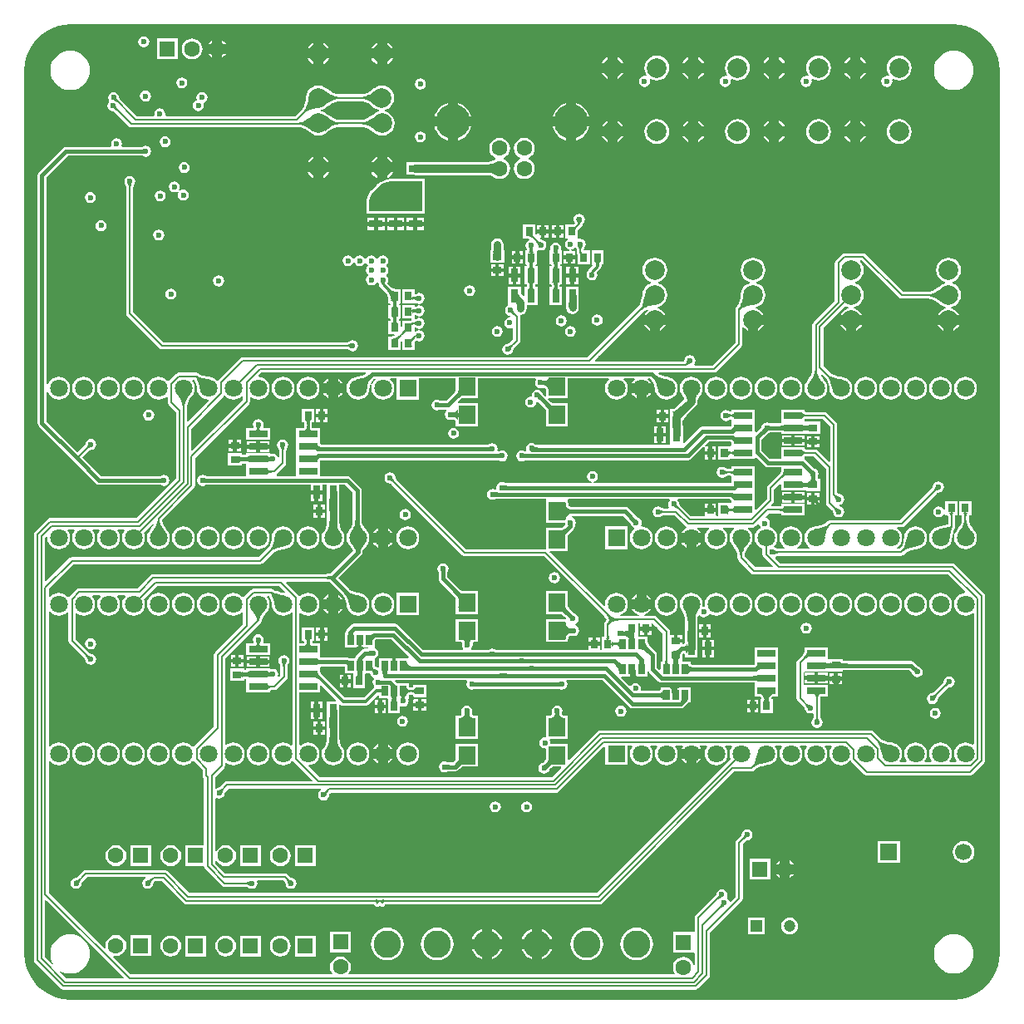
<source format=gtl>
G04*
G04 #@! TF.GenerationSoftware,Altium Limited,Altium Designer,18.0.12 (696)*
G04*
G04 Layer_Physical_Order=1*
G04 Layer_Color=255*
%FSLAX44Y44*%
%MOMM*%
G71*
G01*
G75*
%ADD10C,0.2032*%
%ADD15C,0.2540*%
%ADD18R,1.7272X1.8288*%
%ADD20R,1.3500X0.8000*%
%ADD21R,0.7500X0.9000*%
%ADD22R,0.9000X0.7500*%
%ADD23R,0.8000X1.3500*%
%ADD24R,1.9050X0.6604*%
%ADD45R,0.6900X1.0000*%
%ADD46C,0.3810*%
%ADD47C,0.3048*%
%ADD48C,0.7620*%
%ADD49C,0.2794*%
%ADD50C,0.8128*%
%ADD51C,2.0000*%
%ADD52C,2.8000*%
%ADD53C,1.2000*%
%ADD54R,1.2000X1.2000*%
%ADD55R,1.6002X1.6002*%
%ADD56C,1.6002*%
%ADD57C,1.6000*%
%ADD58C,3.5000*%
%ADD59R,1.7000X1.7000*%
%ADD60C,1.7000*%
%ADD61R,1.6002X1.6002*%
%ADD62C,1.8000*%
%ADD63R,1.8000X1.8000*%
%ADD64C,0.6000*%
G36*
X956092Y996272D02*
X962079Y995081D01*
X967860Y993118D01*
X973335Y990418D01*
X978411Y987027D01*
X983001Y983001D01*
X987027Y978411D01*
X990418Y973335D01*
X993118Y967860D01*
X995081Y962079D01*
X996272Y956092D01*
X996662Y950142D01*
X996633Y950000D01*
Y50000D01*
X996662Y49858D01*
X996272Y43908D01*
X995081Y37921D01*
X993118Y32140D01*
X990418Y26665D01*
X987027Y21589D01*
X983001Y16999D01*
X978411Y12974D01*
X973335Y9582D01*
X967860Y6882D01*
X962079Y4919D01*
X956092Y3728D01*
X950142Y3338D01*
X950000Y3367D01*
X50000D01*
X49858Y3338D01*
X43908Y3728D01*
X37921Y4919D01*
X32140Y6882D01*
X26665Y9582D01*
X21589Y12974D01*
X16999Y16999D01*
X12974Y21589D01*
X9582Y26665D01*
X6882Y32140D01*
X4919Y37921D01*
X3728Y43908D01*
X3338Y49858D01*
X3367Y50000D01*
X3367Y948738D01*
X3367Y948748D01*
X3367Y950000D01*
X3411Y951252D01*
X3728Y956092D01*
X4919Y962079D01*
X6882Y967860D01*
X9582Y973335D01*
X12974Y978411D01*
X16999Y983001D01*
X21589Y987027D01*
X26665Y990418D01*
X32140Y993118D01*
X37921Y995081D01*
X43908Y996272D01*
X49858Y996662D01*
X50000Y996633D01*
X950000D01*
X950142Y996662D01*
X956092Y996272D01*
D02*
G37*
%LPC*%
G36*
X204730Y980498D02*
Y976830D01*
X208398D01*
X206806Y978906D01*
X204730Y980498D01*
D02*
G37*
G36*
X194570Y980498D02*
X192494Y978906D01*
X190902Y976830D01*
X194570D01*
Y980498D01*
D02*
G37*
G36*
X125000Y984649D02*
X122838Y984219D01*
X121006Y982994D01*
X119781Y981162D01*
X119352Y979000D01*
X119781Y976838D01*
X121006Y975006D01*
X122838Y973781D01*
X125000Y973352D01*
X127162Y973781D01*
X128994Y975006D01*
X130219Y976838D01*
X130648Y979000D01*
X130219Y981162D01*
X128994Y982994D01*
X127162Y984219D01*
X125000Y984649D01*
D02*
G37*
G36*
X372870Y977927D02*
Y972088D01*
X378709D01*
X378300Y973076D01*
X376371Y975590D01*
X373858Y977518D01*
X372870Y977927D01*
D02*
G37*
G36*
X362710D02*
X361722Y977518D01*
X359209Y975590D01*
X357280Y973076D01*
X356871Y972088D01*
X362710D01*
Y977927D01*
D02*
G37*
G36*
X307870D02*
Y972088D01*
X313709D01*
X313300Y973076D01*
X311371Y975590D01*
X308858Y977518D01*
X307870Y977927D01*
D02*
G37*
G36*
X297710D02*
X296722Y977518D01*
X294209Y975590D01*
X292280Y973076D01*
X291871Y972088D01*
X297710D01*
Y977927D01*
D02*
G37*
G36*
X208398Y966670D02*
X204730D01*
Y963002D01*
X206806Y964594D01*
X208398Y966670D01*
D02*
G37*
G36*
X194570D02*
X190902D01*
X192494Y964594D01*
X194570Y963002D01*
Y966670D01*
D02*
G37*
G36*
X159391Y982291D02*
X138309D01*
Y961209D01*
X159391D01*
Y982291D01*
D02*
G37*
G36*
X174250Y982382D02*
X171498Y982020D01*
X168934Y980958D01*
X166732Y979268D01*
X165042Y977066D01*
X163980Y974502D01*
X163618Y971750D01*
X163980Y968998D01*
X165042Y966434D01*
X166732Y964232D01*
X168934Y962542D01*
X171498Y961480D01*
X174250Y961118D01*
X177002Y961480D01*
X179566Y962542D01*
X181768Y964232D01*
X183458Y966434D01*
X184520Y968998D01*
X184882Y971750D01*
X184520Y974502D01*
X183458Y977066D01*
X181768Y979268D01*
X179566Y980958D01*
X177002Y982020D01*
X174250Y982382D01*
D02*
G37*
G36*
X854580Y963419D02*
Y957580D01*
X860419D01*
X860010Y958568D01*
X858081Y961081D01*
X855568Y963010D01*
X854580Y963419D01*
D02*
G37*
G36*
X844420D02*
X843432Y963010D01*
X840919Y961081D01*
X838990Y958568D01*
X838581Y957580D01*
X844420D01*
Y963419D01*
D02*
G37*
G36*
X772247D02*
Y957580D01*
X778086D01*
X777677Y958568D01*
X775748Y961081D01*
X773235Y963010D01*
X772247Y963419D01*
D02*
G37*
G36*
X607580D02*
Y957580D01*
X613419D01*
X613010Y958568D01*
X611081Y961081D01*
X608568Y963010D01*
X607580Y963419D01*
D02*
G37*
G36*
X762087D02*
X761099Y963010D01*
X758585Y961081D01*
X756657Y958568D01*
X756247Y957580D01*
X762087D01*
Y963419D01*
D02*
G37*
G36*
X597420D02*
X596432Y963010D01*
X593919Y961081D01*
X591990Y958568D01*
X591581Y957580D01*
X597420D01*
Y963419D01*
D02*
G37*
G36*
X689913Y963419D02*
Y957580D01*
X695752D01*
X695343Y958568D01*
X693415Y961081D01*
X690901Y963010D01*
X689913Y963419D01*
D02*
G37*
G36*
X679753Y963419D02*
X678765Y963010D01*
X676252Y961081D01*
X674323Y958568D01*
X673914Y957580D01*
X679753D01*
Y963419D01*
D02*
G37*
G36*
X313709Y961928D02*
X307870D01*
Y956089D01*
X308858Y956498D01*
X311371Y958427D01*
X313300Y960940D01*
X313709Y961928D01*
D02*
G37*
G36*
X297710D02*
X291871D01*
X292280Y960940D01*
X294209Y958427D01*
X296722Y956498D01*
X297710Y956089D01*
Y961928D01*
D02*
G37*
G36*
X378709Y961928D02*
X372870D01*
Y956089D01*
X373858Y956498D01*
X376371Y958427D01*
X378300Y960940D01*
X378709Y961928D01*
D02*
G37*
G36*
X362710D02*
X356871D01*
X357280Y960940D01*
X359209Y958427D01*
X361722Y956498D01*
X362710Y956089D01*
Y961928D01*
D02*
G37*
G36*
X894500Y965148D02*
X891226Y964717D01*
X888176Y963454D01*
X885556Y961444D01*
X883546Y958824D01*
X882283Y955774D01*
X881852Y952500D01*
X882283Y949226D01*
X883546Y946176D01*
X884262Y945244D01*
X883545Y944091D01*
X882000Y944398D01*
X879838Y943969D01*
X878006Y942744D01*
X876781Y940912D01*
X876351Y938750D01*
X876781Y936588D01*
X878006Y934756D01*
X879838Y933531D01*
X882000Y933102D01*
X884162Y933531D01*
X885994Y934756D01*
X887218Y936588D01*
X887648Y938750D01*
X887273Y940639D01*
X887924Y941293D01*
X888299Y941495D01*
X891226Y940283D01*
X894500Y939852D01*
X897774Y940283D01*
X900824Y941546D01*
X903444Y943556D01*
X905454Y946176D01*
X906717Y949226D01*
X907148Y952500D01*
X906717Y955774D01*
X905454Y958824D01*
X903444Y961444D01*
X900824Y963454D01*
X897774Y964717D01*
X894500Y965148D01*
D02*
G37*
G36*
X812167D02*
X808893Y964717D01*
X805843Y963454D01*
X803223Y961444D01*
X801213Y958824D01*
X799949Y955774D01*
X799519Y952500D01*
X799949Y949226D01*
X801213Y946176D01*
X801928Y945244D01*
X801212Y944091D01*
X799667Y944398D01*
X797505Y943969D01*
X795673Y942744D01*
X794448Y940912D01*
X794018Y938750D01*
X794448Y936588D01*
X795673Y934756D01*
X797505Y933531D01*
X799667Y933102D01*
X801828Y933531D01*
X803661Y934756D01*
X804885Y936588D01*
X805315Y938750D01*
X804939Y940639D01*
X805590Y941293D01*
X805965Y941495D01*
X808893Y940283D01*
X812167Y939852D01*
X815440Y940283D01*
X818491Y941546D01*
X821110Y943556D01*
X823120Y946176D01*
X824384Y949226D01*
X824815Y952500D01*
X824384Y955774D01*
X823120Y958824D01*
X821110Y961444D01*
X818491Y963454D01*
X815440Y964717D01*
X812167Y965148D01*
D02*
G37*
G36*
X729833D02*
X726560Y964717D01*
X723509Y963454D01*
X720890Y961444D01*
X718880Y958824D01*
X717616Y955774D01*
X717185Y952500D01*
X717616Y949226D01*
X718880Y946176D01*
X719595Y945244D01*
X718878Y944091D01*
X717333Y944398D01*
X715172Y943969D01*
X713339Y942744D01*
X712115Y940912D01*
X711685Y938750D01*
X712115Y936588D01*
X713339Y934756D01*
X715172Y933531D01*
X717333Y933102D01*
X719495Y933531D01*
X721327Y934756D01*
X722552Y936588D01*
X722982Y938750D01*
X722606Y940639D01*
X723257Y941293D01*
X723632Y941495D01*
X726560Y940283D01*
X729833Y939852D01*
X733107Y940283D01*
X736157Y941546D01*
X738777Y943556D01*
X740787Y946176D01*
X742051Y949226D01*
X742482Y952500D01*
X742051Y955774D01*
X740787Y958824D01*
X738777Y961444D01*
X736157Y963454D01*
X733107Y964717D01*
X729833Y965148D01*
D02*
G37*
G36*
X647500D02*
X644226Y964717D01*
X641176Y963454D01*
X638556Y961444D01*
X636546Y958824D01*
X635283Y955774D01*
X634852Y952500D01*
X635283Y949226D01*
X636546Y946176D01*
X637262Y945244D01*
X636545Y944091D01*
X635000Y944398D01*
X632838Y943969D01*
X631006Y942744D01*
X629781Y940912D01*
X629351Y938750D01*
X629781Y936588D01*
X631006Y934756D01*
X632838Y933531D01*
X635000Y933102D01*
X637162Y933531D01*
X638994Y934756D01*
X640219Y936588D01*
X640648Y938750D01*
X640273Y940639D01*
X640924Y941293D01*
X641299Y941495D01*
X644226Y940283D01*
X647500Y939852D01*
X650774Y940283D01*
X653824Y941546D01*
X656444Y943556D01*
X658454Y946176D01*
X659717Y949226D01*
X660148Y952500D01*
X659717Y955774D01*
X658454Y958824D01*
X656444Y961444D01*
X653824Y963454D01*
X650774Y964717D01*
X647500Y965148D01*
D02*
G37*
G36*
X695752Y947420D02*
X689913D01*
Y941581D01*
X690901Y941990D01*
X693415Y943919D01*
X695343Y946432D01*
X695752Y947420D01*
D02*
G37*
G36*
X778086Y947420D02*
X772247D01*
Y941581D01*
X773235Y941990D01*
X775748Y943919D01*
X777677Y946432D01*
X778086Y947420D01*
D02*
G37*
G36*
X613419D02*
X607580D01*
Y941581D01*
X608568Y941990D01*
X611081Y943919D01*
X613010Y946432D01*
X613419Y947420D01*
D02*
G37*
G36*
X844420Y947420D02*
X838581D01*
X838990Y946432D01*
X840919Y943919D01*
X843432Y941990D01*
X844420Y941581D01*
Y947420D01*
D02*
G37*
G36*
X860419D02*
X854580D01*
Y941581D01*
X855568Y941990D01*
X858081Y943919D01*
X860010Y946432D01*
X860419Y947420D01*
D02*
G37*
G36*
X762087Y947420D02*
X756247D01*
X756657Y946432D01*
X758585Y943919D01*
X761099Y941990D01*
X762087Y941581D01*
Y947420D01*
D02*
G37*
G36*
X597420D02*
X591581D01*
X591990Y946432D01*
X593919Y943919D01*
X596432Y941990D01*
X597420Y941581D01*
Y947420D01*
D02*
G37*
G36*
X679753Y947420D02*
X673914D01*
X674323Y946432D01*
X676252Y943919D01*
X678765Y941990D01*
X679753Y941581D01*
Y947420D01*
D02*
G37*
G36*
X163750Y942784D02*
X161588Y942354D01*
X159756Y941130D01*
X158531Y939297D01*
X158102Y937136D01*
X158531Y934974D01*
X159756Y933141D01*
X161588Y931917D01*
X163750Y931487D01*
X165912Y931917D01*
X167744Y933141D01*
X168969Y934974D01*
X169398Y937136D01*
X168969Y939297D01*
X167744Y941130D01*
X165912Y942354D01*
X163750Y942784D01*
D02*
G37*
G36*
X406750Y941586D02*
X404588Y941156D01*
X402756Y939932D01*
X401531Y938099D01*
X401101Y935937D01*
X401531Y933776D01*
X402756Y931943D01*
X404588Y930719D01*
X406750Y930289D01*
X408912Y930719D01*
X410744Y931943D01*
X411968Y933776D01*
X412398Y935937D01*
X411968Y938099D01*
X410744Y939932D01*
X408912Y941156D01*
X406750Y941586D01*
D02*
G37*
G36*
X950000Y970137D02*
X946071Y969750D01*
X942294Y968604D01*
X938812Y966743D01*
X935761Y964239D01*
X933257Y961188D01*
X931396Y957706D01*
X930250Y953929D01*
X929863Y950000D01*
X930250Y946071D01*
X931396Y942294D01*
X933257Y938812D01*
X935761Y935761D01*
X938812Y933257D01*
X942294Y931396D01*
X946071Y930250D01*
X950000Y929863D01*
X953929Y930250D01*
X957706Y931396D01*
X961188Y933257D01*
X964239Y935761D01*
X966743Y938812D01*
X968604Y942294D01*
X969750Y946071D01*
X970137Y950000D01*
X969750Y953929D01*
X968604Y957706D01*
X966743Y961188D01*
X964239Y964239D01*
X961188Y966743D01*
X957706Y968604D01*
X953929Y969750D01*
X950000Y970137D01*
D02*
G37*
G36*
X50000D02*
X46072Y969750D01*
X42294Y968604D01*
X38812Y966743D01*
X35761Y964239D01*
X33257Y961188D01*
X31396Y957706D01*
X30250Y953929D01*
X29863Y950000D01*
X30250Y946071D01*
X31396Y942294D01*
X33257Y938812D01*
X35761Y935761D01*
X38812Y933257D01*
X42294Y931396D01*
X46072Y930250D01*
X50000Y929863D01*
X53928Y930250D01*
X57706Y931396D01*
X61188Y933257D01*
X64239Y935761D01*
X66743Y938812D01*
X68604Y942294D01*
X69750Y946071D01*
X70137Y950000D01*
X69750Y953929D01*
X68604Y957706D01*
X66743Y961188D01*
X64239Y964239D01*
X61188Y966743D01*
X57706Y968604D01*
X53928Y969750D01*
X50000Y970137D01*
D02*
G37*
G36*
X126750Y929398D02*
X124588Y928969D01*
X122756Y927744D01*
X121531Y925912D01*
X121102Y923750D01*
X121531Y921588D01*
X122756Y919756D01*
X124588Y918531D01*
X126750Y918102D01*
X128912Y918531D01*
X130744Y919756D01*
X131968Y921588D01*
X132399Y923750D01*
X131968Y925912D01*
X130744Y927744D01*
X128912Y928969D01*
X126750Y929398D01*
D02*
G37*
G36*
X184250Y927784D02*
X182088Y927354D01*
X180256Y926130D01*
X179031Y924297D01*
X178601Y922136D01*
X179031Y919974D01*
X178048Y919160D01*
X176506Y918130D01*
X175281Y916297D01*
X174851Y914136D01*
X175281Y911974D01*
X176506Y910142D01*
X178338Y908917D01*
X180500Y908487D01*
X182662Y908917D01*
X184494Y910142D01*
X185719Y911974D01*
X186148Y914136D01*
X185719Y916297D01*
X186702Y917111D01*
X188244Y918141D01*
X189469Y919974D01*
X189898Y922136D01*
X189469Y924297D01*
X188244Y926130D01*
X186412Y927354D01*
X184250Y927784D01*
D02*
G37*
G36*
X302790Y934656D02*
X299516Y934225D01*
X296466Y932962D01*
X293846Y930952D01*
X291836Y928332D01*
X290573Y925282D01*
X290386Y923865D01*
X290306Y923635D01*
X290004Y921501D01*
X289676Y919593D01*
X288897Y916184D01*
X288477Y914792D01*
X288024Y913552D01*
X287555Y912494D01*
X287080Y911621D01*
X286611Y910933D01*
X286295Y910570D01*
X279165Y903440D01*
X147488D01*
X146682Y904421D01*
X146905Y905544D01*
X146475Y907706D01*
X145251Y909538D01*
X143419Y910763D01*
X141257Y911193D01*
X139095Y910763D01*
X137263Y909538D01*
X136038Y907706D01*
X135608Y905544D01*
X135838Y904392D01*
X134801Y903122D01*
X118391D01*
X100659Y920854D01*
X100558Y920977D01*
X100408Y921184D01*
X100275Y921396D01*
X100160Y921613D01*
X100059Y921837D01*
X99971Y922072D01*
X99898Y922319D01*
X99839Y922580D01*
X99782Y922935D01*
X99691Y923178D01*
X99468Y924297D01*
X98244Y926130D01*
X96412Y927354D01*
X94250Y927784D01*
X92088Y927354D01*
X90256Y926130D01*
X89031Y924297D01*
X88601Y922136D01*
X89031Y919974D01*
X89560Y919184D01*
X89759Y917789D01*
X88534Y915957D01*
X88104Y913795D01*
X88534Y911634D01*
X89759Y909801D01*
X91592Y908577D01*
X92710Y908354D01*
X92953Y908263D01*
X93309Y908206D01*
X93570Y908147D01*
X93817Y908074D01*
X94051Y907987D01*
X94276Y907886D01*
X94493Y907770D01*
X94705Y907637D01*
X94912Y907487D01*
X95035Y907386D01*
X109552Y892868D01*
X109552Y892868D01*
X110729Y892083D01*
X112116Y891806D01*
X112116Y891806D01*
X145445D01*
X145445Y891806D01*
X146833Y892083D01*
X146896Y892124D01*
X283387D01*
X283884Y892093D01*
X284739Y891941D01*
X285720Y891669D01*
X286821Y891270D01*
X288035Y890737D01*
X289306Y890093D01*
X293926Y887219D01*
X295613Y886011D01*
X295799Y885927D01*
X296730Y885213D01*
X299781Y883949D01*
X303054Y883518D01*
X306328Y883949D01*
X309378Y885213D01*
X310458Y886041D01*
X310671Y886142D01*
X312393Y887422D01*
X313976Y888525D01*
X316942Y890362D01*
X318227Y891041D01*
X319427Y891592D01*
X320513Y892004D01*
X321474Y892283D01*
X322301Y892437D01*
X322786Y892470D01*
X348047D01*
X348528Y892437D01*
X349350Y892282D01*
X350307Y892002D01*
X351389Y891587D01*
X352588Y891033D01*
X353848Y890361D01*
X358452Y887360D01*
X360138Y886098D01*
X360354Y885995D01*
X361466Y885142D01*
X364516Y883878D01*
X367790Y883447D01*
X371063Y883878D01*
X374114Y885142D01*
X376734Y887152D01*
X378744Y889771D01*
X380007Y892822D01*
X380438Y896096D01*
X380007Y899369D01*
X378744Y902420D01*
X376734Y905039D01*
X374114Y907049D01*
X371063Y908313D01*
X370451Y908393D01*
Y909674D01*
X370799Y909720D01*
X373850Y910984D01*
X376469Y912994D01*
X378479Y915613D01*
X379743Y918664D01*
X380174Y921937D01*
X379743Y925211D01*
X378479Y928261D01*
X376469Y930881D01*
X373850Y932891D01*
X370799Y934155D01*
X367526Y934586D01*
X364252Y934155D01*
X361202Y932891D01*
X360090Y932038D01*
X359874Y931935D01*
X358152Y930646D01*
X356569Y929534D01*
X353606Y927684D01*
X352323Y927000D01*
X351125Y926446D01*
X350043Y926031D01*
X349086Y925751D01*
X348264Y925596D01*
X347782Y925563D01*
X322544D01*
X322066Y925596D01*
X321249Y925752D01*
X320297Y926033D01*
X319218Y926450D01*
X318022Y927009D01*
X316763Y927685D01*
X312163Y930707D01*
X310477Y931978D01*
X310258Y932084D01*
X309114Y932962D01*
X306064Y934225D01*
X302790Y934656D01*
D02*
G37*
G36*
X565280Y916450D02*
Y902660D01*
X579070D01*
X578332Y905091D01*
X576519Y908484D01*
X574078Y911458D01*
X571104Y913899D01*
X567711Y915713D01*
X565280Y916450D01*
D02*
G37*
G36*
X444880D02*
Y902660D01*
X458670D01*
X457933Y905091D01*
X456119Y908484D01*
X453678Y911458D01*
X450704Y913899D01*
X447311Y915713D01*
X444880Y916450D01*
D02*
G37*
G36*
X434720Y916450D02*
X432289Y915713D01*
X428896Y913899D01*
X425922Y911458D01*
X423481Y908484D01*
X421668Y905091D01*
X420930Y902660D01*
X434720D01*
Y916450D01*
D02*
G37*
G36*
X555120Y916450D02*
X552689Y915713D01*
X549296Y913899D01*
X546322Y911458D01*
X543881Y908484D01*
X542067Y905091D01*
X541330Y902660D01*
X555120D01*
Y916450D01*
D02*
G37*
G36*
X689843Y898683D02*
Y892844D01*
X695682D01*
X695273Y893832D01*
X693344Y896346D01*
X690831Y898274D01*
X689843Y898683D01*
D02*
G37*
G36*
X679683Y898683D02*
X678695Y898274D01*
X676181Y896346D01*
X674253Y893832D01*
X673844Y892844D01*
X679683D01*
Y898683D01*
D02*
G37*
G36*
X772176Y898683D02*
Y892844D01*
X778015D01*
X777606Y893832D01*
X775677Y896346D01*
X773164Y898274D01*
X772176Y898683D01*
D02*
G37*
G36*
X607509D02*
Y892844D01*
X613348D01*
X612939Y893832D01*
X611011Y896346D01*
X608497Y898274D01*
X607509Y898683D01*
D02*
G37*
G36*
X597349D02*
X596361Y898274D01*
X593848Y896346D01*
X591919Y893832D01*
X591510Y892844D01*
X597349D01*
Y898683D01*
D02*
G37*
G36*
X762016D02*
X761028Y898274D01*
X758515Y896346D01*
X756586Y893832D01*
X756177Y892844D01*
X762016D01*
Y898683D01*
D02*
G37*
G36*
X854509D02*
Y892844D01*
X860349D01*
X859939Y893832D01*
X858011Y896346D01*
X855497Y898274D01*
X854509Y898683D01*
D02*
G37*
G36*
X844349D02*
X843361Y898274D01*
X840848Y896346D01*
X838919Y893832D01*
X838510Y892844D01*
X844349D01*
Y898683D01*
D02*
G37*
G36*
X434720Y892500D02*
X420930D01*
X421668Y890069D01*
X423481Y886676D01*
X425922Y883702D01*
X428896Y881261D01*
X432289Y879447D01*
X434720Y878710D01*
Y892500D01*
D02*
G37*
G36*
X579070D02*
X565280D01*
Y878710D01*
X567711Y879447D01*
X571104Y881261D01*
X574078Y883702D01*
X576519Y886676D01*
X578332Y890069D01*
X579070Y892500D01*
D02*
G37*
G36*
X555120D02*
X541330D01*
X542067Y890069D01*
X543881Y886676D01*
X546322Y883702D01*
X549296Y881261D01*
X552689Y879447D01*
X555120Y878710D01*
Y892500D01*
D02*
G37*
G36*
X458670D02*
X444880D01*
Y878710D01*
X447311Y879447D01*
X450704Y881261D01*
X453678Y883702D01*
X456119Y886676D01*
X457933Y890069D01*
X458670Y892500D01*
D02*
G37*
G36*
X695682Y882684D02*
X689843D01*
Y876845D01*
X690831Y877254D01*
X693344Y879183D01*
X695273Y881696D01*
X695682Y882684D01*
D02*
G37*
G36*
X778015Y882684D02*
X772176D01*
Y876845D01*
X773164Y877254D01*
X775677Y879183D01*
X777606Y881696D01*
X778015Y882684D01*
D02*
G37*
G36*
X613348D02*
X607509D01*
Y876845D01*
X608497Y877254D01*
X611011Y879183D01*
X612939Y881696D01*
X613348Y882684D01*
D02*
G37*
G36*
X844349Y882684D02*
X838510D01*
X838919Y881696D01*
X840848Y879183D01*
X843361Y877254D01*
X844349Y876845D01*
Y882684D01*
D02*
G37*
G36*
X860348D02*
X854509D01*
Y876845D01*
X855497Y877254D01*
X858011Y879183D01*
X859939Y881696D01*
X860348Y882684D01*
D02*
G37*
G36*
X762016Y882684D02*
X756177D01*
X756586Y881696D01*
X758515Y879183D01*
X761028Y877254D01*
X762016Y876845D01*
Y882684D01*
D02*
G37*
G36*
X597349D02*
X591510D01*
X591919Y881696D01*
X593848Y879183D01*
X596361Y877254D01*
X597349Y876845D01*
Y882684D01*
D02*
G37*
G36*
X679683Y882684D02*
X673844D01*
X674253Y881696D01*
X676181Y879183D01*
X678695Y877254D01*
X679683Y876845D01*
Y882684D01*
D02*
G37*
G36*
X406750Y887744D02*
X404588Y887314D01*
X402756Y886090D01*
X401531Y884257D01*
X401101Y882095D01*
X401531Y879934D01*
X402756Y878101D01*
X404588Y876877D01*
X406750Y876447D01*
X408912Y876877D01*
X410744Y878101D01*
X411968Y879934D01*
X412398Y882095D01*
X411968Y884257D01*
X410744Y886090D01*
X408912Y887314D01*
X406750Y887744D01*
D02*
G37*
G36*
X894500Y900148D02*
X891226Y899717D01*
X888176Y898454D01*
X885556Y896444D01*
X883546Y893824D01*
X882283Y890774D01*
X881852Y887500D01*
X882283Y884226D01*
X883546Y881176D01*
X885556Y878556D01*
X888176Y876546D01*
X891226Y875283D01*
X894500Y874852D01*
X897774Y875283D01*
X900824Y876546D01*
X903444Y878556D01*
X905454Y881176D01*
X906717Y884226D01*
X907148Y887500D01*
X906717Y890774D01*
X905454Y893824D01*
X903444Y896444D01*
X900824Y898454D01*
X897774Y899717D01*
X894500Y900148D01*
D02*
G37*
G36*
X812167D02*
X808893Y899717D01*
X805843Y898454D01*
X803223Y896444D01*
X801213Y893824D01*
X799949Y890774D01*
X799519Y887500D01*
X799949Y884226D01*
X801213Y881176D01*
X803223Y878556D01*
X805843Y876546D01*
X808893Y875283D01*
X812167Y874852D01*
X815440Y875283D01*
X818491Y876546D01*
X821110Y878556D01*
X823120Y881176D01*
X824384Y884226D01*
X824815Y887500D01*
X824384Y890774D01*
X823120Y893824D01*
X821110Y896444D01*
X818491Y898454D01*
X815440Y899717D01*
X812167Y900148D01*
D02*
G37*
G36*
X729833D02*
X726560Y899717D01*
X723509Y898454D01*
X720890Y896444D01*
X718880Y893824D01*
X717616Y890774D01*
X717185Y887500D01*
X717616Y884226D01*
X718880Y881176D01*
X720890Y878556D01*
X723509Y876546D01*
X726560Y875283D01*
X729833Y874852D01*
X733107Y875283D01*
X736158Y876546D01*
X738777Y878556D01*
X740787Y881176D01*
X742051Y884226D01*
X742482Y887500D01*
X742051Y890774D01*
X740787Y893824D01*
X738777Y896444D01*
X736158Y898454D01*
X733107Y899717D01*
X729833Y900148D01*
D02*
G37*
G36*
X647500D02*
X644226Y899717D01*
X641176Y898454D01*
X638556Y896444D01*
X636546Y893824D01*
X635283Y890774D01*
X634852Y887500D01*
X635283Y884226D01*
X636546Y881176D01*
X638556Y878556D01*
X641176Y876546D01*
X644226Y875283D01*
X647500Y874852D01*
X650774Y875283D01*
X653824Y876546D01*
X656444Y878556D01*
X658454Y881176D01*
X659717Y884226D01*
X660148Y887500D01*
X659717Y890774D01*
X658454Y893824D01*
X656444Y896444D01*
X653824Y898454D01*
X650774Y899717D01*
X647500Y900148D01*
D02*
G37*
G36*
X97250Y880899D02*
X95088Y880469D01*
X93256Y879244D01*
X92031Y877412D01*
X91601Y875250D01*
X91989Y873302D01*
X91328Y872032D01*
X45750D01*
X45750Y872032D01*
X44016Y871687D01*
X42545Y870705D01*
X42545Y870705D01*
X18045Y846205D01*
X17063Y844734D01*
X16718Y843000D01*
Y590591D01*
X17063Y588856D01*
X18045Y587386D01*
X53795Y551636D01*
X53795Y551636D01*
X76386Y529045D01*
X76386Y529045D01*
X77856Y528063D01*
X79591Y527718D01*
X79591Y527718D01*
X141520D01*
X141530Y527718D01*
X142164Y527657D01*
X142337Y527629D01*
X142448Y527605D01*
X142456Y527602D01*
X142519Y527576D01*
X142525Y527575D01*
X143338Y527031D01*
X145500Y526601D01*
X147662Y527031D01*
X149494Y528256D01*
X150718Y530088D01*
X151149Y532250D01*
X150718Y534412D01*
X149494Y536244D01*
X147662Y537468D01*
X145500Y537898D01*
X143338Y537468D01*
X142525Y536925D01*
X142519Y536924D01*
X142456Y536898D01*
X142449Y536895D01*
X142337Y536871D01*
X142204Y536850D01*
X141157Y536782D01*
X81468D01*
X62689Y555561D01*
X69718Y562591D01*
X69841Y562692D01*
X70048Y562842D01*
X70260Y562975D01*
X70477Y563090D01*
X70701Y563191D01*
X70936Y563279D01*
X71183Y563352D01*
X71444Y563411D01*
X71800Y563468D01*
X72043Y563559D01*
X73162Y563781D01*
X74994Y565006D01*
X76219Y566838D01*
X76649Y569000D01*
X76219Y571162D01*
X74994Y572994D01*
X73162Y574219D01*
X71000Y574649D01*
X68838Y574219D01*
X67006Y572994D01*
X65781Y571162D01*
X65559Y570043D01*
X65468Y569800D01*
X65411Y569444D01*
X65352Y569183D01*
X65279Y568937D01*
X65191Y568702D01*
X65090Y568477D01*
X64974Y568260D01*
X64842Y568049D01*
X64692Y567841D01*
X64591Y567718D01*
X57561Y560689D01*
X25782Y592468D01*
Y623902D01*
X27052Y623985D01*
X27157Y623187D01*
X28320Y620380D01*
X30170Y617970D01*
X32580Y616120D01*
X35387Y614957D01*
X38400Y614560D01*
X41413Y614957D01*
X44220Y616120D01*
X46630Y617970D01*
X48480Y620380D01*
X49643Y623187D01*
X50040Y626200D01*
X49643Y629212D01*
X48480Y632020D01*
X46630Y634430D01*
X44220Y636280D01*
X41413Y637443D01*
X38400Y637840D01*
X35387Y637443D01*
X32580Y636280D01*
X30170Y634430D01*
X28320Y632020D01*
X27157Y629212D01*
X27052Y628415D01*
X25782Y628498D01*
Y841123D01*
X47627Y862968D01*
X122770D01*
X122780Y862968D01*
X123414Y862907D01*
X123587Y862879D01*
X123698Y862855D01*
X123706Y862852D01*
X123769Y862826D01*
X123775Y862825D01*
X124588Y862281D01*
X126750Y861852D01*
X128912Y862281D01*
X130744Y863506D01*
X131968Y865339D01*
X132399Y867500D01*
X131968Y869662D01*
X130744Y871494D01*
X128912Y872719D01*
X126750Y873149D01*
X124588Y872719D01*
X123775Y872175D01*
X123769Y872174D01*
X123706Y872148D01*
X123699Y872145D01*
X123587Y872121D01*
X123454Y872100D01*
X122407Y872032D01*
X103172D01*
X102511Y873302D01*
X102899Y875250D01*
X102469Y877412D01*
X101244Y879244D01*
X99412Y880469D01*
X97250Y880899D01*
D02*
G37*
G36*
X146750Y882898D02*
X144588Y882469D01*
X142756Y881244D01*
X141531Y879412D01*
X141102Y877250D01*
X141531Y875088D01*
X142756Y873256D01*
X144588Y872031D01*
X146750Y871601D01*
X148912Y872031D01*
X150744Y873256D01*
X151969Y875088D01*
X152399Y877250D01*
X151969Y879412D01*
X150744Y881244D01*
X148912Y882469D01*
X146750Y882898D01*
D02*
G37*
G36*
X372870Y862015D02*
Y856176D01*
X378709D01*
X378300Y857163D01*
X376371Y859677D01*
X373858Y861606D01*
X372870Y862015D01*
D02*
G37*
G36*
X362710D02*
X361722Y861606D01*
X359209Y859677D01*
X357280Y857163D01*
X356871Y856176D01*
X362710D01*
Y862015D01*
D02*
G37*
G36*
X307870Y862015D02*
Y856175D01*
X313709D01*
X313300Y857163D01*
X311371Y859677D01*
X308858Y861606D01*
X307870Y862015D01*
D02*
G37*
G36*
X297710Y862015D02*
X296722Y861606D01*
X294209Y859677D01*
X292280Y857163D01*
X291871Y856175D01*
X297710D01*
Y862015D01*
D02*
G37*
G36*
X166250Y856649D02*
X164088Y856219D01*
X162256Y854994D01*
X161031Y853162D01*
X160602Y851000D01*
X161031Y848838D01*
X162256Y847006D01*
X164088Y845781D01*
X166250Y845351D01*
X168412Y845781D01*
X170244Y847006D01*
X171469Y848838D01*
X171898Y851000D01*
X171469Y853162D01*
X170244Y854994D01*
X168412Y856219D01*
X166250Y856649D01*
D02*
G37*
G36*
X297710Y846015D02*
X291871D01*
X292280Y845028D01*
X294209Y842514D01*
X296722Y840586D01*
X297710Y840176D01*
Y846015D01*
D02*
G37*
G36*
X378709Y846015D02*
X372870D01*
Y840176D01*
X373858Y840586D01*
X376371Y842514D01*
X378300Y845028D01*
X378709Y846015D01*
D02*
G37*
G36*
X362710D02*
X356871D01*
X357280Y845028D01*
X359209Y842514D01*
X361722Y840586D01*
X362710Y840176D01*
Y846015D01*
D02*
G37*
G36*
X313709Y846015D02*
X307870D01*
Y840176D01*
X308858Y840586D01*
X311371Y842514D01*
X313300Y845028D01*
X313709Y846015D01*
D02*
G37*
G36*
X512500Y881111D02*
X509748Y880749D01*
X507184Y879687D01*
X504983Y877997D01*
X503293Y875796D01*
X502231Y873232D01*
X501869Y870480D01*
X502231Y867729D01*
X503293Y865164D01*
X504983Y862963D01*
X507184Y861273D01*
X508146Y860875D01*
Y859605D01*
X507184Y859207D01*
X504983Y857517D01*
X503293Y855315D01*
X502231Y852751D01*
X501869Y850000D01*
X502231Y847249D01*
X503293Y844685D01*
X504983Y842483D01*
X507184Y840793D01*
X509748Y839731D01*
X512500Y839369D01*
X515252Y839731D01*
X517816Y840793D01*
X520017Y842483D01*
X521707Y844685D01*
X522769Y847249D01*
X523131Y850000D01*
X522769Y852751D01*
X521707Y855315D01*
X520017Y857517D01*
X517816Y859207D01*
X516854Y859605D01*
Y860875D01*
X517816Y861273D01*
X520017Y862963D01*
X521707Y865164D01*
X522769Y867729D01*
X523131Y870480D01*
X522769Y873232D01*
X521707Y875796D01*
X520017Y877997D01*
X517816Y879687D01*
X515252Y880749D01*
X512500Y881111D01*
D02*
G37*
G36*
X487500D02*
X484748Y880749D01*
X482184Y879687D01*
X479983Y877997D01*
X478293Y875796D01*
X477231Y873232D01*
X476869Y870480D01*
X477231Y867729D01*
X478293Y865164D01*
X479983Y862963D01*
X482184Y861273D01*
X483146Y860875D01*
Y859605D01*
X482184Y859207D01*
X481328Y858549D01*
X481158Y858477D01*
X480636Y858120D01*
X480145Y857854D01*
X479552Y857600D01*
X478859Y857366D01*
X478063Y857159D01*
X477166Y856982D01*
X476197Y856845D01*
X473863Y856675D01*
X473023Y856661D01*
X401500D01*
X400581Y856540D01*
X392210D01*
Y843460D01*
X400581D01*
X401500Y843339D01*
X473023D01*
X473863Y843325D01*
X476197Y843155D01*
X477166Y843018D01*
X478063Y842841D01*
X478859Y842634D01*
X479552Y842400D01*
X480145Y842146D01*
X480636Y841880D01*
X481158Y841523D01*
X481328Y841451D01*
X482184Y840793D01*
X484748Y839731D01*
X487500Y839369D01*
X490252Y839731D01*
X492816Y840793D01*
X495017Y842483D01*
X496707Y844685D01*
X497769Y847249D01*
X498131Y850000D01*
X497769Y852751D01*
X496707Y855315D01*
X495017Y857517D01*
X492816Y859207D01*
X491854Y859605D01*
Y860875D01*
X492816Y861273D01*
X495017Y862963D01*
X496707Y865164D01*
X497769Y867729D01*
X498131Y870480D01*
X497769Y873232D01*
X496707Y875796D01*
X495017Y877997D01*
X492816Y879687D01*
X490252Y880749D01*
X487500Y881111D01*
D02*
G37*
G36*
X408250Y839590D02*
X377519D01*
X377269Y839540D01*
X377014D01*
X372470Y838636D01*
X372470Y838637D01*
X372107Y838564D01*
X371871Y838467D01*
X371621Y838417D01*
X370795Y838075D01*
X370795Y838074D01*
X366999Y836502D01*
X366786Y836360D01*
X366551Y836263D01*
X362391Y833483D01*
X362210Y833302D01*
X361998Y833161D01*
X360229Y831392D01*
X360229Y831392D01*
X356730Y827892D01*
X356588Y827680D01*
X356408Y827500D01*
X354540Y824704D01*
X354442Y824468D01*
X354300Y824256D01*
X353013Y821149D01*
X352964Y820899D01*
X352866Y820664D01*
X352210Y817365D01*
Y817110D01*
X352160Y816860D01*
Y806500D01*
X352210Y806250D01*
Y803960D01*
X354500D01*
X354750Y803910D01*
X408250D01*
X408500Y803960D01*
X410790D01*
Y806250D01*
X410840Y806500D01*
Y837000D01*
X410790Y837250D01*
Y839540D01*
X408500D01*
X408250Y839590D01*
D02*
G37*
G36*
X156075Y836899D02*
X153913Y836469D01*
X152081Y835244D01*
X150857Y833412D01*
X150427Y831250D01*
X150857Y829088D01*
X152081Y827256D01*
X153913Y826031D01*
X156075Y825602D01*
X158237Y826031D01*
X159736Y827033D01*
X160651Y826117D01*
X160040Y825202D01*
X159609Y823040D01*
X160040Y820879D01*
X161264Y819046D01*
X163097Y817822D01*
X165258Y817392D01*
X167420Y817822D01*
X169252Y819046D01*
X170477Y820879D01*
X170907Y823040D01*
X170477Y825202D01*
X169252Y827034D01*
X167420Y828259D01*
X165258Y828689D01*
X163097Y828259D01*
X161597Y827257D01*
X160682Y828173D01*
X161294Y829088D01*
X161724Y831250D01*
X161294Y833412D01*
X160069Y835244D01*
X158237Y836469D01*
X156075Y836899D01*
D02*
G37*
G36*
X141750Y827649D02*
X139588Y827219D01*
X137756Y825994D01*
X136531Y824162D01*
X136102Y822000D01*
X136531Y819838D01*
X137756Y818006D01*
X139588Y816781D01*
X141750Y816351D01*
X143912Y816781D01*
X145744Y818006D01*
X146969Y819838D01*
X147399Y822000D01*
X146969Y824162D01*
X145744Y825994D01*
X143912Y827219D01*
X141750Y827649D01*
D02*
G37*
G36*
X70500Y826149D02*
X68338Y825719D01*
X66506Y824494D01*
X65282Y822662D01*
X64851Y820500D01*
X65282Y818338D01*
X66506Y816506D01*
X68338Y815282D01*
X70500Y814852D01*
X72662Y815282D01*
X74494Y816506D01*
X75719Y818338D01*
X76149Y820500D01*
X75719Y822662D01*
X74494Y824494D01*
X72662Y825719D01*
X70500Y826149D01*
D02*
G37*
G36*
X410282Y799532D02*
X403405D01*
Y795405D01*
X410282D01*
Y799532D01*
D02*
G37*
G36*
X399595D02*
X392718D01*
Y795405D01*
X399595D01*
Y799532D01*
D02*
G37*
G36*
X390282D02*
X383405D01*
Y795405D01*
X390282D01*
Y799532D01*
D02*
G37*
G36*
X379595D02*
X372718D01*
Y795405D01*
X379595D01*
Y799532D01*
D02*
G37*
G36*
X370282D02*
X363405D01*
Y795405D01*
X370282D01*
Y799532D01*
D02*
G37*
G36*
X359595D02*
X352718D01*
Y795405D01*
X359595D01*
Y799532D01*
D02*
G37*
G36*
X568500Y803649D02*
X566338Y803219D01*
X564506Y801994D01*
X564245Y801604D01*
X563436Y801064D01*
X562650Y799887D01*
X562374Y798500D01*
X562650Y797113D01*
X563188Y796308D01*
X563281Y795838D01*
X563926Y794874D01*
X564048Y794621D01*
X564128Y794513D01*
X563753Y794155D01*
X562780Y793335D01*
X562372Y793040D01*
X558321D01*
X558304Y793045D01*
X558247Y793040D01*
X558119D01*
X558019Y793059D01*
X557925Y793040D01*
X554460D01*
Y778960D01*
X556536D01*
X556922Y777690D01*
X555506Y776744D01*
X554281Y774912D01*
X553852Y772750D01*
X554281Y770588D01*
X555506Y768756D01*
X557338Y767531D01*
X558542Y767292D01*
X558417Y766022D01*
X552718D01*
Y761395D01*
X558500D01*
X564282D01*
Y766022D01*
X560583D01*
X560458Y767292D01*
X561662Y767531D01*
X563494Y768756D01*
X563759Y769152D01*
X564197Y769240D01*
X565234Y769112D01*
X565377Y768886D01*
X565499Y768659D01*
X565604Y768432D01*
X565691Y768202D01*
X565762Y767966D01*
X565819Y767723D01*
X565859Y767471D01*
X565874Y767312D01*
Y764750D01*
X565874Y764750D01*
X566150Y763363D01*
X566936Y762186D01*
X566960Y762162D01*
Y752450D01*
X579540D01*
Y766530D01*
X574039D01*
X573741Y766843D01*
X573196Y767700D01*
X573199Y767800D01*
X573237Y767966D01*
X573309Y768202D01*
X573396Y768432D01*
X573501Y768659D01*
X573623Y768886D01*
X573766Y769112D01*
X573977Y769404D01*
X574085Y769640D01*
X574719Y770588D01*
X575149Y772750D01*
X574719Y774912D01*
X573494Y776744D01*
X571662Y777969D01*
X569500Y778399D01*
X568117Y778123D01*
X567950Y778090D01*
X567040Y779180D01*
X567040Y780021D01*
Y782249D01*
X567045Y782266D01*
X567040Y782324D01*
Y786780D01*
X567542Y787492D01*
X568272Y788370D01*
X568705Y788827D01*
X571064Y791186D01*
X571850Y792363D01*
X572016Y793199D01*
X572026Y793225D01*
X572041Y793258D01*
X572044Y793270D01*
X572057Y793297D01*
X572085Y793351D01*
X572738Y794336D01*
X572952Y794621D01*
X573074Y794874D01*
X573719Y795838D01*
X574148Y798000D01*
X573719Y800162D01*
X572494Y801994D01*
X570662Y803219D01*
X568500Y803649D01*
D02*
G37*
G36*
X552532Y792532D02*
X548655D01*
Y787905D01*
X552532D01*
Y792532D01*
D02*
G37*
G36*
X537282D02*
X533405D01*
Y787905D01*
X537282D01*
Y792532D01*
D02*
G37*
G36*
X529595D02*
X525718D01*
Y787905D01*
X529595D01*
Y792532D01*
D02*
G37*
G36*
X544845D02*
X540968D01*
Y787905D01*
X544845D01*
Y792532D01*
D02*
G37*
G36*
X410282Y791595D02*
X403405D01*
Y787468D01*
X410282D01*
Y791595D01*
D02*
G37*
G36*
X399595D02*
X392718D01*
Y787468D01*
X399595D01*
Y791595D01*
D02*
G37*
G36*
X390282D02*
X383405D01*
Y787468D01*
X390282D01*
Y791595D01*
D02*
G37*
G36*
X379595D02*
X372718D01*
Y787468D01*
X379595D01*
Y791595D01*
D02*
G37*
G36*
X370282D02*
X363405D01*
Y787468D01*
X370282D01*
Y791595D01*
D02*
G37*
G36*
X359595D02*
X352718D01*
Y787468D01*
X359595D01*
Y791595D01*
D02*
G37*
G36*
X81500Y797399D02*
X79338Y796969D01*
X77506Y795744D01*
X76281Y793912D01*
X75851Y791750D01*
X76281Y789588D01*
X77506Y787756D01*
X79338Y786532D01*
X81500Y786102D01*
X83662Y786532D01*
X85494Y787756D01*
X86719Y789588D01*
X87149Y791750D01*
X86719Y793912D01*
X85494Y795744D01*
X83662Y796969D01*
X81500Y797399D01*
D02*
G37*
G36*
X552532Y784095D02*
X548655D01*
Y779468D01*
X552532D01*
Y784095D01*
D02*
G37*
G36*
X544845D02*
X540968D01*
Y779468D01*
X544845D01*
Y784095D01*
D02*
G37*
G36*
X537282D02*
X533405D01*
Y779468D01*
X537282D01*
Y784095D01*
D02*
G37*
G36*
X140250Y787898D02*
X138088Y787469D01*
X136256Y786244D01*
X135031Y784412D01*
X134601Y782250D01*
X135031Y780088D01*
X136256Y778256D01*
X138088Y777031D01*
X140250Y776601D01*
X142412Y777031D01*
X144244Y778256D01*
X145469Y780088D01*
X145899Y782250D01*
X145469Y784412D01*
X144244Y786244D01*
X142412Y787469D01*
X140250Y787898D01*
D02*
G37*
G36*
X523790Y793040D02*
X511210D01*
Y781826D01*
X511206Y781815D01*
X511210Y781773D01*
Y781688D01*
X511192Y781610D01*
X511210Y781502D01*
Y778960D01*
X513485D01*
X513496Y778956D01*
X513538Y778960D01*
X513623D01*
X513701Y778942D01*
X514548Y778916D01*
X515267Y778847D01*
X515939Y778734D01*
X516565Y778580D01*
X517148Y778387D01*
X517693Y778156D01*
X517805Y778096D01*
X517613Y776779D01*
X517603Y776761D01*
X517338Y776709D01*
X515506Y775484D01*
X514281Y773652D01*
X513851Y771490D01*
X514281Y769328D01*
X514901Y768401D01*
X514998Y768180D01*
X515116Y768009D01*
X515170Y767915D01*
X515229Y767787D01*
X515231Y767781D01*
X514950Y767115D01*
X514701Y766742D01*
X514500Y766530D01*
X513210D01*
Y764056D01*
X513191Y763960D01*
X513210Y763863D01*
Y755117D01*
X513191Y755020D01*
X513210Y754923D01*
Y752450D01*
X514776D01*
X515290Y751365D01*
X514703Y750290D01*
X512960D01*
Y747816D01*
X512941Y747719D01*
X512960Y747623D01*
Y747456D01*
X512957Y747425D01*
X512960Y747418D01*
Y734583D01*
X512957Y734575D01*
X512960Y734544D01*
Y734377D01*
X512941Y734280D01*
X512960Y734184D01*
Y731710D01*
X515135D01*
X515214Y731498D01*
X515330Y731033D01*
X515411Y730500D01*
X515330Y729967D01*
X515214Y729502D01*
X515135Y729290D01*
X512960D01*
Y726816D01*
X512941Y726720D01*
X512960Y726623D01*
Y726456D01*
X512957Y726425D01*
X512960Y726417D01*
Y720356D01*
X511787Y719870D01*
X509537Y722119D01*
X509040Y722647D01*
Y729290D01*
X495960D01*
Y710710D01*
X495960Y710710D01*
X495960D01*
X495077Y709876D01*
X494506Y709494D01*
X493281Y707662D01*
X492851Y705500D01*
X493281Y703338D01*
X494506Y701506D01*
X496338Y700281D01*
X497457Y700059D01*
X497700Y699968D01*
X498056Y699911D01*
X498317Y699852D01*
X498484Y699586D01*
X497789Y698456D01*
X497694Y698416D01*
X495613Y698002D01*
X493780Y696778D01*
X492556Y694945D01*
X492126Y692784D01*
X492556Y690622D01*
X493780Y688790D01*
X495613Y687565D01*
X497774Y687135D01*
X499854Y687549D01*
X500130Y687544D01*
X501124Y687012D01*
Y676252D01*
X497032Y672159D01*
X496909Y672058D01*
X496702Y671908D01*
X496490Y671775D01*
X496273Y671660D01*
X496049Y671559D01*
X495813Y671471D01*
X495567Y671398D01*
X495306Y671339D01*
X494950Y671282D01*
X494707Y671191D01*
X493588Y670969D01*
X491756Y669744D01*
X490532Y667912D01*
X490102Y665750D01*
X490532Y663588D01*
X491756Y661756D01*
X493588Y660531D01*
X495750Y660101D01*
X497912Y660531D01*
X499744Y661756D01*
X500969Y663588D01*
X501191Y664707D01*
X501282Y664950D01*
X501339Y665306D01*
X501398Y665567D01*
X501471Y665814D01*
X501558Y666048D01*
X501660Y666273D01*
X501776Y666490D01*
X501908Y666702D01*
X502058Y666909D01*
X502159Y667032D01*
X507314Y672186D01*
X507314Y672186D01*
X508100Y673363D01*
X508376Y674750D01*
Y699250D01*
X508376Y699250D01*
X508312Y699568D01*
X508392Y699787D01*
X509340Y700893D01*
X511228Y701268D01*
X513328Y702672D01*
X514732Y704772D01*
X515224Y707250D01*
Y710710D01*
X526040D01*
Y726417D01*
X526043Y726425D01*
X526040Y726456D01*
Y726623D01*
X526059Y726720D01*
X526040Y726816D01*
Y729290D01*
X523866D01*
X523786Y729502D01*
X523671Y729967D01*
X523589Y730500D01*
X523671Y731033D01*
X523786Y731498D01*
X523866Y731710D01*
X526040D01*
Y734184D01*
X526059Y734280D01*
X526040Y734377D01*
Y734544D01*
X526043Y734575D01*
X526040Y734583D01*
Y747418D01*
X526043Y747425D01*
X526040Y747456D01*
Y747623D01*
X526059Y747719D01*
X526040Y747816D01*
Y750290D01*
X524263D01*
X523808Y751394D01*
X524472Y752450D01*
X525790D01*
Y754923D01*
X525809Y755020D01*
X525790Y755117D01*
Y763863D01*
X525809Y763960D01*
X525790Y764056D01*
X525790Y766289D01*
X526684Y767031D01*
X526946Y767044D01*
X527338Y766781D01*
X529500Y766351D01*
X531662Y766781D01*
X533494Y768006D01*
X534719Y769838D01*
X535149Y772000D01*
X534719Y774162D01*
X533494Y775994D01*
X531662Y777219D01*
X530543Y777441D01*
X530300Y777532D01*
X529944Y777589D01*
X529683Y777648D01*
X529436Y777721D01*
X529202Y777809D01*
X528977Y777910D01*
X528760Y778026D01*
X528549Y778158D01*
X528493Y778198D01*
X528511Y778770D01*
X528767Y779468D01*
X529595D01*
Y784095D01*
X525718D01*
Y783123D01*
X524492Y782645D01*
X523790Y783276D01*
Y793040D01*
D02*
G37*
G36*
X857750Y763626D02*
X857750Y763626D01*
X838750D01*
X838750Y763626D01*
X837363Y763350D01*
X836186Y762564D01*
X836186Y762564D01*
X829988Y756366D01*
X829202Y755190D01*
X828926Y753802D01*
X828926Y753802D01*
Y715201D01*
X807036Y693311D01*
X806250Y692135D01*
X805974Y690747D01*
X805974Y690747D01*
Y643922D01*
X805948Y643525D01*
X805814Y642790D01*
X805572Y641939D01*
X805211Y640977D01*
X804728Y639915D01*
X804145Y638805D01*
X801504Y634725D01*
X800394Y633241D01*
X800291Y633025D01*
X799520Y632020D01*
X798357Y629212D01*
X797961Y626200D01*
X798357Y623187D01*
X799520Y620380D01*
X801370Y617970D01*
X803780Y616120D01*
X806588Y614957D01*
X809600Y614560D01*
X812613Y614957D01*
X815420Y616120D01*
X817830Y617970D01*
X819680Y620380D01*
X820843Y623187D01*
X821240Y626200D01*
X820843Y629212D01*
X819680Y632020D01*
X818909Y633025D01*
X818806Y633241D01*
X817668Y634763D01*
X816694Y636155D01*
X815067Y638782D01*
X814594Y639683D01*
X815628Y640444D01*
X819905Y636168D01*
X820167Y635868D01*
X820592Y635255D01*
X821022Y634481D01*
X821448Y633546D01*
X821858Y632453D01*
X822230Y631255D01*
X823247Y626503D01*
X823512Y624669D01*
X823592Y624444D01*
X823757Y623187D01*
X824920Y620380D01*
X826770Y617970D01*
X829180Y616120D01*
X831988Y614957D01*
X835000Y614560D01*
X838012Y614957D01*
X840820Y616120D01*
X843230Y617970D01*
X845080Y620380D01*
X846243Y623187D01*
X846640Y626200D01*
X846243Y629212D01*
X845080Y632020D01*
X843230Y634430D01*
X840820Y636280D01*
X838012Y637443D01*
X836756Y637608D01*
X836531Y637688D01*
X834651Y637960D01*
X832976Y638256D01*
X829970Y638963D01*
X828747Y639342D01*
X827654Y639752D01*
X826719Y640178D01*
X825946Y640608D01*
X825332Y641032D01*
X825032Y641295D01*
X817290Y649038D01*
Y687562D01*
X839628Y709901D01*
X842326Y708783D01*
X843074Y708684D01*
Y707403D01*
X842459Y707322D01*
X839532Y706110D01*
X837019Y704181D01*
X835090Y701668D01*
X834681Y700680D01*
X845600D01*
X856519D01*
X856110Y701668D01*
X854181Y704181D01*
X851668Y706110D01*
X848741Y707322D01*
X848126Y707403D01*
Y708684D01*
X848874Y708783D01*
X851924Y710046D01*
X854544Y712056D01*
X856554Y714676D01*
X857817Y717726D01*
X858248Y721000D01*
X857817Y724274D01*
X856554Y727324D01*
X854544Y729944D01*
X851924Y731954D01*
X849367Y733013D01*
Y734387D01*
X851924Y735446D01*
X854544Y737456D01*
X856554Y740076D01*
X857817Y743126D01*
X858248Y746400D01*
X857817Y749674D01*
X856554Y752724D01*
X854763Y755058D01*
X855162Y756208D01*
X856289Y756333D01*
X894186Y718436D01*
X894186Y718436D01*
X895362Y717650D01*
X896750Y717374D01*
X896750Y717374D01*
X924957D01*
X925438Y717342D01*
X926260Y717186D01*
X927217Y716906D01*
X928299Y716492D01*
X929498Y715937D01*
X930758Y715265D01*
X935362Y712265D01*
X937048Y711003D01*
X937264Y710899D01*
X938376Y710046D01*
X941426Y708783D01*
X942174Y708684D01*
Y707403D01*
X941559Y707322D01*
X938632Y706110D01*
X936119Y704181D01*
X934190Y701668D01*
X933781Y700680D01*
X944700D01*
X955619D01*
X955210Y701668D01*
X953281Y704181D01*
X950768Y706110D01*
X947841Y707322D01*
X947226Y707403D01*
Y708684D01*
X947974Y708783D01*
X951024Y710046D01*
X953644Y712056D01*
X955654Y714676D01*
X956917Y717726D01*
X957348Y721000D01*
X956917Y724274D01*
X955654Y727324D01*
X953644Y729944D01*
X951024Y731954D01*
X948467Y733013D01*
Y734387D01*
X951024Y735446D01*
X953644Y737456D01*
X955654Y740076D01*
X956917Y743126D01*
X957348Y746400D01*
X956917Y749674D01*
X955654Y752724D01*
X953644Y755344D01*
X951024Y757354D01*
X947974Y758617D01*
X944700Y759048D01*
X941426Y758617D01*
X938376Y757354D01*
X935756Y755344D01*
X933746Y752724D01*
X932483Y749674D01*
X932052Y746400D01*
X932483Y743126D01*
X933746Y740076D01*
X935756Y737456D01*
X938376Y735446D01*
X940933Y734387D01*
Y733013D01*
X938376Y731954D01*
X937264Y731101D01*
X937048Y730997D01*
X935326Y729708D01*
X933743Y728597D01*
X930781Y726747D01*
X929498Y726063D01*
X928299Y725508D01*
X927217Y725094D01*
X926260Y724814D01*
X925438Y724658D01*
X924957Y724626D01*
X898252D01*
X860314Y762564D01*
X859137Y763350D01*
X857750Y763626D01*
D02*
G37*
G36*
X511282Y766022D02*
X507405D01*
Y761395D01*
X511282D01*
Y766022D01*
D02*
G37*
G36*
X503595D02*
X499718D01*
Y761395D01*
X503595D01*
Y766022D01*
D02*
G37*
G36*
X344833Y761648D02*
X342672Y761219D01*
X340839Y759994D01*
X339615Y758162D01*
X339564Y757907D01*
X338269D01*
X338219Y758162D01*
X336994Y759994D01*
X335162Y761219D01*
X333000Y761648D01*
X330838Y761219D01*
X329006Y759994D01*
X327781Y758162D01*
X327351Y756000D01*
X327781Y753838D01*
X329006Y752006D01*
X330838Y750781D01*
X333000Y750351D01*
X335162Y750781D01*
X336994Y752006D01*
X338219Y753838D01*
X338269Y754093D01*
X339564D01*
X339615Y753838D01*
X340839Y752006D01*
X342672Y750781D01*
X344833Y750351D01*
X346995Y750781D01*
X348827Y752006D01*
X350052Y753838D01*
X350103Y754093D01*
X351397D01*
X351448Y753838D01*
X352673Y752006D01*
X353207Y751649D01*
Y750379D01*
X353006Y750244D01*
X351781Y748412D01*
X351352Y746250D01*
X351781Y744088D01*
X353006Y742256D01*
X353374Y742010D01*
Y740740D01*
X353006Y740494D01*
X351781Y738662D01*
X351352Y736500D01*
X351781Y734338D01*
X353006Y732506D01*
X354838Y731281D01*
X357000Y730852D01*
X359162Y731281D01*
X360994Y732506D01*
X362044Y734078D01*
X362551Y734184D01*
X362949D01*
X363456Y734078D01*
X363881Y733442D01*
X363980Y733214D01*
X364332Y732706D01*
X364420Y732559D01*
X364499Y732408D01*
X364557Y732280D01*
X364597Y732175D01*
X364615Y732114D01*
Y732000D01*
X364911Y730514D01*
X365753Y729253D01*
X371692Y723314D01*
X371881Y723108D01*
X372350Y722491D01*
X372766Y721829D01*
X373130Y721115D01*
X373444Y720345D01*
X373706Y719514D01*
X373913Y718619D01*
X374065Y717657D01*
X374158Y716627D01*
X374192Y715456D01*
X374210Y715377D01*
Y715375D01*
X374202Y715294D01*
X374210Y715266D01*
Y712960D01*
X375588D01*
X376149Y712000D01*
X375588Y711040D01*
X374210D01*
Y708567D01*
X374191Y708469D01*
X374210Y708373D01*
Y708234D01*
X374206Y708188D01*
X374210Y708176D01*
Y699824D01*
X374206Y699811D01*
X374210Y699766D01*
Y699627D01*
X374191Y699530D01*
X374210Y699434D01*
Y696960D01*
X375588D01*
X376149Y696000D01*
X375588Y695040D01*
X374210D01*
Y692567D01*
X374191Y692469D01*
X374210Y692373D01*
Y692234D01*
X374206Y692188D01*
X374210Y692176D01*
Y680960D01*
X380071D01*
X380329Y679690D01*
X380148Y679613D01*
X379565Y679420D01*
X378939Y679266D01*
X378267Y679154D01*
X377548Y679084D01*
X376701Y679058D01*
X376623Y679040D01*
X376538D01*
X376496Y679044D01*
X376485Y679040D01*
X374210D01*
Y676498D01*
X374192Y676390D01*
X374210Y676312D01*
Y676227D01*
X374206Y676185D01*
X374210Y676174D01*
Y664960D01*
X386790D01*
Y673844D01*
X386956Y674128D01*
X388210Y673365D01*
Y664960D01*
X400790D01*
Y668249D01*
X400795Y668267D01*
X400790Y668324D01*
Y672780D01*
X401292Y673492D01*
X402022Y674370D01*
X402455Y674828D01*
X402521Y674894D01*
X403288Y674381D01*
X405450Y673951D01*
X407612Y674381D01*
X409444Y675606D01*
X410668Y677438D01*
X411099Y679600D01*
X410668Y681762D01*
X409444Y683594D01*
X407612Y684818D01*
X405450Y685248D01*
X403288Y684818D01*
X402060Y683998D01*
X400790Y684677D01*
Y687163D01*
X400790Y687163D01*
X400992Y687421D01*
X401219Y687591D01*
X402060Y687855D01*
X402104Y687823D01*
X402340Y687715D01*
X403288Y687081D01*
X405450Y686652D01*
X407612Y687081D01*
X409444Y688306D01*
X410668Y690138D01*
X411099Y692300D01*
X410668Y694462D01*
X409444Y696294D01*
X407612Y697518D01*
X405450Y697949D01*
X403288Y697518D01*
X402340Y696885D01*
X402104Y696777D01*
X401933Y696653D01*
X401375Y696893D01*
X400992Y697179D01*
X400790Y697437D01*
X400790Y697437D01*
Y699863D01*
X400790Y699863D01*
X401024Y700161D01*
X401208Y700312D01*
X401603Y700471D01*
X402104Y700523D01*
X402340Y700415D01*
X403288Y699781D01*
X405450Y699352D01*
X407612Y699781D01*
X409444Y701006D01*
X410668Y702838D01*
X411099Y705000D01*
X410668Y707162D01*
X409444Y708994D01*
X407612Y710219D01*
X405450Y710648D01*
X403288Y710219D01*
X402340Y709585D01*
X402104Y709477D01*
X402060Y709445D01*
X401220Y709709D01*
X400992Y709879D01*
X400790Y710137D01*
X400790Y710137D01*
Y711040D01*
X398324D01*
X398229Y711059D01*
X398130Y711040D01*
X398081D01*
X397995Y711049D01*
X397962Y711040D01*
X388210D01*
Y696960D01*
X397490D01*
X397615Y695690D01*
X397412Y695650D01*
X396500Y695040D01*
X388210D01*
Y691751D01*
X388205Y691734D01*
X388210Y691676D01*
Y688292D01*
X388060Y688183D01*
X386790Y688827D01*
Y692176D01*
X386794Y692188D01*
X386790Y692234D01*
Y692373D01*
X386809Y692469D01*
X386790Y692567D01*
Y695040D01*
X385412D01*
X384851Y696000D01*
X385412Y696960D01*
X386790D01*
Y699434D01*
X386809Y699530D01*
X386790Y699627D01*
Y699766D01*
X386794Y699811D01*
X386790Y699824D01*
Y708176D01*
X386794Y708188D01*
X386790Y708234D01*
Y708373D01*
X386809Y708469D01*
X386790Y708567D01*
Y711040D01*
X385412D01*
X384851Y712000D01*
X385412Y712960D01*
X386790D01*
Y715434D01*
X386809Y715530D01*
X386790Y715627D01*
Y715766D01*
X386794Y715811D01*
X386790Y715824D01*
Y724316D01*
X386808Y724395D01*
X386790Y724503D01*
Y724625D01*
X386799Y724706D01*
X386790Y724734D01*
Y727040D01*
X384373D01*
X384294Y727058D01*
X383123Y727092D01*
X382093Y727185D01*
X381131Y727337D01*
X380236Y727544D01*
X379405Y727806D01*
X378636Y728119D01*
X377921Y728484D01*
X377259Y728900D01*
X376642Y729369D01*
X376436Y729558D01*
X372920Y733074D01*
X372989Y733169D01*
X373102Y733416D01*
X373718Y734338D01*
X374148Y736500D01*
X373718Y738662D01*
X372494Y740494D01*
X372126Y740740D01*
Y742010D01*
X372494Y742256D01*
X373718Y744088D01*
X374148Y746250D01*
X373718Y748412D01*
X372494Y750244D01*
X372126Y750490D01*
Y751760D01*
X372494Y752006D01*
X373718Y753838D01*
X374148Y756000D01*
X373718Y758162D01*
X372494Y759994D01*
X370662Y761218D01*
X368500Y761648D01*
X366338Y761218D01*
X364506Y759994D01*
X363281Y758162D01*
X363231Y757907D01*
X361936D01*
X361885Y758162D01*
X360661Y759994D01*
X358828Y761218D01*
X356667Y761648D01*
X354505Y761218D01*
X352673Y759994D01*
X351448Y758162D01*
X351397Y757907D01*
X350103D01*
X350052Y758162D01*
X348827Y759994D01*
X346995Y761219D01*
X344833Y761648D01*
D02*
G37*
G36*
X485000Y778724D02*
X482522Y778232D01*
X480422Y776828D01*
X479018Y774728D01*
X478526Y772250D01*
Y768132D01*
X478497Y767068D01*
X478453Y766510D01*
X477960D01*
Y764036D01*
X477941Y763940D01*
X477960Y763843D01*
Y753930D01*
X484073D01*
X485000Y753746D01*
X485927Y753930D01*
X492040D01*
Y763843D01*
X492059Y763940D01*
X492040Y764036D01*
Y766510D01*
X491682D01*
X491474Y769707D01*
Y772250D01*
X490982Y774728D01*
X489578Y776828D01*
X487478Y778232D01*
X485000Y778724D01*
D02*
G37*
G36*
X564282Y757585D02*
X560405D01*
Y752958D01*
X564282D01*
Y757585D01*
D02*
G37*
G36*
X556595D02*
X552718D01*
Y752958D01*
X556595D01*
Y757585D01*
D02*
G37*
G36*
X511282Y757585D02*
X507405D01*
Y752958D01*
X511282D01*
Y757585D01*
D02*
G37*
G36*
X503595D02*
X499718D01*
Y752958D01*
X503595D01*
Y757585D01*
D02*
G37*
G36*
X491532Y752002D02*
X486905D01*
Y748125D01*
X491532D01*
Y752002D01*
D02*
G37*
G36*
X483095D02*
X478468D01*
Y748125D01*
X483095D01*
Y752002D01*
D02*
G37*
G36*
X508532Y749782D02*
X504405D01*
Y742905D01*
X508532D01*
Y749782D01*
D02*
G37*
G36*
X500595D02*
X496468D01*
Y742905D01*
X500595D01*
Y749782D01*
D02*
G37*
G36*
X567532D02*
X563405D01*
Y742905D01*
X567532D01*
Y749782D01*
D02*
G37*
G36*
X559595D02*
X555468D01*
Y742905D01*
X559595D01*
Y749782D01*
D02*
G37*
G36*
X491532Y744315D02*
X486905D01*
Y740438D01*
X491532D01*
Y744315D01*
D02*
G37*
G36*
X483095D02*
X478468D01*
Y740438D01*
X483095D01*
Y744315D01*
D02*
G37*
G36*
X593540Y766530D02*
X580960D01*
Y755286D01*
X580952Y755257D01*
X580960Y755177D01*
Y755117D01*
X580941Y755020D01*
X580960Y754923D01*
Y752450D01*
X581660D01*
X582186Y751180D01*
X578753Y747747D01*
X577911Y746487D01*
X577784Y745850D01*
X577506Y745664D01*
X576281Y743831D01*
X575852Y741670D01*
X576281Y739508D01*
X577506Y737676D01*
X579338Y736451D01*
X581500Y736021D01*
X583662Y736451D01*
X585494Y737676D01*
X586719Y739508D01*
X587149Y741670D01*
X586719Y743831D01*
X586361Y744367D01*
X589997Y748003D01*
X590839Y749263D01*
X591135Y750750D01*
Y751435D01*
X591183Y751913D01*
X591257Y752301D01*
X591303Y752450D01*
X593540D01*
Y754923D01*
X593559Y755020D01*
X593540Y755117D01*
Y755177D01*
X593549Y755257D01*
X593540Y755286D01*
Y766530D01*
D02*
G37*
G36*
X567532Y739095D02*
X563405D01*
Y732218D01*
X567532D01*
Y739095D01*
D02*
G37*
G36*
X559595D02*
X555468D01*
Y732218D01*
X559595D01*
Y739095D01*
D02*
G37*
G36*
X508532Y739095D02*
X504405D01*
Y732218D01*
X508532D01*
Y739095D01*
D02*
G37*
G36*
X500595D02*
X496468D01*
Y732218D01*
X500595D01*
Y739095D01*
D02*
G37*
G36*
X201250Y741149D02*
X199088Y740719D01*
X197256Y739494D01*
X196031Y737662D01*
X195602Y735500D01*
X196031Y733338D01*
X197256Y731506D01*
X199088Y730282D01*
X201250Y729852D01*
X203412Y730282D01*
X205244Y731506D01*
X206469Y733338D01*
X206898Y735500D01*
X206469Y737662D01*
X205244Y739494D01*
X203412Y740719D01*
X201250Y741149D01*
D02*
G37*
G36*
X457000Y731149D02*
X454838Y730719D01*
X453006Y729494D01*
X451781Y727662D01*
X451352Y725500D01*
X451781Y723338D01*
X453006Y721506D01*
X454838Y720281D01*
X457000Y719852D01*
X459162Y720281D01*
X460994Y721506D01*
X462219Y723338D01*
X462649Y725500D01*
X462219Y727662D01*
X460994Y729494D01*
X459162Y730719D01*
X457000Y731149D01*
D02*
G37*
G36*
X152500Y727749D02*
X150338Y727319D01*
X148506Y726094D01*
X147282Y724262D01*
X146852Y722100D01*
X147282Y719938D01*
X148506Y718106D01*
X150338Y716881D01*
X152500Y716451D01*
X154662Y716881D01*
X156494Y718106D01*
X157719Y719938D01*
X158149Y722100D01*
X157719Y724262D01*
X156494Y726094D01*
X154662Y727319D01*
X152500Y727749D01*
D02*
G37*
G36*
X400790Y727040D02*
X388210D01*
Y712960D01*
X398131D01*
X398230Y712941D01*
X398325Y712960D01*
X400790D01*
Y712960D01*
X402060Y713255D01*
X402104Y713223D01*
X402340Y713115D01*
X403288Y712481D01*
X405450Y712051D01*
X407612Y712481D01*
X409444Y713706D01*
X410668Y715538D01*
X411099Y717700D01*
X410668Y719862D01*
X409444Y721694D01*
X407612Y722918D01*
X405450Y723348D01*
X403288Y722918D01*
X402340Y722285D01*
X402137Y722192D01*
X402098Y722178D01*
X401601Y722230D01*
X401206Y722389D01*
X401025Y722537D01*
X400790Y722837D01*
X400790Y722837D01*
Y727040D01*
D02*
G37*
G36*
X544527Y774686D02*
X542365Y774256D01*
X540532Y773032D01*
X539308Y771199D01*
X538878Y769037D01*
X539124Y767800D01*
X538210Y766530D01*
X538210D01*
Y764056D01*
X538191Y763960D01*
X538210Y763863D01*
Y763699D01*
X538207Y763667D01*
X538210Y763658D01*
Y755117D01*
X538191Y755020D01*
X538210Y754923D01*
Y752450D01*
X539776D01*
X540290Y751365D01*
X539703Y750290D01*
X537960D01*
Y747816D01*
X537941Y747719D01*
X537960Y747623D01*
Y747456D01*
X537957Y747425D01*
X537960Y747418D01*
Y734583D01*
X537957Y734575D01*
X537960Y734544D01*
Y734377D01*
X537941Y734280D01*
X537960Y734184D01*
Y731710D01*
X540135D01*
X540214Y731498D01*
X540330Y731033D01*
X540411Y730500D01*
X540330Y729967D01*
X540214Y729502D01*
X540135Y729290D01*
X537960D01*
Y726816D01*
X537941Y726720D01*
X537960Y726623D01*
Y726456D01*
X537957Y726425D01*
X537960Y726417D01*
Y710710D01*
X551040D01*
Y726417D01*
X551043Y726425D01*
X551040Y726456D01*
Y726623D01*
X551059Y726720D01*
X551040Y726816D01*
Y729290D01*
X548866D01*
X548786Y729502D01*
X548671Y729967D01*
X548589Y730500D01*
X548671Y731033D01*
X548786Y731498D01*
X548866Y731710D01*
X551040D01*
Y734184D01*
X551059Y734280D01*
X551040Y734377D01*
Y734544D01*
X551043Y734575D01*
X551040Y734583D01*
Y747418D01*
X551043Y747425D01*
X551040Y747456D01*
Y747623D01*
X551059Y747719D01*
X551040Y747816D01*
Y750290D01*
X549263D01*
X548808Y751394D01*
X549472Y752450D01*
X550790D01*
Y754923D01*
X550809Y755020D01*
X550790Y755117D01*
Y763654D01*
X550792Y763660D01*
X550790Y763684D01*
Y763863D01*
X550809Y763960D01*
X550790Y764056D01*
Y766530D01*
X550790D01*
X549929Y767800D01*
X550175Y769037D01*
X549745Y771199D01*
X548521Y773032D01*
X546688Y774256D01*
X544527Y774686D01*
D02*
G37*
G36*
X568040Y729290D02*
X554960D01*
Y713377D01*
X554941Y713280D01*
X554949Y713242D01*
X554942Y713202D01*
X554960Y712604D01*
Y710710D01*
X555017D01*
X555026Y710432D01*
Y708000D01*
X555518Y705522D01*
X556922Y703422D01*
X559022Y702018D01*
X561500Y701526D01*
X563978Y702018D01*
X566078Y703422D01*
X567482Y705522D01*
X567975Y708000D01*
Y710710D01*
X568040D01*
Y713184D01*
X568059Y713280D01*
X568040Y713377D01*
Y729290D01*
D02*
G37*
G36*
X745600Y759048D02*
X742326Y758617D01*
X739276Y757354D01*
X736656Y755344D01*
X734646Y752724D01*
X733383Y749674D01*
X732952Y746400D01*
X733383Y743126D01*
X734646Y740076D01*
X736656Y737456D01*
X739276Y735446D01*
X741833Y734387D01*
Y733013D01*
X739276Y731954D01*
X736656Y729944D01*
X734646Y727324D01*
X733383Y724274D01*
X733200Y722885D01*
X733120Y722659D01*
X732814Y720529D01*
X732481Y718624D01*
X731694Y715221D01*
X731270Y713830D01*
X730815Y712591D01*
X730343Y711532D01*
X729865Y710658D01*
X729393Y709967D01*
X729076Y709603D01*
X728686Y709214D01*
X727900Y708037D01*
X727624Y706650D01*
X727624Y706650D01*
Y672752D01*
X704260Y649388D01*
X686358D01*
X685680Y650658D01*
X686469Y651838D01*
X686898Y654000D01*
X686469Y656162D01*
X685244Y657994D01*
X683412Y659219D01*
X681250Y659649D01*
X679088Y659219D01*
X677256Y657994D01*
X676031Y656162D01*
X675816Y655076D01*
X675723Y654829D01*
X675662Y654460D01*
X675599Y654183D01*
X675525Y653926D01*
X675440Y653689D01*
X675413Y653626D01*
X585013D01*
X584526Y654799D01*
X634203Y704476D01*
X634567Y704793D01*
X635258Y705265D01*
X636132Y705743D01*
X637191Y706215D01*
X637943Y706491D01*
X638562Y705366D01*
X637019Y704181D01*
X635090Y701668D01*
X634681Y700680D01*
X645600D01*
Y695600D01*
D01*
Y700680D01*
X656519D01*
X656110Y701668D01*
X654181Y704181D01*
X651668Y706110D01*
X648741Y707322D01*
X648126Y707403D01*
Y708684D01*
X648874Y708783D01*
X651924Y710046D01*
X654544Y712056D01*
X656554Y714676D01*
X657817Y717726D01*
X658248Y721000D01*
X657817Y724274D01*
X656554Y727324D01*
X654544Y729944D01*
X651924Y731954D01*
X649367Y733013D01*
Y734387D01*
X651924Y735446D01*
X654544Y737456D01*
X656554Y740076D01*
X657817Y743126D01*
X658248Y746400D01*
X657817Y749674D01*
X656554Y752724D01*
X654544Y755344D01*
X651924Y757354D01*
X648874Y758617D01*
X645600Y759048D01*
X642326Y758617D01*
X639276Y757354D01*
X636656Y755344D01*
X634646Y752724D01*
X633383Y749674D01*
X632952Y746400D01*
X633383Y743126D01*
X634646Y740076D01*
X636656Y737456D01*
X639276Y735446D01*
X641833Y734387D01*
Y733013D01*
X639276Y731954D01*
X636656Y729944D01*
X634646Y727324D01*
X633383Y724274D01*
X633200Y722885D01*
X633120Y722659D01*
X632814Y720529D01*
X632481Y718624D01*
X631694Y715221D01*
X631270Y713830D01*
X630815Y712591D01*
X630343Y711532D01*
X629865Y710658D01*
X629393Y709967D01*
X629076Y709603D01*
X577162Y657690D01*
X225564D01*
X225564Y657690D01*
X224177Y657414D01*
X223000Y656628D01*
X223000Y656628D01*
X201186Y634814D01*
X200791Y634222D01*
X199293Y634087D01*
X199030Y634430D01*
X196620Y636280D01*
X193813Y637443D01*
X192632Y637598D01*
X192426Y637675D01*
X188753Y638261D01*
X187238Y638567D01*
X184581Y639252D01*
X183566Y639593D01*
X182710Y639941D01*
X182046Y640275D01*
X181582Y640571D01*
X181411Y640716D01*
X181316Y640812D01*
X181235Y640866D01*
X181145Y640942D01*
X181002Y641021D01*
X180140Y641598D01*
X178752Y641874D01*
X178752Y641874D01*
X160410D01*
X160410Y641874D01*
X159022Y641598D01*
X157846Y640812D01*
X150540Y633506D01*
X149020Y633402D01*
X148230Y634430D01*
X145820Y636280D01*
X143013Y637443D01*
X140000Y637840D01*
X136987Y637443D01*
X134180Y636280D01*
X131770Y634430D01*
X129920Y632020D01*
X128757Y629212D01*
X128360Y626200D01*
X128757Y623187D01*
X129920Y620380D01*
X131770Y617970D01*
X134180Y616120D01*
X136987Y614957D01*
X140000Y614560D01*
X143013Y614957D01*
X145820Y616120D01*
X147854Y617681D01*
X149124Y617171D01*
Y612000D01*
X149124Y612000D01*
X149400Y610612D01*
X150186Y609436D01*
X157710Y601912D01*
Y534085D01*
X117386Y493760D01*
X29388D01*
X29387Y493760D01*
X28000Y493484D01*
X26824Y492699D01*
X26824Y492699D01*
X13879Y479754D01*
X13093Y478577D01*
X12817Y477190D01*
X12817Y477190D01*
Y43563D01*
X12817Y43563D01*
X13093Y42175D01*
X13879Y40999D01*
X40319Y14558D01*
X40320Y14558D01*
X41496Y13772D01*
X42883Y13496D01*
X42883Y13496D01*
X686892D01*
X686892Y13496D01*
X688280Y13772D01*
X689456Y14558D01*
X700741Y25843D01*
X701527Y27019D01*
X701803Y28407D01*
X701803Y28407D01*
Y71425D01*
X734064Y103686D01*
X734064Y103686D01*
X734850Y104862D01*
X735126Y106250D01*
X735126Y106250D01*
Y161748D01*
X738218Y164841D01*
X738341Y164942D01*
X738548Y165092D01*
X738760Y165225D01*
X738977Y165340D01*
X739202Y165441D01*
X739436Y165529D01*
X739683Y165602D01*
X739944Y165661D01*
X740300Y165718D01*
X740543Y165809D01*
X741662Y166031D01*
X743494Y167256D01*
X744719Y169088D01*
X745148Y171250D01*
X744719Y173412D01*
X743494Y175244D01*
X741662Y176469D01*
X739500Y176898D01*
X737338Y176469D01*
X735506Y175244D01*
X734281Y173412D01*
X734059Y172293D01*
X733968Y172050D01*
X733911Y171694D01*
X733852Y171433D01*
X733779Y171187D01*
X733691Y170952D01*
X733590Y170727D01*
X733474Y170510D01*
X733342Y170299D01*
X733192Y170091D01*
X733091Y169968D01*
X728936Y165814D01*
X728150Y164638D01*
X727874Y163250D01*
X727874Y163250D01*
Y107752D01*
X722847Y102724D01*
X721631Y103093D01*
X721469Y103912D01*
X720244Y105744D01*
X719359Y106335D01*
X718979Y108052D01*
X719003Y108088D01*
X719433Y110250D01*
X719003Y112412D01*
X717779Y114244D01*
X715946Y115469D01*
X713785Y115899D01*
X711623Y115469D01*
X709791Y114244D01*
X708566Y112412D01*
X708344Y111293D01*
X708253Y111050D01*
X708196Y110694D01*
X708137Y110433D01*
X708063Y110187D01*
X707976Y109952D01*
X707875Y109727D01*
X707759Y109510D01*
X707627Y109298D01*
X707477Y109091D01*
X707376Y108968D01*
X687485Y89078D01*
X686699Y87902D01*
X686423Y86514D01*
X686423Y86514D01*
Y72624D01*
X685291Y72291D01*
X685153Y72291D01*
X664209D01*
Y51209D01*
X685153D01*
X685291Y51209D01*
X686423Y50876D01*
Y38170D01*
X685153Y38087D01*
X685020Y39102D01*
X683958Y41666D01*
X682268Y43868D01*
X680066Y45557D01*
X677502Y46620D01*
X674750Y46982D01*
X671998Y46620D01*
X669434Y45557D01*
X667232Y43868D01*
X665543Y41666D01*
X664480Y39102D01*
X664118Y36350D01*
X664480Y33598D01*
X665543Y31034D01*
X666325Y30015D01*
X665763Y28876D01*
X334287D01*
X333661Y30146D01*
X334458Y31184D01*
X335520Y33748D01*
X335882Y36500D01*
X335520Y39252D01*
X334458Y41816D01*
X332768Y44018D01*
X330566Y45708D01*
X328002Y46770D01*
X325250Y47132D01*
X322498Y46770D01*
X319934Y45708D01*
X317732Y44018D01*
X316042Y41816D01*
X314980Y39252D01*
X314618Y36500D01*
X314980Y33748D01*
X316042Y31184D01*
X316839Y30146D01*
X316213Y28876D01*
X111752D01*
X93621Y47007D01*
X94246Y48178D01*
X96600Y47868D01*
X99352Y48230D01*
X101916Y49292D01*
X104118Y50982D01*
X105808Y53184D01*
X106870Y55748D01*
X107232Y58500D01*
X106870Y61252D01*
X105808Y63816D01*
X104118Y66018D01*
X101916Y67708D01*
X99352Y68770D01*
X96600Y69132D01*
X93848Y68770D01*
X91284Y67708D01*
X89082Y66018D01*
X87393Y63816D01*
X86330Y61252D01*
X85968Y58500D01*
X86278Y56146D01*
X85107Y55521D01*
X28196Y112431D01*
Y246055D01*
X29466Y246486D01*
X30170Y245570D01*
X32580Y243720D01*
X35387Y242557D01*
X38400Y242160D01*
X41413Y242557D01*
X44220Y243720D01*
X46630Y245570D01*
X48480Y247980D01*
X49643Y250788D01*
X50040Y253800D01*
X49643Y256812D01*
X48480Y259620D01*
X46630Y262030D01*
X44220Y263880D01*
X41413Y265043D01*
X38400Y265440D01*
X35387Y265043D01*
X32580Y263880D01*
X30170Y262030D01*
X29466Y261114D01*
X28196Y261545D01*
Y398455D01*
X29466Y398886D01*
X30170Y397970D01*
X32580Y396120D01*
X35387Y394957D01*
X38400Y394561D01*
X41413Y394957D01*
X44220Y396120D01*
X46630Y397970D01*
X46924Y398352D01*
X48126Y397944D01*
Y369129D01*
X48126Y369128D01*
X48402Y367741D01*
X49188Y366565D01*
X64471Y351282D01*
X64573Y351159D01*
X64723Y350952D01*
X64855Y350740D01*
X64971Y350523D01*
X65072Y350299D01*
X65159Y350064D01*
X65232Y349817D01*
X65292Y349556D01*
X65349Y349200D01*
X65439Y348957D01*
X65662Y347838D01*
X66886Y346006D01*
X68719Y344781D01*
X70880Y344352D01*
X73042Y344781D01*
X74875Y346006D01*
X76099Y347838D01*
X76529Y350000D01*
X76099Y352162D01*
X74875Y353994D01*
X73042Y355219D01*
X71923Y355441D01*
X71680Y355532D01*
X71325Y355589D01*
X71064Y355648D01*
X70817Y355722D01*
X70582Y355808D01*
X70358Y355910D01*
X70141Y356026D01*
X69929Y356158D01*
X69722Y356308D01*
X69599Y356409D01*
X55378Y370630D01*
Y396516D01*
X56648Y397142D01*
X57980Y396120D01*
X60787Y394957D01*
X63800Y394561D01*
X66813Y394957D01*
X69620Y396120D01*
X72030Y397970D01*
X73880Y400380D01*
X75043Y403187D01*
X75440Y406200D01*
X75043Y409212D01*
X73880Y412020D01*
X72472Y413854D01*
X73099Y415124D01*
X79901D01*
X80527Y413854D01*
X79120Y412020D01*
X77957Y409212D01*
X77560Y406200D01*
X77957Y403187D01*
X79120Y400380D01*
X80970Y397970D01*
X83380Y396120D01*
X86187Y394957D01*
X89200Y394561D01*
X92212Y394957D01*
X95020Y396120D01*
X97430Y397970D01*
X99280Y400380D01*
X100443Y403187D01*
X100840Y406200D01*
X100443Y409212D01*
X99280Y412020D01*
X97872Y413854D01*
X98499Y415124D01*
X105301D01*
X105927Y413854D01*
X104520Y412020D01*
X103357Y409212D01*
X102960Y406200D01*
X103357Y403187D01*
X104520Y400380D01*
X106370Y397970D01*
X108780Y396120D01*
X111587Y394957D01*
X114600Y394561D01*
X117612Y394957D01*
X120420Y396120D01*
X122830Y397970D01*
X124680Y400380D01*
X125843Y403187D01*
X126240Y406200D01*
X125843Y409212D01*
X124934Y411407D01*
X138402Y424874D01*
X262748D01*
X268669Y418954D01*
X268062Y417765D01*
X264953Y418261D01*
X263438Y418567D01*
X260781Y419252D01*
X259766Y419593D01*
X258910Y419941D01*
X258246Y420275D01*
X257782Y420571D01*
X257611Y420716D01*
X257516Y420812D01*
X257435Y420866D01*
X257345Y420942D01*
X257202Y421021D01*
X256339Y421598D01*
X254952Y421874D01*
X254952Y421874D01*
X236610D01*
X236609Y421874D01*
X235222Y421598D01*
X234046Y420812D01*
X234046Y420812D01*
X226988Y413754D01*
X226784Y413449D01*
X225223Y413398D01*
X224430Y414430D01*
X222020Y416280D01*
X219212Y417443D01*
X216200Y417840D01*
X213187Y417443D01*
X210380Y416280D01*
X207970Y414430D01*
X206120Y412020D01*
X204957Y409212D01*
X204560Y406200D01*
X204957Y403187D01*
X206120Y400380D01*
X207970Y397970D01*
X210380Y396120D01*
X213187Y394957D01*
X216200Y394561D01*
X219212Y394957D01*
X222020Y396120D01*
X224430Y397970D01*
X224724Y398352D01*
X225926Y397944D01*
Y385551D01*
X197524Y357149D01*
X196738Y355973D01*
X196462Y354585D01*
X196462Y354585D01*
Y281628D01*
X176188Y261354D01*
X175984Y261049D01*
X174423Y260998D01*
X173630Y262030D01*
X171220Y263880D01*
X168412Y265043D01*
X165400Y265440D01*
X162387Y265043D01*
X159580Y263880D01*
X157170Y262030D01*
X155320Y259620D01*
X154157Y256812D01*
X153760Y253800D01*
X154157Y250788D01*
X155320Y247980D01*
X157170Y245570D01*
X159580Y243720D01*
X162387Y242557D01*
X165400Y242160D01*
X168412Y242557D01*
X171220Y243720D01*
X173630Y245570D01*
X174331Y246483D01*
X175873Y246406D01*
X176188Y245934D01*
X184874Y237248D01*
Y231747D01*
X184874Y231747D01*
X185150Y230360D01*
X185936Y229184D01*
X186310Y228810D01*
Y160541D01*
X167292D01*
Y139459D01*
X185163D01*
X186310Y139064D01*
X186586Y137676D01*
X187372Y136500D01*
X204686Y119186D01*
X204686Y119186D01*
X205863Y118400D01*
X207250Y118124D01*
X229455D01*
X229614Y118109D01*
X229866Y118069D01*
X230109Y118013D01*
X230345Y117941D01*
X230575Y117854D01*
X230803Y117749D01*
X231029Y117627D01*
X231255Y117484D01*
X231547Y117273D01*
X231783Y117165D01*
X232732Y116531D01*
X234893Y116102D01*
X237055Y116531D01*
X238887Y117756D01*
X240112Y119588D01*
X240542Y121750D01*
X240223Y123354D01*
X241047Y124624D01*
X266998D01*
X268591Y123032D01*
X268692Y122909D01*
X268842Y122702D01*
X268975Y122490D01*
X269090Y122273D01*
X269191Y122049D01*
X269279Y121813D01*
X269352Y121567D01*
X269411Y121306D01*
X269468Y120950D01*
X269559Y120707D01*
X269781Y119588D01*
X271006Y117756D01*
X272838Y116531D01*
X275000Y116102D01*
X277162Y116531D01*
X278994Y117756D01*
X280219Y119588D01*
X280648Y121750D01*
X280219Y123912D01*
X278994Y125744D01*
X277162Y126969D01*
X276043Y127191D01*
X275800Y127282D01*
X275444Y127339D01*
X275183Y127398D01*
X274937Y127472D01*
X274702Y127558D01*
X274477Y127660D01*
X274260Y127776D01*
X274049Y127908D01*
X273841Y128058D01*
X273718Y128159D01*
X271064Y130814D01*
X269888Y131600D01*
X268500Y131876D01*
X268500Y131876D01*
X207999D01*
X197626Y142249D01*
Y144826D01*
X198896Y145079D01*
X199059Y144684D01*
X200749Y142482D01*
X202951Y140793D01*
X205515Y139730D01*
X208267Y139368D01*
X211018Y139730D01*
X213583Y140793D01*
X215785Y142482D01*
X217474Y144684D01*
X218536Y147248D01*
X218899Y150000D01*
X218536Y152752D01*
X217474Y155316D01*
X215785Y157518D01*
X213583Y159208D01*
X211018Y160270D01*
X208267Y160632D01*
X205515Y160270D01*
X202951Y159208D01*
X200749Y157518D01*
X199059Y155316D01*
X198896Y154922D01*
X197626Y155174D01*
Y208304D01*
X198896Y208983D01*
X199572Y208531D01*
X201733Y208101D01*
X203895Y208531D01*
X205727Y209756D01*
X206952Y211588D01*
X207174Y212707D01*
X207265Y212950D01*
X207322Y213306D01*
X207382Y213567D01*
X207455Y213813D01*
X207542Y214048D01*
X207643Y214273D01*
X207759Y214490D01*
X207891Y214701D01*
X208041Y214909D01*
X208142Y215032D01*
X211437Y218326D01*
X305446D01*
X305804Y217152D01*
X305786Y217056D01*
X304006Y215867D01*
X302781Y214035D01*
X302351Y211873D01*
X302781Y209711D01*
X304006Y207879D01*
X305838Y206654D01*
X308000Y206224D01*
X310161Y206654D01*
X311994Y207879D01*
X313218Y209711D01*
X313441Y210830D01*
X313532Y211073D01*
X313589Y211429D01*
X313648Y211690D01*
X313721Y211936D01*
X313808Y212171D01*
X313909Y212396D01*
X314025Y212613D01*
X314158Y212824D01*
X314308Y213032D01*
X314409Y213155D01*
X315517Y214262D01*
X545383D01*
X545383Y214262D01*
X546770Y214538D01*
X547947Y215324D01*
X593590Y260968D01*
X594860Y260442D01*
Y242257D01*
X617940D01*
Y262219D01*
X622116D01*
X622742Y260949D01*
X621720Y259617D01*
X620557Y256809D01*
X620160Y253797D01*
X620557Y250784D01*
X621720Y247977D01*
X623570Y245566D01*
X625980Y243717D01*
X628787Y242554D01*
X631800Y242157D01*
X634813Y242554D01*
X637620Y243717D01*
X640030Y245566D01*
X641880Y247977D01*
X643043Y250784D01*
X643440Y253797D01*
X643043Y256809D01*
X641880Y259617D01*
X640858Y260949D01*
X641484Y262219D01*
X647516D01*
X648142Y260949D01*
X647120Y259617D01*
X645957Y256809D01*
X645561Y253797D01*
X645957Y250784D01*
X647120Y247977D01*
X648970Y245566D01*
X651380Y243717D01*
X654187Y242554D01*
X657200Y242157D01*
X660212Y242554D01*
X663020Y243717D01*
X665430Y245566D01*
X667280Y247977D01*
X668443Y250784D01*
X668840Y253797D01*
X668443Y256809D01*
X667280Y259617D01*
X666258Y260949D01*
X666884Y262219D01*
X673556D01*
X674183Y260949D01*
X672964Y259360D01*
X672763Y258877D01*
X692437D01*
X692236Y259360D01*
X691017Y260949D01*
X691644Y262219D01*
X698316D01*
X698942Y260949D01*
X697920Y259617D01*
X696757Y256809D01*
X696360Y253797D01*
X696757Y250784D01*
X697920Y247977D01*
X699770Y245566D01*
X702180Y243717D01*
X704987Y242554D01*
X708000Y242157D01*
X711012Y242554D01*
X713820Y243717D01*
X716230Y245566D01*
X718080Y247977D01*
X719243Y250784D01*
X719640Y253797D01*
X719243Y256809D01*
X718080Y259617D01*
X717058Y260949D01*
X717684Y262219D01*
X723716D01*
X724342Y260949D01*
X723320Y259617D01*
X722157Y256809D01*
X721760Y253797D01*
X722157Y250784D01*
X723066Y248590D01*
X586351Y111876D01*
X171713D01*
X149275Y134314D01*
X148098Y135100D01*
X146711Y135376D01*
X146711Y135376D01*
X66000D01*
X64612Y135100D01*
X63436Y134314D01*
X63436Y134314D01*
X57282Y128159D01*
X57159Y128058D01*
X56952Y127908D01*
X56740Y127775D01*
X56523Y127660D01*
X56298Y127559D01*
X56063Y127471D01*
X55817Y127398D01*
X55556Y127339D01*
X55200Y127282D01*
X54957Y127191D01*
X53838Y126969D01*
X52006Y125744D01*
X50781Y123912D01*
X50352Y121750D01*
X50781Y119588D01*
X52006Y117756D01*
X53838Y116531D01*
X56000Y116102D01*
X58162Y116531D01*
X59994Y117756D01*
X61219Y119588D01*
X61441Y120707D01*
X61532Y120950D01*
X61589Y121306D01*
X61648Y121567D01*
X61722Y121813D01*
X61809Y122048D01*
X61910Y122273D01*
X62026Y122490D01*
X62158Y122702D01*
X62308Y122909D01*
X62409Y123032D01*
X67502Y128124D01*
X126456D01*
X126650Y127539D01*
X126667Y126854D01*
X125006Y125744D01*
X123781Y123912D01*
X123351Y121750D01*
X123781Y119588D01*
X125006Y117756D01*
X126838Y116531D01*
X129000Y116102D01*
X131162Y116531D01*
X132994Y117756D01*
X134219Y119588D01*
X134441Y120707D01*
X134532Y120950D01*
X134589Y121306D01*
X134648Y121567D01*
X134721Y121813D01*
X134809Y122048D01*
X134910Y122273D01*
X135026Y122490D01*
X135158Y122702D01*
X135308Y122909D01*
X135409Y123032D01*
X136438Y124060D01*
X143526D01*
X165964Y101622D01*
X165964Y101622D01*
X167140Y100836D01*
X168528Y100560D01*
X168528Y100560D01*
X359590D01*
X359608Y100541D01*
X359733Y100371D01*
X359884Y100124D01*
X360053Y99802D01*
X360258Y99346D01*
X360342Y99228D01*
X360390Y99091D01*
X360633Y98820D01*
X360844Y98524D01*
X360967Y98447D01*
X361064Y98338D01*
X361393Y98181D01*
X361701Y97988D01*
X361844Y97964D01*
X361975Y97901D01*
X362339Y97881D01*
X362698Y97821D01*
X362839Y97854D01*
X362984Y97846D01*
X363328Y97966D01*
X363682Y98048D01*
X363801Y98132D01*
X363937Y98180D01*
X364209Y98423D01*
X364505Y98635D01*
X364582Y98758D01*
X365048Y98935D01*
X365723D01*
X366189Y98758D01*
X366266Y98635D01*
X366562Y98423D01*
X366833Y98180D01*
X366970Y98132D01*
X367089Y98048D01*
X367444Y97966D01*
X367787Y97846D01*
X367932Y97854D01*
X368073Y97821D01*
X368432Y97881D01*
X368796Y97901D01*
X368927Y97964D01*
X369070Y97988D01*
X369379Y98181D01*
X369707Y98338D01*
X369804Y98447D01*
X369927Y98524D01*
X370138Y98820D01*
X370381Y99091D01*
X370429Y99228D01*
X370513Y99346D01*
X370718Y99801D01*
X370887Y100124D01*
X371039Y100371D01*
X371164Y100541D01*
X371181Y100560D01*
X589537D01*
X589537Y100560D01*
X590924Y100836D01*
X592100Y101622D01*
X726102Y235624D01*
X744253D01*
X744253Y235624D01*
X745641Y235900D01*
X746817Y236686D01*
X748832Y238702D01*
X749132Y238964D01*
X749745Y239389D01*
X750519Y239819D01*
X751454Y240244D01*
X752547Y240654D01*
X753745Y241026D01*
X758496Y242044D01*
X760331Y242309D01*
X760556Y242388D01*
X761813Y242554D01*
X764620Y243717D01*
X767030Y245566D01*
X768880Y247977D01*
X770043Y250784D01*
X770440Y253797D01*
X770043Y256809D01*
X768880Y259617D01*
X767858Y260949D01*
X768484Y262219D01*
X774516D01*
X775142Y260949D01*
X774120Y259617D01*
X772957Y256809D01*
X772561Y253797D01*
X772957Y250784D01*
X774120Y247977D01*
X775970Y245566D01*
X778380Y243717D01*
X781188Y242554D01*
X784200Y242157D01*
X787213Y242554D01*
X790020Y243717D01*
X792430Y245566D01*
X794280Y247977D01*
X795443Y250784D01*
X795840Y253797D01*
X795443Y256809D01*
X794280Y259617D01*
X793258Y260949D01*
X793884Y262219D01*
X799916D01*
X800542Y260949D01*
X799520Y259617D01*
X798357Y256809D01*
X797961Y253797D01*
X798357Y250784D01*
X799520Y247977D01*
X801370Y245566D01*
X803780Y243717D01*
X806588Y242554D01*
X809600Y242157D01*
X812613Y242554D01*
X815420Y243717D01*
X817830Y245566D01*
X819680Y247977D01*
X820843Y250784D01*
X821240Y253797D01*
X820843Y256809D01*
X819680Y259617D01*
X818658Y260949D01*
X819284Y262219D01*
X825316D01*
X825942Y260949D01*
X824920Y259617D01*
X823757Y256809D01*
X823361Y253797D01*
X823757Y250784D01*
X824920Y247977D01*
X826770Y245566D01*
X829180Y243717D01*
X831988Y242554D01*
X835000Y242157D01*
X838012Y242554D01*
X840820Y243717D01*
X843230Y245566D01*
X844023Y246599D01*
X845584Y246548D01*
X845788Y246243D01*
X859344Y232686D01*
X859345Y232686D01*
X860521Y231900D01*
X861908Y231624D01*
X861908Y231624D01*
X966239D01*
X966239Y231624D01*
X967626Y231900D01*
X968803Y232686D01*
X980676Y244559D01*
X980676Y244559D01*
X981462Y245735D01*
X981738Y247123D01*
X981738Y247123D01*
Y414635D01*
X981738Y414635D01*
X981462Y416023D01*
X980676Y417199D01*
X980676Y417199D01*
X951021Y446854D01*
X949845Y447640D01*
X948457Y447916D01*
X948457Y447916D01*
X772909D01*
X768102Y452722D01*
X768267Y454353D01*
X768360Y454415D01*
X768596Y454523D01*
X768888Y454734D01*
X769114Y454877D01*
X769341Y454999D01*
X769568Y455104D01*
X769798Y455191D01*
X770034Y455262D01*
X770277Y455319D01*
X770529Y455359D01*
X770688Y455374D01*
X896400D01*
X896400Y455374D01*
X897787Y455650D01*
X898964Y456436D01*
X901232Y458705D01*
X901532Y458968D01*
X902145Y459392D01*
X902919Y459823D01*
X903854Y460247D01*
X904947Y460658D01*
X906145Y461030D01*
X910897Y462047D01*
X912731Y462312D01*
X912956Y462392D01*
X914212Y462557D01*
X917020Y463720D01*
X919430Y465570D01*
X921280Y467980D01*
X922443Y470788D01*
X922840Y473800D01*
X922443Y476813D01*
X921280Y479620D01*
X919430Y482030D01*
X917020Y483880D01*
X914212Y485043D01*
X911200Y485439D01*
X908187Y485043D01*
X905380Y483880D01*
X902970Y482030D01*
X901120Y479620D01*
X899957Y476813D01*
X899792Y475556D01*
X899712Y475331D01*
X899440Y473451D01*
X899145Y471776D01*
X898438Y468770D01*
X898057Y467547D01*
X897648Y466454D01*
X897223Y465519D01*
X896792Y464745D01*
X896368Y464132D01*
X896105Y463832D01*
X894898Y462626D01*
X892070D01*
X891849Y463896D01*
X894030Y465570D01*
X895880Y467980D01*
X897043Y470788D01*
X897440Y473800D01*
X897043Y476813D01*
X895880Y479620D01*
X894030Y482030D01*
X892142Y483479D01*
X892573Y484749D01*
X897125D01*
X897125Y484749D01*
X898512Y485025D01*
X899689Y485811D01*
X932968Y519091D01*
X933091Y519192D01*
X933298Y519342D01*
X933510Y519475D01*
X933727Y519590D01*
X933951Y519691D01*
X934186Y519779D01*
X934433Y519852D01*
X934694Y519911D01*
X935050Y519968D01*
X935293Y520059D01*
X936412Y520281D01*
X938244Y521506D01*
X939469Y523338D01*
X939899Y525500D01*
X939469Y527662D01*
X938244Y529494D01*
X936412Y530718D01*
X934250Y531148D01*
X932088Y530718D01*
X930256Y529494D01*
X929031Y527662D01*
X928809Y526543D01*
X928718Y526300D01*
X928661Y525944D01*
X928602Y525683D01*
X928529Y525437D01*
X928441Y525202D01*
X928340Y524977D01*
X928224Y524760D01*
X928092Y524548D01*
X927942Y524341D01*
X927841Y524218D01*
X895623Y492001D01*
X824175D01*
X824175Y492001D01*
X822787Y491725D01*
X821611Y490939D01*
X821611Y490939D01*
X819568Y488895D01*
X819268Y488632D01*
X818654Y488208D01*
X817881Y487777D01*
X816946Y487352D01*
X815853Y486942D01*
X814655Y486570D01*
X809903Y485553D01*
X808069Y485288D01*
X807844Y485208D01*
X806588Y485043D01*
X803780Y483880D01*
X801370Y482030D01*
X799520Y479620D01*
X798357Y476813D01*
X797961Y473800D01*
X798357Y470788D01*
X799520Y467980D01*
X801370Y465570D01*
X803551Y463896D01*
X803330Y462626D01*
X790470D01*
X790249Y463896D01*
X792430Y465570D01*
X794280Y467980D01*
X795443Y470788D01*
X795840Y473800D01*
X795443Y476813D01*
X794280Y479620D01*
X792430Y482030D01*
X790020Y483880D01*
X787213Y485043D01*
X784200Y485439D01*
X781188Y485043D01*
X778380Y483880D01*
X775970Y482030D01*
X774120Y479620D01*
X772957Y476813D01*
X772561Y473800D01*
X772957Y470788D01*
X774120Y467980D01*
X775970Y465570D01*
X778151Y463896D01*
X777930Y462626D01*
X770688D01*
X770529Y462641D01*
X770277Y462681D01*
X770034Y462738D01*
X769798Y462809D01*
X769568Y462896D01*
X769341Y463001D01*
X769114Y463123D01*
X768888Y463266D01*
X768596Y463477D01*
X768360Y463585D01*
X767412Y464219D01*
X767220Y464257D01*
X766931Y465494D01*
X767030Y465570D01*
X768880Y467980D01*
X770043Y470788D01*
X770440Y473800D01*
X770043Y476813D01*
X768880Y479620D01*
X767030Y482030D01*
X764620Y483880D01*
X762845Y484615D01*
X762368Y486188D01*
X762469Y486338D01*
X762898Y488500D01*
X762469Y490662D01*
X761244Y492494D01*
X759412Y493718D01*
X758344Y493931D01*
X757926Y495309D01*
X761291Y498674D01*
X773460D01*
X773942Y498627D01*
X774306Y498560D01*
X774335Y498551D01*
Y496458D01*
X776809D01*
X776906Y496439D01*
X777002Y496458D01*
X777074D01*
X777150Y496450D01*
X777176Y496458D01*
X798465D01*
Y508142D01*
X777176D01*
X777150Y508150D01*
X777074Y508142D01*
X777002D01*
X776906Y508161D01*
X776809Y508142D01*
X774335D01*
Y506049D01*
X774306Y506040D01*
X773942Y505973D01*
X773460Y505926D01*
X764454D01*
X763969Y507099D01*
X766064Y509194D01*
X766064Y509194D01*
X766850Y510370D01*
X767126Y511758D01*
Y522748D01*
X773162Y528784D01*
X774335Y528298D01*
Y521858D01*
X795798D01*
X795894Y521839D01*
X795992Y521858D01*
X796123D01*
X796172Y521854D01*
X796186Y521858D01*
X798465D01*
Y521858D01*
X799710Y521798D01*
Y521410D01*
X802184D01*
X802281Y521391D01*
X802377Y521410D01*
X813790D01*
Y531323D01*
X813809Y531419D01*
X813790Y531516D01*
Y533990D01*
X811819D01*
X811750Y534158D01*
X811592Y534727D01*
X811456Y535476D01*
X811412Y535991D01*
X811424Y536019D01*
X811425Y536025D01*
X811969Y536838D01*
X812399Y539000D01*
X811969Y541162D01*
X810744Y542994D01*
X808912Y544218D01*
X807953Y544409D01*
X807947Y544413D01*
X807884Y544439D01*
X807877Y544442D01*
X807781Y544504D01*
X807672Y544583D01*
X806883Y545276D01*
X798955Y553205D01*
X798842Y553280D01*
X798465Y554458D01*
X798465Y554458D01*
X798465Y554458D01*
Y556551D01*
X798494Y556560D01*
X798858Y556627D01*
X799340Y556674D01*
X807198D01*
X819874Y543998D01*
Y509450D01*
X819874Y509450D01*
X820150Y508063D01*
X820936Y506886D01*
X826341Y501482D01*
X826442Y501359D01*
X826592Y501152D01*
X826725Y500940D01*
X826840Y500723D01*
X826941Y500499D01*
X827029Y500263D01*
X827102Y500017D01*
X827161Y499756D01*
X827218Y499400D01*
X827309Y499157D01*
X827532Y498038D01*
X828756Y496206D01*
X830588Y494981D01*
X832750Y494552D01*
X834912Y494981D01*
X836744Y496206D01*
X837969Y498038D01*
X838399Y500200D01*
X837969Y502362D01*
X836744Y504194D01*
X834912Y505419D01*
X833793Y505641D01*
X833550Y505732D01*
X833286Y506063D01*
X833733Y507367D01*
X833859Y507472D01*
X834912Y507682D01*
X836744Y508906D01*
X837969Y510738D01*
X838399Y512900D01*
X837969Y515062D01*
X836744Y516894D01*
X834912Y518119D01*
X833793Y518341D01*
X833550Y518432D01*
X833194Y518489D01*
X832933Y518548D01*
X832686Y518621D01*
X832452Y518708D01*
X832227Y518810D01*
X832010Y518926D01*
X831798Y519058D01*
X831591Y519208D01*
X831468Y519309D01*
X831376Y519402D01*
Y588792D01*
X831100Y590180D01*
X830314Y591356D01*
X830314Y591356D01*
X820706Y600964D01*
X819530Y601750D01*
X818142Y602026D01*
X818142Y602026D01*
X799340D01*
X798858Y602073D01*
X798494Y602140D01*
X798465Y602149D01*
Y604242D01*
X795992D01*
X795894Y604261D01*
X795798Y604242D01*
X795726D01*
X795650Y604250D01*
X795624Y604242D01*
X774335D01*
Y592558D01*
X774335D01*
Y591542D01*
X773885Y590458D01*
X770942Y590232D01*
X763530D01*
X763520Y590232D01*
X762886Y590293D01*
X762713Y590321D01*
X762602Y590345D01*
X762594Y590348D01*
X762531Y590374D01*
X762525Y590375D01*
X761712Y590919D01*
X759550Y591348D01*
X757388Y590919D01*
X755556Y589694D01*
X754332Y587862D01*
X754141Y586903D01*
X754137Y586897D01*
X754111Y586834D01*
X754108Y586827D01*
X754046Y586731D01*
X753967Y586622D01*
X753274Y585833D01*
X748838Y581398D01*
X747665Y581884D01*
Y591288D01*
X747665Y591542D01*
Y592558D01*
X747665Y592812D01*
Y604242D01*
X726376D01*
X726350Y604250D01*
X726274Y604242D01*
X726202D01*
X726105Y604261D01*
X726009Y604242D01*
X723535D01*
Y603137D01*
X723457Y603002D01*
X723228Y602746D01*
X722964Y602564D01*
X722265Y602279D01*
X722218Y602296D01*
X721991Y602401D01*
X721764Y602523D01*
X721538Y602666D01*
X721246Y602877D01*
X721010Y602985D01*
X720062Y603619D01*
X717900Y604049D01*
X715738Y603619D01*
X713906Y602394D01*
X712681Y600562D01*
X712252Y598400D01*
X712681Y596238D01*
X713906Y594406D01*
X715738Y593181D01*
X717900Y592752D01*
X720062Y593181D01*
X721010Y593815D01*
X721246Y593923D01*
X721538Y594134D01*
X721764Y594277D01*
X721991Y594399D01*
X722218Y594504D01*
X722265Y594521D01*
X722965Y594235D01*
X723228Y594055D01*
X723457Y593798D01*
X723535Y593663D01*
Y592812D01*
X723535Y592558D01*
Y591542D01*
X723535Y591288D01*
Y588231D01*
X723485Y588146D01*
X723354Y587956D01*
X722630Y587116D01*
X694084D01*
X694084Y587116D01*
X692350Y586771D01*
X690879Y585789D01*
X675310Y570219D01*
X674040Y570745D01*
Y585373D01*
X674059Y585470D01*
X674056Y585486D01*
X674059Y585503D01*
X674040Y586970D01*
Y588040D01*
X674026D01*
X673974Y592019D01*
Y593558D01*
X673989Y593596D01*
X674396Y594318D01*
X674999Y595213D01*
X681285Y602379D01*
X687178Y608272D01*
X688582Y610372D01*
X689074Y612850D01*
Y613670D01*
X689094Y613814D01*
X689217Y614354D01*
X689396Y614935D01*
X689636Y615556D01*
X689941Y616215D01*
X690297Y616884D01*
X691276Y618429D01*
X691866Y619239D01*
X691959Y619441D01*
X692680Y620380D01*
X693843Y623187D01*
X694240Y626200D01*
X693843Y629212D01*
X692680Y632020D01*
X690830Y634430D01*
X688420Y636280D01*
X685612Y637443D01*
X682600Y637840D01*
X679587Y637443D01*
X676780Y636280D01*
X674370Y634430D01*
X672520Y632020D01*
X671357Y629212D01*
X670960Y626200D01*
X671357Y623187D01*
X672520Y620380D01*
X673241Y619441D01*
X673334Y619239D01*
X673924Y618429D01*
X674903Y616884D01*
X675259Y616215D01*
X675564Y615556D01*
X675727Y615134D01*
X673140Y612546D01*
X669873Y609423D01*
X666951Y606932D01*
X665789Y606050D01*
X664818Y605396D01*
X664096Y604989D01*
X663711Y604834D01*
X663449Y604790D01*
X661210D01*
Y602484D01*
X661201Y602456D01*
X661210Y602375D01*
Y598677D01*
X661026Y597750D01*
Y588040D01*
X660960D01*
Y585566D01*
X660941Y585470D01*
X660960Y585373D01*
Y569636D01*
X660960Y569460D01*
X660535Y568366D01*
X525247Y568366D01*
X524989Y568403D01*
X524766Y568450D01*
X524591Y568503D01*
X524460Y568554D01*
X524370Y568600D01*
X524312Y568637D01*
X524278Y568665D01*
X524214Y568731D01*
X524020Y569022D01*
X522187Y570246D01*
X520025Y570676D01*
X517864Y570246D01*
X516031Y569022D01*
X514807Y567189D01*
X514377Y565028D01*
X514770Y563052D01*
X514292Y561904D01*
X514227Y561782D01*
X513980D01*
X513970Y561782D01*
X513336Y561843D01*
X513163Y561871D01*
X513052Y561895D01*
X513044Y561898D01*
X512981Y561924D01*
X512975Y561925D01*
X512162Y562468D01*
X510000Y562898D01*
X507838Y562468D01*
X506006Y561244D01*
X504781Y559412D01*
X504351Y557250D01*
X504781Y555088D01*
X506006Y553256D01*
X507838Y552031D01*
X510000Y551601D01*
X512162Y552031D01*
X512975Y552575D01*
X512981Y552576D01*
X513044Y552602D01*
X513052Y552605D01*
X513163Y552629D01*
X513296Y552650D01*
X514343Y552718D01*
X676293Y552718D01*
X679250D01*
X680984Y553063D01*
X682455Y554045D01*
X694948Y566539D01*
X696218Y566013D01*
X696218Y565992D01*
X696218Y565992D01*
X696218Y565902D01*
Y562205D01*
X700095D01*
Y566832D01*
X697148D01*
X697058D01*
D01*
X697037Y566832D01*
X696982Y566966D01*
X696511Y568102D01*
X700377Y571968D01*
X722872D01*
X722975Y571862D01*
X723535Y571213D01*
Y567400D01*
X722290Y567340D01*
Y567340D01*
X719817D01*
X719720Y567359D01*
X719640Y567343D01*
X719559Y567354D01*
X719505Y567340D01*
X709710D01*
Y553260D01*
X719505D01*
X719559Y553246D01*
X719640Y553257D01*
X719720Y553241D01*
X719817Y553260D01*
X722290D01*
Y554398D01*
X723535Y554458D01*
Y554458D01*
X726009D01*
X726105Y554439D01*
X726202Y554458D01*
X726274D01*
X726350Y554450D01*
X726376Y554458D01*
X747665D01*
Y555016D01*
X748838Y555502D01*
X757545Y546795D01*
X759016Y545813D01*
X760750Y545468D01*
X760750Y545468D01*
X774335D01*
Y543832D01*
X774317Y543754D01*
X774291Y542943D01*
X774223Y542258D01*
X774112Y541616D01*
X773960Y541015D01*
X773769Y540452D01*
X773539Y539922D01*
X773269Y539420D01*
X772958Y538944D01*
X772602Y538488D01*
X772500Y538377D01*
X760936Y526814D01*
X760150Y525638D01*
X759874Y524250D01*
X759874Y524250D01*
Y513260D01*
X748838Y502224D01*
X747665Y502710D01*
Y507888D01*
X747665Y508142D01*
X747665D01*
Y509158D01*
X747665D01*
Y520842D01*
X747665D01*
Y521858D01*
X747665D01*
Y533288D01*
X747665Y533542D01*
Y534558D01*
X747665Y534812D01*
Y546242D01*
X726385D01*
X726364Y546248D01*
X726299Y546242D01*
X726202D01*
X726105Y546261D01*
X726009Y546242D01*
X723535D01*
Y544262D01*
X723162Y544197D01*
X722679Y544152D01*
X719723D01*
X719564Y544167D01*
X719312Y544208D01*
X719069Y544264D01*
X718833Y544335D01*
X718603Y544423D01*
X718375Y544527D01*
X718149Y544650D01*
X717923Y544793D01*
X717631Y545003D01*
X717395Y545111D01*
X716446Y545745D01*
X714285Y546175D01*
X712123Y545745D01*
X710291Y544520D01*
X709066Y542688D01*
X708636Y540526D01*
X709066Y538365D01*
X710291Y536532D01*
X712123Y535308D01*
X714285Y534878D01*
X716446Y535308D01*
X717395Y535942D01*
X717631Y536049D01*
X717923Y536260D01*
X718149Y536403D01*
X718375Y536526D01*
X718603Y536630D01*
X718833Y536717D01*
X719069Y536789D01*
X719312Y536845D01*
X719564Y536886D01*
X719723Y536901D01*
X722322D01*
X723535Y536001D01*
Y534812D01*
X723535Y534558D01*
Y533542D01*
X723535Y533288D01*
Y529532D01*
X583133D01*
X583008Y530802D01*
X584162Y531031D01*
X585994Y532256D01*
X587219Y534088D01*
X587649Y536250D01*
X587219Y538412D01*
X585994Y540244D01*
X584162Y541469D01*
X582000Y541899D01*
X579838Y541469D01*
X578006Y540244D01*
X576782Y538412D01*
X576352Y536250D01*
X576782Y534088D01*
X578006Y532256D01*
X579838Y531031D01*
X580992Y530802D01*
X580867Y529532D01*
X493980D01*
X493970Y529532D01*
X493336Y529593D01*
X493163Y529621D01*
X493052Y529645D01*
X493044Y529648D01*
X492981Y529674D01*
X492975Y529675D01*
X492162Y530219D01*
X490000Y530648D01*
X487838Y530219D01*
X486006Y528994D01*
X484781Y527162D01*
X484352Y525000D01*
X484577Y523865D01*
X484476Y523552D01*
X483523Y522656D01*
X483350Y522684D01*
X483239Y522708D01*
X483231Y522711D01*
X483168Y522737D01*
X483162Y522738D01*
X482349Y523282D01*
X480187Y523712D01*
X478025Y523282D01*
X476193Y522057D01*
X474968Y520225D01*
X474538Y518063D01*
X474968Y515901D01*
X476193Y514069D01*
X478025Y512844D01*
X480187Y512415D01*
X482349Y512844D01*
X483162Y513388D01*
X483168Y513389D01*
X483231Y513415D01*
X483238Y513418D01*
X483350Y513442D01*
X483483Y513463D01*
X484530Y513531D01*
X534479D01*
X534824Y512404D01*
X534824D01*
Y489036D01*
X554014D01*
X554370Y487250D01*
X554441Y487144D01*
X554037Y486759D01*
X552243Y485238D01*
X550611Y484045D01*
X550461Y483956D01*
X534824D01*
Y462597D01*
X534250Y462126D01*
X534250Y462126D01*
X453502D01*
X382159Y533469D01*
X382058Y533591D01*
X381908Y533798D01*
X381775Y534010D01*
X381660Y534227D01*
X381559Y534451D01*
X381471Y534687D01*
X381398Y534933D01*
X381339Y535194D01*
X381282Y535550D01*
X381191Y535793D01*
X380969Y536912D01*
X379744Y538744D01*
X377912Y539969D01*
X375750Y540398D01*
X373588Y539969D01*
X371756Y538744D01*
X370531Y536912D01*
X370102Y534750D01*
X370531Y532588D01*
X371756Y530756D01*
X373588Y529532D01*
X374707Y529309D01*
X374950Y529218D01*
X375306Y529161D01*
X375567Y529102D01*
X375813Y529029D01*
X376048Y528941D01*
X376273Y528840D01*
X376490Y528724D01*
X376702Y528592D01*
X376909Y528442D01*
X377032Y528341D01*
X449436Y455936D01*
X449436Y455936D01*
X450612Y455150D01*
X452000Y454874D01*
X532748D01*
X594920Y392702D01*
X595276Y392312D01*
X595713Y391715D01*
X595991Y391207D01*
X596139Y390794D01*
X596193Y390466D01*
X596183Y390178D01*
X596110Y389874D01*
X595946Y389508D01*
X595650Y389064D01*
X595366Y388744D01*
X595186Y388564D01*
X595124Y388470D01*
X595094Y388437D01*
X595042Y388348D01*
X594400Y387388D01*
X594124Y386000D01*
X594124Y386000D01*
Y373760D01*
X594123Y373708D01*
X594069Y373253D01*
X593998Y372931D01*
X593955Y372811D01*
X593826Y372801D01*
X593787Y372790D01*
X591460D01*
Y370317D01*
X591441Y370219D01*
X591460Y370123D01*
Y370110D01*
X591449Y370015D01*
X591460Y369976D01*
Y359790D01*
X589532D01*
Y363845D01*
X583750D01*
X577968D01*
Y359790D01*
X483961D01*
X483326Y359850D01*
X483152Y359878D01*
X483040Y359902D01*
X483033Y359904D01*
X482971Y359930D01*
X482966Y359931D01*
X482162Y360468D01*
X480000Y360899D01*
X477838Y360468D01*
X477025Y359925D01*
X477019Y359924D01*
X476956Y359898D01*
X476949Y359895D01*
X476837Y359871D01*
X476704Y359850D01*
X475657Y359782D01*
X458850D01*
X458636Y360489D01*
X458525Y361052D01*
X459719Y362838D01*
X460149Y365000D01*
X459844Y366531D01*
X460840Y367595D01*
X460849Y367596D01*
X465176D01*
Y390964D01*
X442824D01*
Y367596D01*
X448150D01*
X448160Y367595D01*
X449156Y366531D01*
X448852Y365000D01*
X449281Y362838D01*
X450475Y361052D01*
X450364Y360489D01*
X450150Y359782D01*
X409377D01*
X384205Y384955D01*
X382734Y385937D01*
X381000Y386282D01*
X339000D01*
X339000Y386282D01*
X337266Y385937D01*
X335795Y384955D01*
X335795Y384955D01*
X332245Y381405D01*
X331263Y379934D01*
X330918Y378200D01*
Y377349D01*
X330913Y377290D01*
X329460D01*
Y374816D01*
X329441Y374720D01*
X329460Y374623D01*
Y374416D01*
X329459Y374409D01*
X329460Y374407D01*
Y362210D01*
X341440D01*
Y362718D01*
X343045D01*
Y369750D01*
X346855D01*
Y362718D01*
X348460D01*
Y362210D01*
X353471D01*
X354124Y360940D01*
X354016Y360789D01*
X353907Y360782D01*
X350000D01*
X350000Y360782D01*
X348266Y360437D01*
X346795Y359455D01*
X341745Y354405D01*
X340763Y352934D01*
X340436Y351290D01*
X334029D01*
X333434Y351687D01*
X331700Y352032D01*
X307668D01*
X306896Y352047D01*
X304925Y352199D01*
X304812Y352216D01*
X304465Y353342D01*
Y354358D01*
X304465D01*
Y366042D01*
X298607D01*
X298081Y366070D01*
X297563Y366162D01*
X297195Y366285D01*
X296952Y366417D01*
X296786Y366554D01*
X296649Y366722D01*
X296516Y366971D01*
X296425Y367243D01*
X296624Y367679D01*
X297169Y368460D01*
X298690D01*
Y370933D01*
X298709Y371031D01*
X298690Y371127D01*
Y371266D01*
X298694Y371311D01*
X298690Y371324D01*
Y382540D01*
X286110D01*
Y371324D01*
X286106Y371311D01*
X286110Y371266D01*
Y371127D01*
X286091Y371031D01*
X286110Y370933D01*
Y368460D01*
X287631D01*
X288176Y367679D01*
X288375Y367243D01*
X288284Y366971D01*
X288151Y366722D01*
X288014Y366554D01*
X287848Y366417D01*
X287605Y366285D01*
X287237Y366162D01*
X286719Y366070D01*
X286193Y366042D01*
X283453D01*
Y396919D01*
X284723Y397545D01*
X286580Y396120D01*
X289387Y394957D01*
X292400Y394561D01*
X295413Y394957D01*
X298220Y396120D01*
X300630Y397970D01*
X302480Y400380D01*
X303643Y403187D01*
X304039Y406200D01*
X303643Y409212D01*
X302480Y412020D01*
X300630Y414430D01*
X298220Y416280D01*
X295413Y417443D01*
X292400Y417840D01*
X289387Y417443D01*
X286580Y416280D01*
X284393Y414602D01*
X284212Y414559D01*
X283517Y414613D01*
X282851Y414798D01*
X282391Y415487D01*
X282391Y415487D01*
X269732Y428146D01*
X270217Y429319D01*
X307303D01*
X314358Y428633D01*
X327932Y415059D01*
X328028Y414953D01*
X328589Y414214D01*
X329117Y413381D01*
X329612Y412448D01*
X330069Y411415D01*
X330487Y410279D01*
X330853Y409070D01*
X331478Y406222D01*
X331714Y404654D01*
X331793Y404436D01*
X331957Y403187D01*
X333120Y400380D01*
X334970Y397970D01*
X337380Y396120D01*
X340187Y394957D01*
X343200Y394561D01*
X346213Y394957D01*
X349020Y396120D01*
X351430Y397970D01*
X353280Y400380D01*
X354443Y403187D01*
X354840Y406200D01*
X354443Y409212D01*
X353280Y412020D01*
X351430Y414430D01*
X349020Y416280D01*
X346213Y417443D01*
X344991Y417604D01*
X344800Y417677D01*
X341675Y418215D01*
X340361Y418538D01*
X339121Y418913D01*
X337985Y419331D01*
X336952Y419788D01*
X336019Y420283D01*
X335186Y420811D01*
X334447Y421372D01*
X334341Y421468D01*
X322864Y432945D01*
X346405Y456485D01*
X346405Y456485D01*
X347387Y457956D01*
X347651Y459282D01*
X347671Y459340D01*
X347690Y459477D01*
X347698Y459517D01*
X347742Y459654D01*
X347868Y459941D01*
X351515Y465559D01*
X352471Y466846D01*
X352571Y467056D01*
X353280Y467980D01*
X354443Y470788D01*
X354840Y473800D01*
X354443Y476813D01*
X353280Y479620D01*
X352156Y481085D01*
X352065Y481264D01*
X350004Y483871D01*
X349212Y485029D01*
X348525Y486161D01*
X347956Y487239D01*
X347503Y488260D01*
X347162Y489223D01*
X346927Y490123D01*
X346792Y490964D01*
X346782Y491146D01*
Y522000D01*
X346782Y522000D01*
X346437Y523734D01*
X345455Y525205D01*
X335205Y535455D01*
X333734Y536437D01*
X332000Y536782D01*
X304465D01*
Y546888D01*
X304465Y547142D01*
Y548158D01*
X304465Y548412D01*
Y552718D01*
X486020D01*
X486030Y552718D01*
X486664Y552657D01*
X486837Y552629D01*
X486948Y552605D01*
X486956Y552602D01*
X487019Y552576D01*
X487025Y552575D01*
X487838Y552031D01*
X490000Y551601D01*
X492162Y552031D01*
X493994Y553256D01*
X495219Y555088D01*
X495648Y557250D01*
X495219Y559412D01*
X493994Y561244D01*
X492162Y562468D01*
X490000Y562898D01*
X487838Y562468D01*
X487025Y561925D01*
X487019Y561924D01*
X486956Y561898D01*
X486949Y561895D01*
X486837Y561871D01*
X486704Y561850D01*
X486078Y561809D01*
X485977Y561861D01*
X485349Y562522D01*
X485128Y563052D01*
X485422Y564528D01*
X484992Y566689D01*
X483768Y568522D01*
X481935Y569746D01*
X479773Y570176D01*
X477612Y569746D01*
X476739Y569163D01*
X476735Y569162D01*
X476709Y569143D01*
X476495Y569000D01*
X476489Y568997D01*
X476466Y568991D01*
X476413Y568963D01*
X476348Y568934D01*
X476253Y568906D01*
X476074Y568868D01*
X475874Y568836D01*
X475125Y568782D01*
X308191D01*
X307099Y568879D01*
X306180Y569032D01*
X305469Y569224D01*
X304974Y569426D01*
X304687Y569602D01*
X304567Y569714D01*
X304534Y569763D01*
X304515Y569820D01*
X304470Y570242D01*
X304465Y570259D01*
Y572288D01*
X304465Y572542D01*
Y573558D01*
X304465Y573812D01*
Y585242D01*
X298457D01*
X297931Y585270D01*
X297413Y585362D01*
X297045Y585485D01*
X296802Y585617D01*
X296636Y585754D01*
X296499Y585922D01*
X296366Y586171D01*
X296241Y586546D01*
X296149Y587073D01*
X296135Y587344D01*
Y589560D01*
X296190Y590214D01*
X296278Y590759D01*
X296379Y591148D01*
X296403Y591210D01*
X298540D01*
Y593684D01*
X298559Y593781D01*
X298540Y593877D01*
Y594016D01*
X298544Y594062D01*
X298540Y594074D01*
Y605290D01*
X285960D01*
Y594074D01*
X285956Y594062D01*
X285960Y594016D01*
Y593877D01*
X285941Y593781D01*
X285960Y593684D01*
Y591210D01*
X288097D01*
X288121Y591148D01*
X288222Y590759D01*
X288310Y590214D01*
X288365Y589560D01*
Y587344D01*
X288351Y587073D01*
X288259Y586546D01*
X288134Y586171D01*
X288001Y585922D01*
X287864Y585754D01*
X287698Y585617D01*
X287455Y585485D01*
X287087Y585362D01*
X286569Y585270D01*
X286043Y585242D01*
X280335D01*
Y573812D01*
X280335Y573558D01*
Y572542D01*
X280335Y572288D01*
Y560858D01*
X280335D01*
Y559842D01*
X280335D01*
Y548412D01*
X280335Y548158D01*
Y547142D01*
X280335Y546888D01*
Y536782D01*
X260314D01*
X260105Y537036D01*
X260354Y538730D01*
X260364Y538736D01*
X269064Y547436D01*
X269064Y547436D01*
X269850Y548613D01*
X270126Y550000D01*
Y562812D01*
X270141Y562971D01*
X270181Y563223D01*
X270238Y563466D01*
X270309Y563702D01*
X270396Y563932D01*
X270501Y564159D01*
X270623Y564386D01*
X270766Y564612D01*
X270977Y564904D01*
X271085Y565140D01*
X271719Y566088D01*
X272148Y568250D01*
X271719Y570412D01*
X270494Y572244D01*
X268662Y573469D01*
X266500Y573899D01*
X264338Y573469D01*
X262506Y572244D01*
X261281Y570412D01*
X260851Y568250D01*
X261281Y566088D01*
X261915Y565140D01*
X262023Y564904D01*
X262234Y564612D01*
X262376Y564386D01*
X262499Y564159D01*
X262604Y563932D01*
X262691Y563702D01*
X262763Y563466D01*
X262819Y563223D01*
X262859Y562971D01*
X262874Y562812D01*
Y555604D01*
X261604Y555479D01*
X261469Y556162D01*
X260244Y557994D01*
X258412Y559219D01*
X256250Y559649D01*
X254935Y559387D01*
X253665Y559842D01*
Y559842D01*
X251191D01*
X251094Y559861D01*
X250998Y559842D01*
X232202D01*
X232106Y559861D01*
X232008Y559842D01*
X231877D01*
X231828Y559846D01*
X231814Y559842D01*
X229535D01*
Y558793D01*
X226782Y558581D01*
X225250Y558699D01*
X224790Y558767D01*
Y559842D01*
X222511D01*
X222497Y559846D01*
X222447Y559842D01*
X222316D01*
X222220Y559861D01*
X222123Y559842D01*
X210710D01*
Y547262D01*
X222123D01*
X222220Y547243D01*
X222316Y547262D01*
X224790D01*
Y549016D01*
X224874Y549046D01*
X225474Y549192D01*
X226254Y549317D01*
X227585Y549416D01*
X229075Y549301D01*
X229535Y549234D01*
Y548412D01*
X229535Y548158D01*
Y547142D01*
X229535Y546888D01*
Y536782D01*
X189051D01*
X189041Y536782D01*
X188407Y536843D01*
X188234Y536871D01*
X188123Y536895D01*
X188115Y536898D01*
X188052Y536924D01*
X188046Y536925D01*
X187233Y537468D01*
X185071Y537898D01*
X182909Y537468D01*
X181077Y536244D01*
X179852Y534412D01*
X179422Y532250D01*
X179852Y530088D01*
X181077Y528256D01*
X182909Y527031D01*
X185071Y526601D01*
X187233Y527031D01*
X188046Y527575D01*
X188052Y527576D01*
X188115Y527602D01*
X188123Y527605D01*
X188234Y527629D01*
X188367Y527650D01*
X189414Y527718D01*
X294768Y527718D01*
Y521905D01*
X300800D01*
X306832D01*
Y527718D01*
X311260D01*
Y513377D01*
X311241Y513280D01*
X311244Y513264D01*
X311241Y513247D01*
X311260Y511780D01*
Y510710D01*
X311274D01*
X311326Y506731D01*
Y501000D01*
Y489035D01*
X311279Y488391D01*
X311131Y487215D01*
X310926Y486110D01*
X310668Y485074D01*
X310357Y484108D01*
X309995Y483207D01*
X309584Y482369D01*
X309124Y481592D01*
X308553Y480784D01*
X308470Y480597D01*
X307720Y479620D01*
X306557Y476813D01*
X306160Y473800D01*
X306557Y470788D01*
X307720Y467980D01*
X309570Y465570D01*
X311980Y463720D01*
X314788Y462557D01*
X317800Y462160D01*
X320812Y462557D01*
X323620Y463720D01*
X326030Y465570D01*
X327880Y467980D01*
X329043Y470788D01*
X329440Y473800D01*
X329043Y476813D01*
X327880Y479620D01*
X327130Y480597D01*
X327047Y480784D01*
X326476Y481592D01*
X326016Y482369D01*
X325605Y483207D01*
X325243Y484107D01*
X324932Y485074D01*
X324673Y486110D01*
X324476Y487180D01*
X324274Y489221D01*
Y501000D01*
Y510710D01*
X324340D01*
Y513184D01*
X324359Y513280D01*
X324340Y513377D01*
Y527718D01*
X330123D01*
X337718Y520123D01*
Y490427D01*
X337715Y490364D01*
X337601Y489368D01*
X337407Y488345D01*
X337132Y487294D01*
X336772Y486212D01*
X336327Y485101D01*
X335808Y483990D01*
X334441Y481570D01*
X333624Y480328D01*
X333580Y480219D01*
X333120Y479620D01*
X331957Y476813D01*
X331560Y473800D01*
X331957Y470788D01*
X333120Y467980D01*
X333824Y467063D01*
X333919Y466859D01*
X335797Y464297D01*
X337214Y462220D01*
X338010Y460910D01*
X314358Y437257D01*
X307303Y436571D01*
X134695D01*
X134695Y436571D01*
X133308Y436295D01*
X132131Y435509D01*
X118998Y422376D01*
X59311D01*
X57924Y422100D01*
X56748Y421314D01*
X56748Y421314D01*
X49188Y413754D01*
X48984Y413449D01*
X47423Y413398D01*
X46630Y414430D01*
X44220Y416280D01*
X41413Y417443D01*
X38400Y417840D01*
X35387Y417443D01*
X32580Y416280D01*
X30170Y414430D01*
X29466Y413514D01*
X28196Y413945D01*
Y421819D01*
X53252Y446874D01*
X243700D01*
X243700Y446874D01*
X245088Y447150D01*
X246264Y447936D01*
X257032Y458705D01*
X257332Y458968D01*
X257945Y459392D01*
X258719Y459823D01*
X259654Y460247D01*
X260747Y460658D01*
X261945Y461030D01*
X266696Y462047D01*
X268531Y462312D01*
X268756Y462392D01*
X270012Y462557D01*
X272820Y463720D01*
X275230Y465570D01*
X277080Y467980D01*
X278243Y470788D01*
X278640Y473800D01*
X278243Y476813D01*
X277080Y479620D01*
X275230Y482030D01*
X272820Y483880D01*
X270012Y485043D01*
X267000Y485439D01*
X263988Y485043D01*
X261180Y483880D01*
X258770Y482030D01*
X256920Y479620D01*
X255757Y476813D01*
X255592Y475556D01*
X255512Y475331D01*
X255240Y473451D01*
X254944Y471776D01*
X254237Y468770D01*
X253857Y467547D01*
X253447Y466454D01*
X253022Y465519D01*
X252592Y464745D01*
X252168Y464132D01*
X251905Y463832D01*
X242198Y454126D01*
X51750D01*
X51750Y454126D01*
X50363Y453850D01*
X49186Y453064D01*
X25306Y429183D01*
X24132Y429669D01*
Y474005D01*
X25715Y475587D01*
X26918Y474994D01*
X26760Y473800D01*
X27157Y470788D01*
X28320Y467980D01*
X30170Y465570D01*
X32580Y463720D01*
X35387Y462557D01*
X38400Y462160D01*
X41413Y462557D01*
X44220Y463720D01*
X46630Y465570D01*
X48480Y467980D01*
X49643Y470788D01*
X50040Y473800D01*
X49643Y476813D01*
X48480Y479620D01*
X47341Y481104D01*
X47967Y482374D01*
X54233D01*
X54859Y481104D01*
X53720Y479620D01*
X52557Y476813D01*
X52160Y473800D01*
X52557Y470788D01*
X53720Y467980D01*
X55570Y465570D01*
X57980Y463720D01*
X60788Y462557D01*
X63800Y462160D01*
X66813Y462557D01*
X69620Y463720D01*
X72030Y465570D01*
X73880Y467980D01*
X75043Y470788D01*
X75440Y473800D01*
X75043Y476813D01*
X73880Y479620D01*
X72741Y481104D01*
X73367Y482374D01*
X79633D01*
X80259Y481104D01*
X79120Y479620D01*
X77957Y476813D01*
X77560Y473800D01*
X77957Y470788D01*
X79120Y467980D01*
X80970Y465570D01*
X83380Y463720D01*
X86187Y462557D01*
X89200Y462160D01*
X92212Y462557D01*
X95020Y463720D01*
X97430Y465570D01*
X99280Y467980D01*
X100443Y470788D01*
X100840Y473800D01*
X100443Y476813D01*
X99280Y479620D01*
X98141Y481104D01*
X98767Y482374D01*
X105033D01*
X105659Y481104D01*
X104520Y479620D01*
X103357Y476813D01*
X102960Y473800D01*
X103357Y470788D01*
X104520Y467980D01*
X106370Y465570D01*
X108780Y463720D01*
X111587Y462557D01*
X114600Y462160D01*
X117612Y462557D01*
X120420Y463720D01*
X122830Y465570D01*
X124680Y467980D01*
X125843Y470788D01*
X126240Y473800D01*
X125843Y476813D01*
X124934Y479007D01*
X133972Y488045D01*
X135006Y487283D01*
X134545Y486405D01*
X131904Y482325D01*
X130794Y480840D01*
X130691Y480625D01*
X129920Y479620D01*
X128757Y476813D01*
X128360Y473800D01*
X128757Y470788D01*
X129920Y467980D01*
X131770Y465570D01*
X134180Y463720D01*
X136987Y462557D01*
X140000Y462160D01*
X143013Y462557D01*
X145820Y463720D01*
X148230Y465570D01*
X150080Y467980D01*
X151243Y470788D01*
X151639Y473800D01*
X151243Y476813D01*
X150080Y479620D01*
X149309Y480625D01*
X149206Y480840D01*
X148068Y482363D01*
X147094Y483755D01*
X145467Y486382D01*
X144872Y487514D01*
X144389Y488577D01*
X144028Y489539D01*
X143786Y490390D01*
X143652Y491125D01*
X143626Y491522D01*
Y491951D01*
X176092Y524417D01*
X176092Y524417D01*
X176878Y525593D01*
X177154Y526981D01*
X177154Y526981D01*
Y555276D01*
X232116Y610238D01*
X232902Y611414D01*
X233178Y612802D01*
X233178Y612802D01*
Y616516D01*
X234448Y617142D01*
X235780Y616120D01*
X238587Y614957D01*
X241600Y614560D01*
X244613Y614957D01*
X247420Y616120D01*
X249830Y617970D01*
X251680Y620380D01*
X252843Y623187D01*
X253239Y626200D01*
X252843Y629212D01*
X251680Y632020D01*
X249830Y634430D01*
X247420Y636280D01*
X244613Y637443D01*
X242186Y637762D01*
X241712Y639084D01*
X244764Y642136D01*
X350859D01*
X351287Y640866D01*
X351214Y640811D01*
X350381Y640283D01*
X349448Y639788D01*
X348415Y639331D01*
X347279Y638913D01*
X346070Y638547D01*
X343222Y637922D01*
X341654Y637686D01*
X341436Y637607D01*
X340187Y637443D01*
X337380Y636280D01*
X334970Y634430D01*
X333120Y632020D01*
X331957Y629212D01*
X331560Y626200D01*
X331957Y623187D01*
X333120Y620380D01*
X334970Y617970D01*
X337380Y616120D01*
X340187Y614957D01*
X343200Y614560D01*
X346213Y614957D01*
X349020Y616120D01*
X351430Y617970D01*
X353280Y620380D01*
X354443Y623187D01*
X354604Y624409D01*
X354677Y624599D01*
X355215Y627725D01*
X355538Y629039D01*
X355913Y630279D01*
X356331Y631415D01*
X356788Y632448D01*
X357283Y633381D01*
X357811Y634214D01*
X358372Y634953D01*
X358468Y635059D01*
X359620Y636211D01*
X360534Y636108D01*
X360942Y634870D01*
X360370Y634430D01*
X358520Y632020D01*
X357357Y629212D01*
X356960Y626200D01*
X357357Y623187D01*
X358520Y620380D01*
X360370Y617970D01*
X362780Y616120D01*
X365588Y614957D01*
X368600Y614560D01*
X371613Y614957D01*
X374420Y616120D01*
X376830Y617970D01*
X378680Y620380D01*
X379843Y623187D01*
X380239Y626200D01*
X379843Y629212D01*
X378680Y632020D01*
X376830Y634430D01*
X375991Y635074D01*
X376399Y636277D01*
X382460D01*
Y614660D01*
X405540D01*
Y636277D01*
X442824D01*
Y623844D01*
X442758Y623730D01*
X441560Y622047D01*
X440032Y620219D01*
X439113Y619251D01*
X433395Y613532D01*
X427730D01*
X427720Y613532D01*
X427086Y613593D01*
X426913Y613621D01*
X426802Y613645D01*
X426794Y613648D01*
X426731Y613674D01*
X426725Y613675D01*
X425912Y614219D01*
X423750Y614649D01*
X421588Y614219D01*
X419756Y612994D01*
X418531Y611162D01*
X418102Y609000D01*
X418531Y606838D01*
X419756Y605006D01*
X421588Y603781D01*
X423750Y603352D01*
X425912Y603781D01*
X426725Y604325D01*
X426731Y604326D01*
X426794Y604352D01*
X426801Y604355D01*
X426913Y604379D01*
X427046Y604400D01*
X428093Y604468D01*
X432946D01*
X433074Y604046D01*
X433257Y603198D01*
X432083Y601442D01*
X431654Y599280D01*
X432083Y597118D01*
X433308Y595286D01*
X435140Y594061D01*
X437302Y593632D01*
X439464Y594061D01*
X440117Y594498D01*
X440677Y594321D01*
X441259Y594025D01*
X441700Y593683D01*
X442050Y593278D01*
X442343Y592763D01*
X442581Y592090D01*
X442742Y591226D01*
X442809Y590023D01*
X442824Y589963D01*
Y587596D01*
X445298D01*
X445395Y587577D01*
X445466Y587591D01*
X445538Y587581D01*
X445598Y587596D01*
X465176D01*
Y610964D01*
X445598D01*
X445538Y610979D01*
X445466Y610969D01*
X445450Y610972D01*
X445043Y611578D01*
X444814Y612132D01*
X445051Y612370D01*
X446060Y613328D01*
X447948Y614916D01*
X449519Y616044D01*
X465176D01*
Y636277D01*
X523834D01*
X524513Y635007D01*
X523782Y633912D01*
X523352Y631750D01*
X523782Y629588D01*
X525006Y627756D01*
X526838Y626531D01*
X529000Y626101D01*
X531162Y626531D01*
X531894Y627020D01*
X532641Y626772D01*
X533219Y626462D01*
X533668Y626096D01*
X534035Y625650D01*
X534346Y625074D01*
X534598Y624324D01*
X534768Y623373D01*
X534824Y622358D01*
Y618525D01*
X533651Y618039D01*
X531525Y620164D01*
X531104Y620639D01*
X530994Y621192D01*
X529770Y623024D01*
X527937Y624249D01*
X525776Y624679D01*
X523614Y624249D01*
X521782Y623024D01*
X520557Y621192D01*
X520127Y619030D01*
X520237Y618479D01*
X519339Y617581D01*
X519000Y617649D01*
X516838Y617219D01*
X515006Y615994D01*
X513781Y614162D01*
X513351Y612000D01*
X513781Y609838D01*
X515006Y608006D01*
X516838Y606781D01*
X519000Y606351D01*
X521162Y606781D01*
X522994Y608006D01*
X524218Y609838D01*
X524649Y612000D01*
X525762Y612674D01*
X526137Y612733D01*
X526147Y612723D01*
X531113Y607757D01*
X532032Y606789D01*
X533560Y604961D01*
X534758Y603278D01*
X534824Y603164D01*
Y587596D01*
X557176D01*
Y610964D01*
X541519D01*
X539948Y612093D01*
X538060Y613680D01*
X537052Y614638D01*
X536819Y614871D01*
X537305Y616044D01*
X557176D01*
Y636277D01*
X598601D01*
X599009Y635074D01*
X598170Y634430D01*
X596320Y632020D01*
X595157Y629212D01*
X594761Y626200D01*
X595157Y623187D01*
X596320Y620380D01*
X598170Y617970D01*
X600580Y616120D01*
X603387Y614957D01*
X606400Y614560D01*
X609412Y614957D01*
X612220Y616120D01*
X614630Y617970D01*
X616480Y620380D01*
X617643Y623187D01*
X618040Y626200D01*
X617643Y629212D01*
X616480Y632020D01*
X614630Y634430D01*
X613791Y635074D01*
X614199Y636277D01*
X624724D01*
X625155Y635007D01*
X623932Y634068D01*
X622164Y631764D01*
X621963Y631280D01*
X641637D01*
X641436Y631764D01*
X639668Y634068D01*
X638445Y635007D01*
X638876Y636277D01*
X640714D01*
X641932Y635059D01*
X642028Y634953D01*
X642589Y634214D01*
X643117Y633381D01*
X643612Y632448D01*
X644069Y631415D01*
X644487Y630279D01*
X644853Y629070D01*
X645478Y626222D01*
X645714Y624654D01*
X645793Y624436D01*
X645957Y623187D01*
X647120Y620380D01*
X648970Y617970D01*
X651380Y616120D01*
X654187Y614957D01*
X657200Y614560D01*
X660212Y614957D01*
X663020Y616120D01*
X665430Y617970D01*
X667280Y620380D01*
X668443Y623187D01*
X668840Y626200D01*
X668443Y629212D01*
X667280Y632020D01*
X665430Y634430D01*
X663020Y636280D01*
X660212Y637443D01*
X658991Y637604D01*
X658801Y637677D01*
X655675Y638215D01*
X654361Y638538D01*
X653121Y638913D01*
X651985Y639331D01*
X650952Y639788D01*
X650019Y640283D01*
X649186Y640811D01*
X649113Y640866D01*
X649540Y642136D01*
X705762D01*
X705762Y642136D01*
X707150Y642412D01*
X708326Y643198D01*
X733814Y668686D01*
X733814Y668686D01*
X734600Y669863D01*
X734876Y671250D01*
X734876Y671250D01*
Y687725D01*
X736146Y688156D01*
X737019Y687019D01*
X739532Y685090D01*
X740520Y684681D01*
Y695600D01*
X745600D01*
Y700680D01*
X756519D01*
X756110Y701668D01*
X754181Y704181D01*
X751668Y706110D01*
X748741Y707322D01*
X748126Y707403D01*
Y708684D01*
X748874Y708783D01*
X751924Y710046D01*
X754544Y712056D01*
X756554Y714676D01*
X757817Y717726D01*
X758248Y721000D01*
X757817Y724274D01*
X756554Y727324D01*
X754544Y729944D01*
X751924Y731954D01*
X749367Y733013D01*
Y734387D01*
X751924Y735446D01*
X754544Y737456D01*
X756554Y740076D01*
X757817Y743126D01*
X758248Y746400D01*
X757817Y749674D01*
X756554Y752724D01*
X754544Y755344D01*
X751924Y757354D01*
X748874Y758617D01*
X745600Y759048D01*
D02*
G37*
G36*
X586750Y701149D02*
X584588Y700719D01*
X582756Y699494D01*
X581531Y697662D01*
X581101Y695500D01*
X581531Y693338D01*
X582756Y691506D01*
X584588Y690281D01*
X586750Y689852D01*
X588912Y690281D01*
X590744Y691506D01*
X591969Y693338D01*
X592398Y695500D01*
X591969Y697662D01*
X590744Y699494D01*
X588912Y700719D01*
X586750Y701149D01*
D02*
G37*
G36*
X550250Y700398D02*
X548088Y699969D01*
X546256Y698744D01*
X545031Y696912D01*
X544602Y694750D01*
X545031Y692588D01*
X546256Y690756D01*
X548088Y689531D01*
X550250Y689101D01*
X552412Y689531D01*
X554244Y690756D01*
X555469Y692588D01*
X555899Y694750D01*
X555469Y696912D01*
X554244Y698744D01*
X552412Y699969D01*
X550250Y700398D01*
D02*
G37*
G36*
X955619Y690520D02*
X949780D01*
Y684681D01*
X950768Y685090D01*
X953281Y687019D01*
X955210Y689532D01*
X955619Y690520D01*
D02*
G37*
G36*
X756519D02*
X750680D01*
Y684681D01*
X751668Y685090D01*
X754181Y687019D01*
X756110Y689532D01*
X756519Y690520D01*
D02*
G37*
G36*
X656519D02*
X650680D01*
Y684681D01*
X651668Y685090D01*
X654181Y687019D01*
X656110Y689532D01*
X656519Y690520D01*
D02*
G37*
G36*
X856519D02*
X850680D01*
Y684681D01*
X851668Y685090D01*
X854181Y687019D01*
X856110Y689532D01*
X856519Y690520D01*
D02*
G37*
G36*
X939620D02*
X933781D01*
X934190Y689532D01*
X936119Y687019D01*
X938632Y685090D01*
X939620Y684681D01*
Y690520D01*
D02*
G37*
G36*
X840520D02*
X834681D01*
X835090Y689532D01*
X837019Y687019D01*
X839532Y685090D01*
X840520Y684681D01*
Y690520D01*
D02*
G37*
G36*
X640520D02*
X634681D01*
X635090Y689532D01*
X637019Y687019D01*
X639532Y685090D01*
X640520Y684681D01*
Y690520D01*
D02*
G37*
G36*
X559500Y689649D02*
X557338Y689219D01*
X555506Y687994D01*
X554281Y686162D01*
X553852Y684000D01*
X554281Y681838D01*
X555506Y680006D01*
X557338Y678781D01*
X559500Y678352D01*
X561662Y678781D01*
X563494Y680006D01*
X564719Y681838D01*
X565149Y684000D01*
X564719Y686162D01*
X563494Y687994D01*
X561662Y689219D01*
X559500Y689649D01*
D02*
G37*
G36*
X485000D02*
X482838Y689219D01*
X481006Y687994D01*
X479781Y686162D01*
X479352Y684000D01*
X479781Y681838D01*
X481006Y680006D01*
X482838Y678781D01*
X485000Y678352D01*
X487162Y678781D01*
X488994Y680006D01*
X490219Y681838D01*
X490648Y684000D01*
X490219Y686162D01*
X488994Y687994D01*
X487162Y689219D01*
X485000Y689649D01*
D02*
G37*
G36*
X110750Y842284D02*
X108588Y841854D01*
X106756Y840630D01*
X105531Y838797D01*
X105101Y836636D01*
X105531Y834474D01*
X106165Y833525D01*
X106273Y833290D01*
X106484Y832998D01*
X106627Y832771D01*
X106749Y832545D01*
X106854Y832318D01*
X106941Y832087D01*
X107013Y831852D01*
X107069Y831609D01*
X107109Y831356D01*
X107124Y831197D01*
Y702250D01*
X107124Y702250D01*
X107400Y700863D01*
X108186Y699686D01*
X140936Y666936D01*
X140936Y666936D01*
X142113Y666150D01*
X143500Y665874D01*
X143500Y665874D01*
X332312D01*
X332471Y665859D01*
X332723Y665819D01*
X332966Y665762D01*
X333202Y665691D01*
X333432Y665604D01*
X333659Y665499D01*
X333886Y665377D01*
X334112Y665234D01*
X334404Y665023D01*
X334640Y664915D01*
X335588Y664281D01*
X337750Y663851D01*
X339912Y664281D01*
X341744Y665506D01*
X342969Y667338D01*
X343399Y669500D01*
X342969Y671662D01*
X341744Y673494D01*
X339912Y674719D01*
X337750Y675148D01*
X335588Y674719D01*
X334640Y674085D01*
X334404Y673977D01*
X334112Y673766D01*
X333886Y673624D01*
X333659Y673501D01*
X333432Y673396D01*
X333202Y673309D01*
X332966Y673238D01*
X332723Y673181D01*
X332471Y673141D01*
X332312Y673126D01*
X145002D01*
X114376Y703752D01*
Y831197D01*
X114391Y831356D01*
X114431Y831609D01*
X114487Y831852D01*
X114559Y832087D01*
X114646Y832317D01*
X114751Y832545D01*
X114873Y832771D01*
X115016Y832998D01*
X115227Y833290D01*
X115335Y833525D01*
X115969Y834474D01*
X116398Y836636D01*
X115969Y838797D01*
X114744Y840630D01*
X112912Y841854D01*
X110750Y842284D01*
D02*
G37*
G36*
X322880Y636037D02*
Y631280D01*
X327637D01*
X327436Y631764D01*
X325668Y634068D01*
X323364Y635836D01*
X322880Y636037D01*
D02*
G37*
G36*
X312720Y636037D02*
X312236Y635836D01*
X309932Y634068D01*
X308164Y631764D01*
X307963Y631280D01*
X312720D01*
Y636037D01*
D02*
G37*
G36*
X327637Y621120D02*
X322880D01*
Y616363D01*
X323364Y616564D01*
X325668Y618332D01*
X327436Y620636D01*
X327637Y621120D01*
D02*
G37*
G36*
X641637Y621120D02*
X636880D01*
Y616363D01*
X637364Y616564D01*
X639668Y618332D01*
X641436Y620636D01*
X641637Y621120D01*
D02*
G37*
G36*
X626720D02*
X621963D01*
X622164Y620636D01*
X623932Y618332D01*
X626236Y616564D01*
X626720Y616363D01*
Y621120D01*
D02*
G37*
G36*
X312720Y621120D02*
X307963D01*
X308164Y620636D01*
X309932Y618332D01*
X312236Y616564D01*
X312720Y616363D01*
Y621120D01*
D02*
G37*
G36*
X962000Y637840D02*
X958988Y637443D01*
X956180Y636280D01*
X953770Y634430D01*
X951920Y632020D01*
X950757Y629212D01*
X950360Y626200D01*
X950757Y623187D01*
X951920Y620380D01*
X953770Y617970D01*
X956180Y616120D01*
X958988Y614957D01*
X962000Y614560D01*
X965013Y614957D01*
X967820Y616120D01*
X970230Y617970D01*
X972080Y620380D01*
X973243Y623187D01*
X973640Y626200D01*
X973243Y629212D01*
X972080Y632020D01*
X970230Y634430D01*
X967820Y636280D01*
X965013Y637443D01*
X962000Y637840D01*
D02*
G37*
G36*
X936600D02*
X933587Y637443D01*
X930780Y636280D01*
X928370Y634430D01*
X926520Y632020D01*
X925357Y629212D01*
X924960Y626200D01*
X925357Y623187D01*
X926520Y620380D01*
X928370Y617970D01*
X930780Y616120D01*
X933587Y614957D01*
X936600Y614560D01*
X939613Y614957D01*
X942420Y616120D01*
X944830Y617970D01*
X946680Y620380D01*
X947843Y623187D01*
X948240Y626200D01*
X947843Y629212D01*
X946680Y632020D01*
X944830Y634430D01*
X942420Y636280D01*
X939613Y637443D01*
X936600Y637840D01*
D02*
G37*
G36*
X911200D02*
X908187Y637443D01*
X905380Y636280D01*
X902970Y634430D01*
X901120Y632020D01*
X899957Y629212D01*
X899560Y626200D01*
X899957Y623187D01*
X901120Y620380D01*
X902970Y617970D01*
X905380Y616120D01*
X908187Y614957D01*
X911200Y614560D01*
X914212Y614957D01*
X917020Y616120D01*
X919430Y617970D01*
X921280Y620380D01*
X922443Y623187D01*
X922840Y626200D01*
X922443Y629212D01*
X921280Y632020D01*
X919430Y634430D01*
X917020Y636280D01*
X914212Y637443D01*
X911200Y637840D01*
D02*
G37*
G36*
X885800D02*
X882787Y637443D01*
X879980Y636280D01*
X877570Y634430D01*
X875720Y632020D01*
X874557Y629212D01*
X874161Y626200D01*
X874557Y623187D01*
X875720Y620380D01*
X877570Y617970D01*
X879980Y616120D01*
X882787Y614957D01*
X885800Y614560D01*
X888812Y614957D01*
X891620Y616120D01*
X894030Y617970D01*
X895880Y620380D01*
X897043Y623187D01*
X897440Y626200D01*
X897043Y629212D01*
X895880Y632020D01*
X894030Y634430D01*
X891620Y636280D01*
X888812Y637443D01*
X885800Y637840D01*
D02*
G37*
G36*
X860400D02*
X857387Y637443D01*
X854580Y636280D01*
X852170Y634430D01*
X850320Y632020D01*
X849157Y629212D01*
X848761Y626200D01*
X849157Y623187D01*
X850320Y620380D01*
X852170Y617970D01*
X854580Y616120D01*
X857387Y614957D01*
X860400Y614560D01*
X863412Y614957D01*
X866220Y616120D01*
X868630Y617970D01*
X870480Y620380D01*
X871643Y623187D01*
X872040Y626200D01*
X871643Y629212D01*
X870480Y632020D01*
X868630Y634430D01*
X866220Y636280D01*
X863412Y637443D01*
X860400Y637840D01*
D02*
G37*
G36*
X784200D02*
X781188Y637443D01*
X778380Y636280D01*
X775970Y634430D01*
X774120Y632020D01*
X772957Y629212D01*
X772561Y626200D01*
X772957Y623187D01*
X774120Y620380D01*
X775970Y617970D01*
X778380Y616120D01*
X781188Y614957D01*
X784200Y614560D01*
X787213Y614957D01*
X790020Y616120D01*
X792430Y617970D01*
X794280Y620380D01*
X795443Y623187D01*
X795840Y626200D01*
X795443Y629212D01*
X794280Y632020D01*
X792430Y634430D01*
X790020Y636280D01*
X787213Y637443D01*
X784200Y637840D01*
D02*
G37*
G36*
X758800D02*
X755788Y637443D01*
X752980Y636280D01*
X750570Y634430D01*
X748720Y632020D01*
X747557Y629212D01*
X747160Y626200D01*
X747557Y623187D01*
X748720Y620380D01*
X750570Y617970D01*
X752980Y616120D01*
X755788Y614957D01*
X758800Y614560D01*
X761813Y614957D01*
X764620Y616120D01*
X767030Y617970D01*
X768880Y620380D01*
X770043Y623187D01*
X770440Y626200D01*
X770043Y629212D01*
X768880Y632020D01*
X767030Y634430D01*
X764620Y636280D01*
X761813Y637443D01*
X758800Y637840D01*
D02*
G37*
G36*
X733400D02*
X730387Y637443D01*
X727580Y636280D01*
X725170Y634430D01*
X723320Y632020D01*
X722157Y629212D01*
X721760Y626200D01*
X722157Y623187D01*
X723320Y620380D01*
X725170Y617970D01*
X727580Y616120D01*
X730387Y614957D01*
X733400Y614560D01*
X736413Y614957D01*
X739220Y616120D01*
X741630Y617970D01*
X743480Y620380D01*
X744643Y623187D01*
X745040Y626200D01*
X744643Y629212D01*
X743480Y632020D01*
X741630Y634430D01*
X739220Y636280D01*
X736413Y637443D01*
X733400Y637840D01*
D02*
G37*
G36*
X708000D02*
X704987Y637443D01*
X702180Y636280D01*
X699770Y634430D01*
X697920Y632020D01*
X696757Y629212D01*
X696360Y626200D01*
X696757Y623187D01*
X697920Y620380D01*
X699770Y617970D01*
X702180Y616120D01*
X704987Y614957D01*
X708000Y614560D01*
X711012Y614957D01*
X713820Y616120D01*
X716230Y617970D01*
X718080Y620380D01*
X719243Y623187D01*
X719640Y626200D01*
X719243Y629212D01*
X718080Y632020D01*
X716230Y634430D01*
X713820Y636280D01*
X711012Y637443D01*
X708000Y637840D01*
D02*
G37*
G36*
X292400D02*
X289387Y637443D01*
X286580Y636280D01*
X284170Y634430D01*
X282320Y632020D01*
X281157Y629212D01*
X280760Y626200D01*
X281157Y623187D01*
X282320Y620380D01*
X284170Y617970D01*
X286580Y616120D01*
X289387Y614957D01*
X292400Y614560D01*
X295413Y614957D01*
X298220Y616120D01*
X300630Y617970D01*
X302480Y620380D01*
X303643Y623187D01*
X304039Y626200D01*
X303643Y629212D01*
X302480Y632020D01*
X300630Y634430D01*
X298220Y636280D01*
X295413Y637443D01*
X292400Y637840D01*
D02*
G37*
G36*
X267000D02*
X263988Y637443D01*
X261180Y636280D01*
X258770Y634430D01*
X256920Y632020D01*
X255757Y629212D01*
X255360Y626200D01*
X255757Y623187D01*
X256920Y620380D01*
X258770Y617970D01*
X261180Y616120D01*
X263988Y614957D01*
X267000Y614560D01*
X270012Y614957D01*
X272820Y616120D01*
X275230Y617970D01*
X277080Y620380D01*
X278243Y623187D01*
X278640Y626200D01*
X278243Y629212D01*
X277080Y632020D01*
X275230Y634430D01*
X272820Y636280D01*
X270012Y637443D01*
X267000Y637840D01*
D02*
G37*
G36*
X114600D02*
X111587Y637443D01*
X108780Y636280D01*
X106370Y634430D01*
X104520Y632020D01*
X103357Y629212D01*
X102960Y626200D01*
X103357Y623187D01*
X104520Y620380D01*
X106370Y617970D01*
X108780Y616120D01*
X111587Y614957D01*
X114600Y614560D01*
X117612Y614957D01*
X120420Y616120D01*
X122830Y617970D01*
X124680Y620380D01*
X125843Y623187D01*
X126240Y626200D01*
X125843Y629212D01*
X124680Y632020D01*
X122830Y634430D01*
X120420Y636280D01*
X117612Y637443D01*
X114600Y637840D01*
D02*
G37*
G36*
X89200D02*
X86187Y637443D01*
X83380Y636280D01*
X80970Y634430D01*
X79120Y632020D01*
X77957Y629212D01*
X77560Y626200D01*
X77957Y623187D01*
X79120Y620380D01*
X80970Y617970D01*
X83380Y616120D01*
X86187Y614957D01*
X89200Y614560D01*
X92212Y614957D01*
X95020Y616120D01*
X97430Y617970D01*
X99280Y620380D01*
X100443Y623187D01*
X100840Y626200D01*
X100443Y629212D01*
X99280Y632020D01*
X97430Y634430D01*
X95020Y636280D01*
X92212Y637443D01*
X89200Y637840D01*
D02*
G37*
G36*
X63800D02*
X60788Y637443D01*
X57980Y636280D01*
X55570Y634430D01*
X53720Y632020D01*
X52557Y629212D01*
X52160Y626200D01*
X52557Y623187D01*
X53720Y620380D01*
X55570Y617970D01*
X57980Y616120D01*
X60788Y614957D01*
X63800Y614560D01*
X66813Y614957D01*
X69620Y616120D01*
X72030Y617970D01*
X73880Y620380D01*
X75043Y623187D01*
X75440Y626200D01*
X75043Y629212D01*
X73880Y632020D01*
X72030Y634430D01*
X69620Y636280D01*
X66813Y637443D01*
X63800Y637840D01*
D02*
G37*
G36*
X312032Y604782D02*
X308155D01*
Y600155D01*
X312032D01*
Y604782D01*
D02*
G37*
G36*
X304345D02*
X300468D01*
Y600155D01*
X304345D01*
Y604782D01*
D02*
G37*
G36*
X659282Y604282D02*
X655405D01*
Y599655D01*
X659282D01*
Y604282D01*
D02*
G37*
G36*
X651595D02*
X647718D01*
Y599655D01*
X651595D01*
Y604282D01*
D02*
G37*
G36*
X130000Y604398D02*
X127838Y603969D01*
X126006Y602744D01*
X124781Y600912D01*
X124352Y598750D01*
X124781Y596588D01*
X126006Y594756D01*
X127838Y593531D01*
X130000Y593102D01*
X132162Y593531D01*
X133994Y594756D01*
X135219Y596588D01*
X135648Y598750D01*
X135219Y600912D01*
X133994Y602744D01*
X132162Y603969D01*
X130000Y604398D01*
D02*
G37*
G36*
X312032Y596345D02*
X308155D01*
Y591718D01*
X312032D01*
Y596345D01*
D02*
G37*
G36*
X304345D02*
X300468D01*
Y591718D01*
X304345D01*
Y596345D01*
D02*
G37*
G36*
X659282Y595845D02*
X655405D01*
Y591218D01*
X659282D01*
Y595845D01*
D02*
G37*
G36*
X651595D02*
X647718D01*
Y591218D01*
X651595D01*
Y595845D01*
D02*
G37*
G36*
X656532Y587532D02*
X652405D01*
Y580655D01*
X656532D01*
Y587532D01*
D02*
G37*
G36*
X648595D02*
X644468D01*
Y580655D01*
X648595D01*
Y587532D01*
D02*
G37*
G36*
X440500Y585899D02*
X438338Y585469D01*
X436506Y584244D01*
X435281Y582412D01*
X434851Y580250D01*
X435281Y578088D01*
X436506Y576256D01*
X438338Y575031D01*
X440500Y574602D01*
X442662Y575031D01*
X444494Y576256D01*
X445718Y578088D01*
X446148Y580250D01*
X445718Y582412D01*
X444494Y584244D01*
X442662Y585469D01*
X440500Y585899D01*
D02*
G37*
G36*
X241600Y594799D02*
X239438Y594369D01*
X237606Y593144D01*
X236381Y591312D01*
X235951Y589150D01*
X236381Y586988D01*
X236697Y586516D01*
X236696Y586454D01*
X236157Y585362D01*
X236005Y585242D01*
X229535D01*
Y573558D01*
X253665D01*
Y585242D01*
X247195D01*
X247043Y585362D01*
X246504Y586454D01*
X246503Y586516D01*
X246819Y586988D01*
X247248Y589150D01*
X246819Y591312D01*
X245594Y593144D01*
X243762Y594369D01*
X241600Y594799D01*
D02*
G37*
G36*
X656532Y576845D02*
X652405D01*
Y569968D01*
X656532D01*
Y576845D01*
D02*
G37*
G36*
X648595D02*
X644468D01*
Y569968D01*
X648595D01*
Y576845D01*
D02*
G37*
G36*
X224282Y573334D02*
X219655D01*
Y569457D01*
X224282D01*
Y573334D01*
D02*
G37*
G36*
X215845D02*
X211218D01*
Y569457D01*
X215845D01*
Y573334D01*
D02*
G37*
G36*
X253157Y572034D02*
X243505D01*
Y568605D01*
X253157D01*
Y572034D01*
D02*
G37*
G36*
X239695D02*
X230043D01*
Y568605D01*
X239695D01*
Y572034D01*
D02*
G37*
G36*
X703905Y566832D02*
Y562205D01*
X707782D01*
Y566832D01*
X703905D01*
D02*
G37*
G36*
X224282Y565647D02*
X219655D01*
Y561770D01*
X224282D01*
Y565647D01*
D02*
G37*
G36*
X215845D02*
X211218D01*
Y561770D01*
X215845D01*
Y565647D01*
D02*
G37*
G36*
X253157Y564795D02*
X243505D01*
Y561366D01*
X253157D01*
Y564795D01*
D02*
G37*
G36*
X239695D02*
X230043D01*
Y561366D01*
X239695D01*
Y564795D01*
D02*
G37*
G36*
X707782Y558395D02*
X703905D01*
Y553768D01*
X707782D01*
Y558395D01*
D02*
G37*
G36*
X700095D02*
X696218D01*
Y553768D01*
X700095D01*
Y558395D01*
D02*
G37*
G36*
X797957Y520334D02*
X788305D01*
Y516905D01*
X797957D01*
Y520334D01*
D02*
G37*
G36*
X784495D02*
X774843D01*
Y516905D01*
X784495D01*
Y520334D01*
D02*
G37*
G36*
X813282Y519482D02*
X808655D01*
Y515605D01*
X813282D01*
Y519482D01*
D02*
G37*
G36*
X804845D02*
X800218D01*
Y515605D01*
X804845D01*
Y519482D01*
D02*
G37*
G36*
X306832Y518095D02*
X302705D01*
Y511218D01*
X306832D01*
Y518095D01*
D02*
G37*
G36*
X298895D02*
X294768D01*
Y511218D01*
X298895D01*
Y518095D01*
D02*
G37*
G36*
X797957Y513095D02*
X788305D01*
Y509666D01*
X797957D01*
Y513095D01*
D02*
G37*
G36*
X784495D02*
X774843D01*
Y509666D01*
X784495D01*
Y513095D01*
D02*
G37*
G36*
X813282Y511795D02*
X811259D01*
X811266Y511782D01*
X811666Y511188D01*
X812176Y510540D01*
X812796Y509836D01*
X813282Y509333D01*
Y511795D01*
D02*
G37*
G36*
Y508832D02*
X812368Y507918D01*
X813282D01*
Y508832D01*
D02*
G37*
G36*
X808655Y509274D02*
Y507918D01*
X810315D01*
X809056Y508990D01*
X808655Y509274D01*
D02*
G37*
G36*
X804845Y511795D02*
X800218D01*
Y507918D01*
X804845D01*
Y511795D01*
D02*
G37*
G36*
X309582Y507532D02*
X305705D01*
Y502905D01*
X309582D01*
Y507532D01*
D02*
G37*
G36*
X301895D02*
X298018D01*
Y502905D01*
X301895D01*
Y507532D01*
D02*
G37*
G36*
X954040Y511040D02*
X941460D01*
Y501424D01*
X940190Y501298D01*
X939969Y502412D01*
X938744Y504244D01*
X936912Y505469D01*
X934750Y505899D01*
X932588Y505469D01*
X930756Y504244D01*
X929531Y502412D01*
X929101Y500250D01*
X929531Y498088D01*
X930756Y496256D01*
X932588Y495031D01*
X934750Y494602D01*
X936912Y495031D01*
X938744Y496256D01*
X939969Y498088D01*
X940190Y499202D01*
X941460Y499076D01*
Y496960D01*
X943787D01*
X943826Y496949D01*
X943955Y496939D01*
X943998Y496819D01*
X944069Y496497D01*
X944122Y496042D01*
X944124Y495990D01*
Y487093D01*
X943768Y486976D01*
X936834Y485551D01*
X934955Y485272D01*
X934737Y485194D01*
X933587Y485043D01*
X930780Y483880D01*
X928370Y482030D01*
X926520Y479620D01*
X925357Y476813D01*
X924960Y473800D01*
X925357Y470788D01*
X926520Y467980D01*
X928370Y465570D01*
X930780Y463720D01*
X933587Y462557D01*
X936600Y462160D01*
X939613Y462557D01*
X942420Y463720D01*
X944830Y465570D01*
X946680Y467980D01*
X947843Y470788D01*
X947993Y471928D01*
X948070Y472137D01*
X948643Y475817D01*
X949206Y478732D01*
X949758Y480913D01*
X950000Y481652D01*
X950214Y482179D01*
X950348Y482429D01*
X950515Y482645D01*
X950600Y482814D01*
X951100Y483563D01*
X951376Y484950D01*
Y495990D01*
X951377Y496042D01*
X951431Y496497D01*
X951502Y496819D01*
X951545Y496939D01*
X951674Y496949D01*
X951713Y496960D01*
X954040D01*
Y499434D01*
X954059Y499530D01*
X954040Y499627D01*
Y499640D01*
X954051Y499735D01*
X954040Y499774D01*
Y511040D01*
D02*
G37*
G36*
X309582Y499095D02*
X305705D01*
Y494468D01*
X309582D01*
Y499095D01*
D02*
G37*
G36*
X301895D02*
X298018D01*
Y494468D01*
X301895D01*
Y499095D01*
D02*
G37*
G36*
X391250Y503078D02*
X389088Y502649D01*
X387256Y501424D01*
X386031Y499592D01*
X385601Y497430D01*
X386031Y495268D01*
X387256Y493436D01*
X389088Y492211D01*
X391250Y491782D01*
X393412Y492211D01*
X395244Y493436D01*
X396469Y495268D01*
X396898Y497430D01*
X396469Y499592D01*
X395244Y501424D01*
X393412Y502649D01*
X391250Y503078D01*
D02*
G37*
G36*
X373680Y483637D02*
Y478880D01*
X378437D01*
X378236Y479364D01*
X376468Y481668D01*
X374164Y483436D01*
X373680Y483637D01*
D02*
G37*
G36*
X363520Y483637D02*
X363036Y483436D01*
X360732Y481668D01*
X358964Y479364D01*
X358763Y478880D01*
X363520D01*
Y483637D01*
D02*
G37*
G36*
X378437Y468720D02*
X373680D01*
Y463963D01*
X374164Y464164D01*
X376468Y465932D01*
X378236Y468236D01*
X378437Y468720D01*
D02*
G37*
G36*
X363520D02*
X358763D01*
X358964Y468236D01*
X360732Y465932D01*
X363036Y464164D01*
X363520Y463963D01*
Y468720D01*
D02*
G37*
G36*
X968040Y511040D02*
X955460D01*
Y499774D01*
X955449Y499735D01*
X955460Y499640D01*
Y499627D01*
X955441Y499530D01*
X955460Y499434D01*
Y496960D01*
X957787D01*
X957826Y496949D01*
X957955Y496939D01*
X957998Y496819D01*
X958069Y496497D01*
X958122Y496042D01*
X958124Y495990D01*
Y491474D01*
X958099Y491067D01*
X957967Y490313D01*
X957729Y489445D01*
X957377Y488472D01*
X956907Y487400D01*
X956339Y486284D01*
X953774Y482196D01*
X952697Y480712D01*
X952606Y480514D01*
X951920Y479620D01*
X950757Y476813D01*
X950360Y473800D01*
X950757Y470788D01*
X951920Y467980D01*
X953770Y465570D01*
X956180Y463720D01*
X958988Y462557D01*
X962000Y462160D01*
X965013Y462557D01*
X967820Y463720D01*
X970230Y465570D01*
X972080Y467980D01*
X973243Y470788D01*
X973640Y473800D01*
X973243Y476813D01*
X972080Y479620D01*
X971219Y480742D01*
X971107Y480968D01*
X969937Y482489D01*
X968934Y483880D01*
X967262Y486497D01*
X966650Y487623D01*
X966154Y488677D01*
X965785Y489626D01*
X965538Y490462D01*
X965402Y491175D01*
X965376Y491563D01*
Y495990D01*
X965378Y496042D01*
X965431Y496497D01*
X965502Y496819D01*
X965545Y496939D01*
X965674Y496949D01*
X965713Y496960D01*
X968040D01*
Y499434D01*
X968059Y499530D01*
X968040Y499627D01*
Y499640D01*
X968051Y499735D01*
X968040Y499774D01*
Y511040D01*
D02*
G37*
G36*
X394000Y485439D02*
X390988Y485043D01*
X388180Y483880D01*
X385770Y482030D01*
X383920Y479620D01*
X382757Y476813D01*
X382360Y473800D01*
X382757Y470788D01*
X383920Y467980D01*
X385770Y465570D01*
X388180Y463720D01*
X390988Y462557D01*
X394000Y462160D01*
X397012Y462557D01*
X399820Y463720D01*
X402230Y465570D01*
X404080Y467980D01*
X405243Y470788D01*
X405639Y473800D01*
X405243Y476813D01*
X404080Y479620D01*
X402230Y482030D01*
X399820Y483880D01*
X397012Y485043D01*
X394000Y485439D01*
D02*
G37*
G36*
X292400D02*
X289387Y485043D01*
X286580Y483880D01*
X284170Y482030D01*
X282320Y479620D01*
X281157Y476813D01*
X280760Y473800D01*
X281157Y470788D01*
X282320Y467980D01*
X284170Y465570D01*
X286580Y463720D01*
X289387Y462557D01*
X292400Y462160D01*
X295413Y462557D01*
X298220Y463720D01*
X300630Y465570D01*
X302480Y467980D01*
X303643Y470788D01*
X304039Y473800D01*
X303643Y476813D01*
X302480Y479620D01*
X300630Y482030D01*
X298220Y483880D01*
X295413Y485043D01*
X292400Y485439D01*
D02*
G37*
G36*
X241600D02*
X238587Y485043D01*
X235780Y483880D01*
X233370Y482030D01*
X231520Y479620D01*
X230357Y476813D01*
X229960Y473800D01*
X230357Y470788D01*
X231520Y467980D01*
X233370Y465570D01*
X235780Y463720D01*
X238587Y462557D01*
X241600Y462160D01*
X244613Y462557D01*
X247420Y463720D01*
X249830Y465570D01*
X251680Y467980D01*
X252843Y470788D01*
X253239Y473800D01*
X252843Y476813D01*
X251680Y479620D01*
X249830Y482030D01*
X247420Y483880D01*
X244613Y485043D01*
X241600Y485439D01*
D02*
G37*
G36*
X216200D02*
X213188Y485043D01*
X210380Y483880D01*
X207970Y482030D01*
X206120Y479620D01*
X204957Y476813D01*
X204560Y473800D01*
X204957Y470788D01*
X206120Y467980D01*
X207970Y465570D01*
X210380Y463720D01*
X213188Y462557D01*
X216200Y462160D01*
X219212Y462557D01*
X222020Y463720D01*
X224430Y465570D01*
X226280Y467980D01*
X227443Y470788D01*
X227840Y473800D01*
X227443Y476813D01*
X226280Y479620D01*
X224430Y482030D01*
X222020Y483880D01*
X219212Y485043D01*
X216200Y485439D01*
D02*
G37*
G36*
X190800D02*
X187787Y485043D01*
X184980Y483880D01*
X182570Y482030D01*
X180720Y479620D01*
X179557Y476813D01*
X179160Y473800D01*
X179557Y470788D01*
X180720Y467980D01*
X182570Y465570D01*
X184980Y463720D01*
X187787Y462557D01*
X190800Y462160D01*
X193813Y462557D01*
X196620Y463720D01*
X199030Y465570D01*
X200880Y467980D01*
X202043Y470788D01*
X202439Y473800D01*
X202043Y476813D01*
X200880Y479620D01*
X199030Y482030D01*
X196620Y483880D01*
X193813Y485043D01*
X190800Y485439D01*
D02*
G37*
G36*
X165400D02*
X162388Y485043D01*
X159580Y483880D01*
X157170Y482030D01*
X155320Y479620D01*
X154157Y476813D01*
X153760Y473800D01*
X154157Y470788D01*
X155320Y467980D01*
X157170Y465570D01*
X159580Y463720D01*
X162388Y462557D01*
X165400Y462160D01*
X168412Y462557D01*
X171220Y463720D01*
X173630Y465570D01*
X175480Y467980D01*
X176643Y470788D01*
X177040Y473800D01*
X176643Y476813D01*
X175480Y479620D01*
X173630Y482030D01*
X171220Y483880D01*
X168412Y485043D01*
X165400Y485439D01*
D02*
G37*
G36*
X543276Y438670D02*
X541115Y438240D01*
X539282Y437015D01*
X538058Y435183D01*
X537628Y433021D01*
X538058Y430859D01*
X539282Y429027D01*
X541115Y427803D01*
X543276Y427373D01*
X545438Y427803D01*
X547271Y429027D01*
X548495Y430859D01*
X548925Y433021D01*
X548495Y435183D01*
X547271Y437015D01*
X545438Y438240D01*
X543276Y438670D01*
D02*
G37*
G36*
X322880Y416037D02*
Y411280D01*
X327637D01*
X327436Y411764D01*
X325668Y414068D01*
X323364Y415836D01*
X322880Y416037D01*
D02*
G37*
G36*
X312720D02*
X312236Y415836D01*
X309932Y414068D01*
X308164Y411764D01*
X307963Y411280D01*
X312720D01*
Y416037D01*
D02*
G37*
G36*
X327637Y401120D02*
X322880D01*
Y396363D01*
X323364Y396564D01*
X325668Y398332D01*
X327436Y400636D01*
X327637Y401120D01*
D02*
G37*
G36*
X312720D02*
X307963D01*
X308164Y400636D01*
X309932Y398332D01*
X312236Y396564D01*
X312720Y396363D01*
Y401120D01*
D02*
G37*
G36*
X429750Y447898D02*
X427588Y447468D01*
X425756Y446244D01*
X424531Y444412D01*
X424101Y442250D01*
X424531Y440088D01*
X425075Y439275D01*
X425076Y439269D01*
X425102Y439206D01*
X425105Y439198D01*
X425129Y439087D01*
X425150Y438954D01*
X425218Y437907D01*
Y431978D01*
X425563Y430244D01*
X426545Y428773D01*
X439113Y416205D01*
X440032Y415237D01*
X441560Y413409D01*
X442758Y411726D01*
X442824Y411612D01*
Y396044D01*
X465176D01*
Y419412D01*
X449519D01*
X447948Y420541D01*
X446060Y422128D01*
X445052Y423086D01*
X434282Y433855D01*
Y438270D01*
X434282Y438280D01*
X434343Y438914D01*
X434371Y439087D01*
X434395Y439198D01*
X434398Y439206D01*
X434424Y439269D01*
X434425Y439275D01*
X434968Y440088D01*
X435398Y442250D01*
X434968Y444412D01*
X433744Y446244D01*
X431912Y447468D01*
X429750Y447898D01*
D02*
G37*
G36*
X405540Y417740D02*
X382460D01*
Y394660D01*
X405540D01*
Y417740D01*
D02*
G37*
G36*
X368600Y417840D02*
X365587Y417443D01*
X362780Y416280D01*
X360370Y414430D01*
X358520Y412020D01*
X357357Y409212D01*
X356960Y406200D01*
X357357Y403187D01*
X358520Y400380D01*
X360370Y397970D01*
X362780Y396120D01*
X365587Y394957D01*
X368600Y394561D01*
X371613Y394957D01*
X374420Y396120D01*
X376830Y397970D01*
X378680Y400380D01*
X379843Y403187D01*
X380239Y406200D01*
X379843Y409212D01*
X378680Y412020D01*
X376830Y414430D01*
X374420Y416280D01*
X371613Y417443D01*
X368600Y417840D01*
D02*
G37*
G36*
X190800D02*
X187787Y417443D01*
X184980Y416280D01*
X182570Y414430D01*
X180720Y412020D01*
X179557Y409212D01*
X179160Y406200D01*
X179557Y403187D01*
X180720Y400380D01*
X182570Y397970D01*
X184980Y396120D01*
X187787Y394957D01*
X190800Y394561D01*
X193813Y394957D01*
X196620Y396120D01*
X199030Y397970D01*
X200880Y400380D01*
X202043Y403187D01*
X202439Y406200D01*
X202043Y409212D01*
X200880Y412020D01*
X199030Y414430D01*
X196620Y416280D01*
X193813Y417443D01*
X190800Y417840D01*
D02*
G37*
G36*
X165400D02*
X162387Y417443D01*
X159580Y416280D01*
X157170Y414430D01*
X155320Y412020D01*
X154157Y409212D01*
X153760Y406200D01*
X154157Y403187D01*
X155320Y400380D01*
X157170Y397970D01*
X159580Y396120D01*
X162387Y394957D01*
X165400Y394561D01*
X168412Y394957D01*
X171220Y396120D01*
X173630Y397970D01*
X175480Y400380D01*
X176643Y403187D01*
X177040Y406200D01*
X176643Y409212D01*
X175480Y412020D01*
X173630Y414430D01*
X171220Y416280D01*
X168412Y417443D01*
X165400Y417840D01*
D02*
G37*
G36*
X140000D02*
X136987Y417443D01*
X134180Y416280D01*
X131770Y414430D01*
X129920Y412020D01*
X128757Y409212D01*
X128360Y406200D01*
X128757Y403187D01*
X129920Y400380D01*
X131770Y397970D01*
X134180Y396120D01*
X136987Y394957D01*
X140000Y394561D01*
X143013Y394957D01*
X145820Y396120D01*
X148230Y397970D01*
X150080Y400380D01*
X151243Y403187D01*
X151639Y406200D01*
X151243Y409212D01*
X150080Y412020D01*
X148230Y414430D01*
X145820Y416280D01*
X143013Y417443D01*
X140000Y417840D01*
D02*
G37*
G36*
X312182Y382032D02*
X308305D01*
Y377405D01*
X312182D01*
Y382032D01*
D02*
G37*
G36*
X304495D02*
X300618D01*
Y377405D01*
X304495D01*
Y382032D01*
D02*
G37*
G36*
X557176Y419412D02*
X534824D01*
Y396044D01*
X550238D01*
X551854Y394885D01*
X553730Y393311D01*
X554729Y392362D01*
X554864Y392227D01*
X554728Y391573D01*
X554509Y391164D01*
X554331Y390964D01*
X534824D01*
Y367596D01*
X554402D01*
X554462Y367581D01*
X554534Y367591D01*
X554605Y367577D01*
X554702Y367596D01*
X557176D01*
Y369963D01*
X557191Y370023D01*
X557258Y371226D01*
X557419Y372090D01*
X557657Y372763D01*
X557950Y373278D01*
X558300Y373683D01*
X558741Y374025D01*
X559323Y374321D01*
X559883Y374498D01*
X560536Y374061D01*
X562698Y373632D01*
X564860Y374061D01*
X566692Y375286D01*
X567917Y377118D01*
X568346Y379280D01*
X567917Y381442D01*
X566692Y383274D01*
X564860Y384498D01*
X564037Y384662D01*
Y385957D01*
X564412Y386031D01*
X566244Y387256D01*
X567469Y389088D01*
X567898Y391250D01*
X567469Y393412D01*
X566244Y395244D01*
X564412Y396469D01*
X563453Y396659D01*
X563447Y396663D01*
X563384Y396689D01*
X563377Y396693D01*
X563281Y396754D01*
X563172Y396833D01*
X562383Y397526D01*
X560878Y399031D01*
X559951Y400008D01*
X558409Y401850D01*
X557202Y403542D01*
X557176Y403587D01*
Y419412D01*
D02*
G37*
G36*
X312182Y373595D02*
X308305D01*
Y368968D01*
X312182D01*
Y373595D01*
D02*
G37*
G36*
X304495D02*
X300618D01*
Y368968D01*
X304495D01*
Y373595D01*
D02*
G37*
G36*
X589532Y372282D02*
X585655D01*
Y367655D01*
X589532D01*
Y372282D01*
D02*
G37*
G36*
X581845D02*
X577968D01*
Y367655D01*
X581845D01*
Y372282D01*
D02*
G37*
G36*
X70880Y371399D02*
X68719Y370969D01*
X66886Y369744D01*
X65662Y367912D01*
X65232Y365750D01*
X65662Y363588D01*
X66886Y361756D01*
X68719Y360531D01*
X70880Y360102D01*
X73042Y360531D01*
X74875Y361756D01*
X76099Y363588D01*
X76529Y365750D01*
X76099Y367912D01*
X74875Y369744D01*
X73042Y370969D01*
X70880Y371399D01*
D02*
G37*
G36*
X692437Y248717D02*
X687680D01*
Y243960D01*
X688164Y244160D01*
X690468Y245929D01*
X692236Y248233D01*
X692437Y248717D01*
D02*
G37*
G36*
X677520D02*
X672763D01*
X672964Y248233D01*
X674732Y245929D01*
X677036Y244160D01*
X677520Y243960D01*
Y248717D01*
D02*
G37*
G36*
X140000Y265440D02*
X136987Y265043D01*
X134180Y263880D01*
X131770Y262030D01*
X129920Y259620D01*
X128757Y256812D01*
X128360Y253800D01*
X128757Y250788D01*
X129920Y247980D01*
X131770Y245570D01*
X134180Y243720D01*
X136987Y242557D01*
X140000Y242160D01*
X143013Y242557D01*
X145820Y243720D01*
X148230Y245570D01*
X150080Y247980D01*
X151243Y250788D01*
X151639Y253800D01*
X151243Y256812D01*
X150080Y259620D01*
X148230Y262030D01*
X145820Y263880D01*
X143013Y265043D01*
X140000Y265440D01*
D02*
G37*
G36*
X114600D02*
X111587Y265043D01*
X108780Y263880D01*
X106370Y262030D01*
X104520Y259620D01*
X103357Y256812D01*
X102960Y253800D01*
X103357Y250788D01*
X104520Y247980D01*
X106370Y245570D01*
X108780Y243720D01*
X111587Y242557D01*
X114600Y242160D01*
X117612Y242557D01*
X120420Y243720D01*
X122830Y245570D01*
X124680Y247980D01*
X125843Y250788D01*
X126240Y253800D01*
X125843Y256812D01*
X124680Y259620D01*
X122830Y262030D01*
X120420Y263880D01*
X117612Y265043D01*
X114600Y265440D01*
D02*
G37*
G36*
X89200D02*
X86187Y265043D01*
X83380Y263880D01*
X80970Y262030D01*
X79120Y259620D01*
X77957Y256812D01*
X77560Y253800D01*
X77957Y250788D01*
X79120Y247980D01*
X80970Y245570D01*
X83380Y243720D01*
X86187Y242557D01*
X89200Y242160D01*
X92212Y242557D01*
X95020Y243720D01*
X97430Y245570D01*
X99280Y247980D01*
X100443Y250788D01*
X100840Y253800D01*
X100443Y256812D01*
X99280Y259620D01*
X97430Y262030D01*
X95020Y263880D01*
X92212Y265043D01*
X89200Y265440D01*
D02*
G37*
G36*
X63800D02*
X60787Y265043D01*
X57980Y263880D01*
X55570Y262030D01*
X53720Y259620D01*
X52557Y256812D01*
X52160Y253800D01*
X52557Y250788D01*
X53720Y247980D01*
X55570Y245570D01*
X57980Y243720D01*
X60787Y242557D01*
X63800Y242160D01*
X66813Y242557D01*
X69620Y243720D01*
X72030Y245570D01*
X73880Y247980D01*
X75043Y250788D01*
X75440Y253800D01*
X75043Y256812D01*
X73880Y259620D01*
X72030Y262030D01*
X69620Y263880D01*
X66813Y265043D01*
X63800Y265440D01*
D02*
G37*
G36*
X515000Y205399D02*
X512838Y204969D01*
X511006Y203744D01*
X509781Y201912D01*
X509351Y199750D01*
X509781Y197588D01*
X511006Y195756D01*
X512838Y194531D01*
X515000Y194102D01*
X517162Y194531D01*
X518994Y195756D01*
X520219Y197588D01*
X520648Y199750D01*
X520219Y201912D01*
X518994Y203744D01*
X517162Y204969D01*
X515000Y205399D01*
D02*
G37*
G36*
X483000D02*
X480838Y204969D01*
X479006Y203744D01*
X477781Y201912D01*
X477351Y199750D01*
X477781Y197588D01*
X479006Y195756D01*
X480838Y194531D01*
X483000Y194102D01*
X485162Y194531D01*
X486994Y195756D01*
X488219Y197588D01*
X488648Y199750D01*
X488219Y201912D01*
X486994Y203744D01*
X485162Y204969D01*
X483000Y205399D01*
D02*
G37*
G36*
X895040Y164790D02*
X872960D01*
Y142710D01*
X895040D01*
Y164790D01*
D02*
G37*
G36*
X960000Y164885D02*
X957118Y164506D01*
X954432Y163393D01*
X952126Y161624D01*
X950357Y159318D01*
X949244Y156632D01*
X948865Y153750D01*
X949244Y150868D01*
X950357Y148182D01*
X952126Y145876D01*
X954432Y144107D01*
X957118Y142994D01*
X960000Y142615D01*
X962882Y142994D01*
X965568Y144107D01*
X967874Y145876D01*
X969643Y148182D01*
X970756Y150868D01*
X971135Y153750D01*
X970756Y156632D01*
X969643Y159318D01*
X967874Y161624D01*
X965568Y163393D01*
X962882Y164506D01*
X960000Y164885D01*
D02*
G37*
G36*
X783080Y144998D02*
Y141330D01*
X786748D01*
X785156Y143406D01*
X783080Y144998D01*
D02*
G37*
G36*
X772920D02*
X770844Y143406D01*
X769252Y141330D01*
X772920D01*
Y144998D01*
D02*
G37*
G36*
X132541Y160543D02*
X111459D01*
Y139461D01*
X132541D01*
Y160543D01*
D02*
G37*
G36*
X300041Y160541D02*
X278959D01*
Y139459D01*
X300041D01*
Y160541D01*
D02*
G37*
G36*
X244208D02*
X223126D01*
Y139459D01*
X244208D01*
Y160541D01*
D02*
G37*
G36*
X96600Y160634D02*
X93848Y160271D01*
X91284Y159209D01*
X89082Y157520D01*
X87393Y155318D01*
X86330Y152753D01*
X85968Y150002D01*
X86330Y147250D01*
X87393Y144686D01*
X89082Y142484D01*
X91284Y140794D01*
X93848Y139732D01*
X96600Y139370D01*
X99352Y139732D01*
X101916Y140794D01*
X104118Y142484D01*
X105808Y144686D01*
X106870Y147250D01*
X107232Y150002D01*
X106870Y152753D01*
X105808Y155318D01*
X104118Y157520D01*
X101916Y159209D01*
X99352Y160271D01*
X96600Y160634D01*
D02*
G37*
G36*
X264100Y160632D02*
X261348Y160270D01*
X258784Y159208D01*
X256582Y157518D01*
X254892Y155316D01*
X253830Y152752D01*
X253468Y150000D01*
X253830Y147248D01*
X254892Y144684D01*
X256582Y142482D01*
X258784Y140793D01*
X261348Y139730D01*
X264100Y139368D01*
X266852Y139730D01*
X269416Y140793D01*
X271618Y142482D01*
X273307Y144684D01*
X274370Y147248D01*
X274732Y150000D01*
X274370Y152752D01*
X273307Y155316D01*
X271618Y157518D01*
X269416Y159208D01*
X266852Y160270D01*
X264100Y160632D01*
D02*
G37*
G36*
X152433D02*
X149682Y160270D01*
X147117Y159208D01*
X144915Y157518D01*
X143226Y155316D01*
X142164Y152752D01*
X141801Y150000D01*
X142164Y147248D01*
X143226Y144684D01*
X144915Y142482D01*
X147117Y140793D01*
X149682Y139730D01*
X152433Y139368D01*
X155185Y139730D01*
X157749Y140793D01*
X159951Y142482D01*
X161641Y144684D01*
X162703Y147248D01*
X163065Y150000D01*
X162703Y152752D01*
X161641Y155316D01*
X159951Y157518D01*
X157749Y159208D01*
X155185Y160270D01*
X152433Y160632D01*
D02*
G37*
G36*
X786748Y131170D02*
X783080D01*
Y127502D01*
X785156Y129094D01*
X786748Y131170D01*
D02*
G37*
G36*
X772920D02*
X769252D01*
X770844Y129094D01*
X772920Y127502D01*
Y131170D01*
D02*
G37*
G36*
X763141Y146791D02*
X742059D01*
Y125709D01*
X763141D01*
Y146791D01*
D02*
G37*
G36*
X757540Y86790D02*
X740460D01*
Y69710D01*
X757540D01*
Y86790D01*
D02*
G37*
G36*
X783000Y86864D02*
X780771Y86570D01*
X778693Y85710D01*
X776909Y84341D01*
X775540Y82557D01*
X774680Y80479D01*
X774386Y78250D01*
X774680Y76021D01*
X775540Y73943D01*
X776909Y72159D01*
X778693Y70790D01*
X780771Y69930D01*
X783000Y69636D01*
X785229Y69930D01*
X787307Y70790D01*
X789091Y72159D01*
X790460Y73943D01*
X791320Y76021D01*
X791614Y78250D01*
X791320Y80479D01*
X790460Y82557D01*
X789091Y84341D01*
X787307Y85710D01*
X785229Y86570D01*
X783000Y86864D01*
D02*
G37*
G36*
X530480Y75212D02*
Y65080D01*
X540612D01*
X540283Y66165D01*
X538795Y68950D01*
X536791Y71391D01*
X534350Y73395D01*
X531565Y74883D01*
X530480Y75212D01*
D02*
G37*
G36*
X520320D02*
X519235Y74883D01*
X516450Y73395D01*
X514009Y71391D01*
X512005Y68950D01*
X510517Y66165D01*
X510188Y65080D01*
X520320D01*
Y75212D01*
D02*
G37*
G36*
X479680D02*
Y65080D01*
X489812D01*
X489483Y66165D01*
X487995Y68950D01*
X485991Y71391D01*
X483550Y73395D01*
X480765Y74883D01*
X479680Y75212D01*
D02*
G37*
G36*
X469520D02*
X468435Y74883D01*
X465650Y73395D01*
X463209Y71391D01*
X461205Y68950D01*
X459717Y66165D01*
X459388Y65080D01*
X469520D01*
Y75212D01*
D02*
G37*
G36*
X335791Y72441D02*
X314709D01*
Y51359D01*
X335791D01*
Y72441D01*
D02*
G37*
G36*
X132541Y69041D02*
X111459D01*
Y47959D01*
X132541D01*
Y69041D01*
D02*
G37*
G36*
X300041Y68541D02*
X278959D01*
Y47459D01*
X300041D01*
Y68541D01*
D02*
G37*
G36*
X244208Y68541D02*
X223126D01*
Y47459D01*
X244208D01*
Y68541D01*
D02*
G37*
G36*
X188374D02*
X167292D01*
Y47459D01*
X188374D01*
Y68541D01*
D02*
G37*
G36*
X264100Y68632D02*
X261348Y68270D01*
X258784Y67208D01*
X256582Y65518D01*
X254892Y63316D01*
X253830Y60752D01*
X253468Y58000D01*
X253830Y55248D01*
X254892Y52684D01*
X256582Y50482D01*
X258784Y48793D01*
X261348Y47730D01*
X264100Y47368D01*
X266852Y47730D01*
X269416Y48793D01*
X271618Y50482D01*
X273307Y52684D01*
X274370Y55248D01*
X274732Y58000D01*
X274370Y60752D01*
X273307Y63316D01*
X271618Y65518D01*
X269416Y67208D01*
X266852Y68270D01*
X264100Y68632D01*
D02*
G37*
G36*
X208267Y68632D02*
X205515Y68270D01*
X202951Y67207D01*
X200749Y65518D01*
X199059Y63316D01*
X197997Y60752D01*
X197635Y58000D01*
X197997Y55248D01*
X199059Y52684D01*
X200749Y50482D01*
X202951Y48792D01*
X205515Y47730D01*
X208267Y47368D01*
X211018Y47730D01*
X213583Y48792D01*
X215785Y50482D01*
X217474Y52684D01*
X218536Y55248D01*
X218899Y58000D01*
X218536Y60752D01*
X217474Y63316D01*
X215785Y65518D01*
X213583Y67207D01*
X211018Y68270D01*
X208267Y68632D01*
D02*
G37*
G36*
X152433D02*
X149682Y68270D01*
X147117Y67207D01*
X144915Y65518D01*
X143226Y63316D01*
X142164Y60752D01*
X141801Y58000D01*
X142164Y55248D01*
X143226Y52684D01*
X144915Y50482D01*
X147117Y48792D01*
X149682Y47730D01*
X152433Y47368D01*
X155185Y47730D01*
X157749Y48792D01*
X159951Y50482D01*
X161641Y52684D01*
X162703Y55248D01*
X163065Y58000D01*
X162703Y60752D01*
X161641Y63316D01*
X159951Y65518D01*
X157749Y67207D01*
X155185Y68270D01*
X152433Y68632D01*
D02*
G37*
G36*
X540612Y54920D02*
X530480D01*
Y44788D01*
X531565Y45117D01*
X534350Y46605D01*
X536791Y48609D01*
X538795Y51050D01*
X540283Y53835D01*
X540612Y54920D01*
D02*
G37*
G36*
X520320D02*
X510188D01*
X510517Y53835D01*
X512005Y51050D01*
X514009Y48609D01*
X516450Y46605D01*
X519235Y45117D01*
X520320Y44788D01*
Y54920D01*
D02*
G37*
G36*
X489812D02*
X479680D01*
Y44788D01*
X480765Y45117D01*
X483550Y46605D01*
X485991Y48609D01*
X487995Y51050D01*
X489483Y53835D01*
X489812Y54920D01*
D02*
G37*
G36*
X469520D02*
X459388D01*
X459717Y53835D01*
X461205Y51050D01*
X463209Y48609D01*
X465650Y46605D01*
X468435Y45117D01*
X469520Y44788D01*
Y54920D01*
D02*
G37*
G36*
X627000Y76620D02*
X623758Y76301D01*
X620640Y75355D01*
X617766Y73819D01*
X615248Y71752D01*
X613181Y69234D01*
X611645Y66360D01*
X610699Y63242D01*
X610380Y60000D01*
X610699Y56758D01*
X611645Y53640D01*
X613181Y50766D01*
X615248Y48248D01*
X617766Y46181D01*
X620640Y44645D01*
X623758Y43699D01*
X627000Y43380D01*
X630242Y43699D01*
X633360Y44645D01*
X636234Y46181D01*
X638752Y48248D01*
X640819Y50766D01*
X642355Y53640D01*
X643301Y56758D01*
X643620Y60000D01*
X643301Y63242D01*
X642355Y66360D01*
X640819Y69234D01*
X638752Y71752D01*
X636234Y73819D01*
X633360Y75355D01*
X630242Y76301D01*
X627000Y76620D01*
D02*
G37*
G36*
X576200D02*
X572958Y76301D01*
X569840Y75355D01*
X566966Y73819D01*
X564448Y71752D01*
X562381Y69234D01*
X560845Y66360D01*
X559899Y63242D01*
X559580Y60000D01*
X559899Y56758D01*
X560845Y53640D01*
X562381Y50766D01*
X564448Y48248D01*
X566966Y46181D01*
X569840Y44645D01*
X572958Y43699D01*
X576200Y43380D01*
X579442Y43699D01*
X582560Y44645D01*
X585434Y46181D01*
X587952Y48248D01*
X590019Y50766D01*
X591555Y53640D01*
X592501Y56758D01*
X592820Y60000D01*
X592501Y63242D01*
X591555Y66360D01*
X590019Y69234D01*
X587952Y71752D01*
X585434Y73819D01*
X582560Y75355D01*
X579442Y76301D01*
X576200Y76620D01*
D02*
G37*
G36*
X423800D02*
X420558Y76301D01*
X417440Y75355D01*
X414566Y73819D01*
X412048Y71752D01*
X409981Y69234D01*
X408445Y66360D01*
X407499Y63242D01*
X407180Y60000D01*
X407499Y56758D01*
X408445Y53640D01*
X409981Y50766D01*
X412048Y48248D01*
X414566Y46181D01*
X417440Y44645D01*
X420558Y43699D01*
X423800Y43380D01*
X427042Y43699D01*
X430160Y44645D01*
X433034Y46181D01*
X435552Y48248D01*
X437619Y50766D01*
X439155Y53640D01*
X440101Y56758D01*
X440420Y60000D01*
X440101Y63242D01*
X439155Y66360D01*
X437619Y69234D01*
X435552Y71752D01*
X433034Y73819D01*
X430160Y75355D01*
X427042Y76301D01*
X423800Y76620D01*
D02*
G37*
G36*
X373000D02*
X369758Y76301D01*
X366640Y75355D01*
X363766Y73819D01*
X361248Y71752D01*
X359181Y69234D01*
X357645Y66360D01*
X356699Y63242D01*
X356380Y60000D01*
X356699Y56758D01*
X357645Y53640D01*
X359181Y50766D01*
X361248Y48248D01*
X363766Y46181D01*
X366640Y44645D01*
X369758Y43699D01*
X373000Y43380D01*
X376242Y43699D01*
X379360Y44645D01*
X382234Y46181D01*
X384752Y48248D01*
X386819Y50766D01*
X388355Y53640D01*
X389301Y56758D01*
X389620Y60000D01*
X389301Y63242D01*
X388355Y66360D01*
X386819Y69234D01*
X384752Y71752D01*
X382234Y73819D01*
X379360Y75355D01*
X376242Y76301D01*
X373000Y76620D01*
D02*
G37*
G36*
X950000Y70137D02*
X946071Y69750D01*
X942294Y68604D01*
X938812Y66743D01*
X935761Y64239D01*
X933257Y61188D01*
X931396Y57706D01*
X930250Y53928D01*
X929863Y50000D01*
X930250Y46072D01*
X931396Y42294D01*
X933257Y38812D01*
X935761Y35761D01*
X938812Y33257D01*
X942294Y31396D01*
X946071Y30250D01*
X950000Y29863D01*
X953929Y30250D01*
X957706Y31396D01*
X961188Y33257D01*
X964239Y35761D01*
X966743Y38812D01*
X968604Y42294D01*
X969750Y46072D01*
X970137Y50000D01*
X969750Y53928D01*
X968604Y57706D01*
X966743Y61188D01*
X964239Y64239D01*
X961188Y66743D01*
X957706Y68604D01*
X953929Y69750D01*
X950000Y70137D01*
D02*
G37*
%LPD*%
G36*
X97295Y922086D02*
X97391Y921663D01*
X97513Y921252D01*
X97661Y920855D01*
X97834Y920470D01*
X98033Y920097D01*
X98258Y919738D01*
X98508Y919391D01*
X98784Y919058D01*
X99086Y918737D01*
X97649Y917300D01*
X97328Y917602D01*
X96994Y917878D01*
X96648Y918128D01*
X96288Y918353D01*
X95916Y918551D01*
X95531Y918725D01*
X95133Y918872D01*
X94723Y918994D01*
X94299Y919090D01*
X93863Y919161D01*
X97225Y922523D01*
X97295Y922086D01*
D02*
G37*
G36*
X310671Y928589D02*
X315437Y925458D01*
X316861Y924693D01*
X318202Y924067D01*
X319461Y923580D01*
X320638Y923232D01*
X321733Y923023D01*
X322745Y922953D01*
X322731Y920921D01*
X321711Y920853D01*
X320610Y920647D01*
X319427Y920304D01*
X318163Y919824D01*
X316817Y919207D01*
X315389Y918452D01*
X312289Y916532D01*
X310616Y915366D01*
X308862Y914063D01*
X308918Y929911D01*
X310671Y928589D01*
D02*
G37*
G36*
X361426Y914013D02*
X359672Y915326D01*
X354903Y918435D01*
X353477Y919194D01*
X352133Y919816D01*
X350871Y920300D01*
X349691Y920645D01*
X348593Y920852D01*
X347578Y920921D01*
Y922953D01*
X348593Y923023D01*
X349691Y923230D01*
X350871Y923575D01*
X352133Y924059D01*
X353477Y924680D01*
X354903Y925440D01*
X358000Y927374D01*
X359672Y928549D01*
X361426Y929861D01*
Y914013D01*
D02*
G37*
G36*
X96798Y913746D02*
X96895Y913323D01*
X97016Y912912D01*
X97164Y912514D01*
X97337Y912129D01*
X97536Y911757D01*
X97761Y911398D01*
X98011Y911051D01*
X98287Y910717D01*
X98589Y910396D01*
X97152Y908959D01*
X96831Y909261D01*
X96497Y909537D01*
X96151Y909788D01*
X95791Y910012D01*
X95419Y910211D01*
X95034Y910384D01*
X94636Y910532D01*
X94226Y910654D01*
X93802Y910750D01*
X93366Y910820D01*
X96728Y914182D01*
X96798Y913746D01*
D02*
G37*
G36*
X304104Y912095D02*
X301941Y911778D01*
X296380Y910591D01*
X294836Y910116D01*
X293447Y909602D01*
X292213Y909049D01*
X291134Y908456D01*
X290211Y907824D01*
X289442Y907152D01*
X287998Y908582D01*
X288665Y909348D01*
X289293Y910270D01*
X289880Y911348D01*
X290427Y912583D01*
X290935Y913974D01*
X291402Y915521D01*
X292216Y919084D01*
X292563Y921101D01*
X292870Y923273D01*
X304104Y912095D01*
D02*
G37*
G36*
X348264Y918279D02*
X349086Y918124D01*
X350043Y917844D01*
X351125Y917429D01*
X352324Y916874D01*
X353584Y916203D01*
X358188Y913202D01*
X359874Y911940D01*
X360090Y911837D01*
X361202Y910984D01*
X364252Y909720D01*
X364865Y909640D01*
Y908359D01*
X364516Y908313D01*
X361466Y907049D01*
X360354Y906196D01*
X360138Y906093D01*
X358416Y904804D01*
X356833Y903692D01*
X353871Y901842D01*
X352588Y901158D01*
X351389Y900604D01*
X350307Y900189D01*
X349350Y899909D01*
X348528Y899754D01*
X348046Y899721D01*
X322808D01*
X322330Y899754D01*
X321513Y899910D01*
X320561Y900191D01*
X319482Y900609D01*
X318286Y901167D01*
X317027Y901843D01*
X312427Y904865D01*
X310741Y906136D01*
X310522Y906242D01*
X309378Y907120D01*
X306328Y908383D01*
X305715Y908464D01*
Y909745D01*
X306064Y909791D01*
X309114Y911055D01*
X310194Y911883D01*
X310406Y911984D01*
X312129Y913264D01*
X313712Y914367D01*
X316677Y916204D01*
X317963Y916883D01*
X319163Y917434D01*
X320249Y917846D01*
X321210Y918125D01*
X322037Y918279D01*
X322522Y918312D01*
X347782D01*
X348264Y918279D01*
D02*
G37*
G36*
X310935Y902747D02*
X315701Y899616D01*
X317125Y898851D01*
X318466Y898225D01*
X319725Y897738D01*
X320902Y897390D01*
X321997Y897181D01*
X323009Y897112D01*
X322995Y895079D01*
X321975Y895011D01*
X320874Y894805D01*
X319691Y894462D01*
X318427Y893982D01*
X317081Y893365D01*
X315653Y892610D01*
X312553Y890690D01*
X310880Y889524D01*
X309126Y888221D01*
X309182Y904069D01*
X310935Y902747D01*
D02*
G37*
G36*
X361690Y888171D02*
X359936Y889484D01*
X355167Y892593D01*
X353741Y893353D01*
X352397Y893974D01*
X351135Y894458D01*
X349955Y894803D01*
X348858Y895011D01*
X347842Y895079D01*
Y897112D01*
X348858Y897181D01*
X349955Y897388D01*
X351135Y897733D01*
X352397Y898217D01*
X353741Y898839D01*
X355167Y899598D01*
X358264Y901533D01*
X359936Y902707D01*
X361690Y904020D01*
Y888171D01*
D02*
G37*
G36*
X297121Y888117D02*
X295365Y889374D01*
X290578Y892352D01*
X289141Y893080D01*
X287785Y893675D01*
X286508Y894138D01*
X285311Y894469D01*
X284194Y894668D01*
X283157Y894734D01*
X283072Y896766D01*
X284067Y896838D01*
X285145Y897054D01*
X286307Y897414D01*
X287553Y897917D01*
X288883Y898565D01*
X290297Y899357D01*
X293376Y901371D01*
X295042Y902595D01*
X296791Y903962D01*
X297121Y888117D01*
D02*
G37*
G36*
X124920Y865123D02*
X124775Y865213D01*
X124584Y865293D01*
X124348Y865364D01*
X124067Y865425D01*
X123741Y865477D01*
X122954Y865553D01*
X121985Y865590D01*
X121433Y865595D01*
Y869405D01*
X121985Y869410D01*
X123741Y869523D01*
X124067Y869575D01*
X124348Y869636D01*
X124584Y869707D01*
X124775Y869788D01*
X124920Y869877D01*
Y865123D01*
D02*
G37*
G36*
X71387Y566025D02*
X70951Y565955D01*
X70527Y565858D01*
X70117Y565737D01*
X69719Y565589D01*
X69334Y565416D01*
X68962Y565217D01*
X68602Y564992D01*
X68256Y564742D01*
X67922Y564466D01*
X67601Y564164D01*
X66164Y565601D01*
X66466Y565922D01*
X66742Y566256D01*
X66992Y566603D01*
X67217Y566962D01*
X67416Y567334D01*
X67589Y567719D01*
X67737Y568117D01*
X67859Y568527D01*
X67955Y568951D01*
X68025Y569387D01*
X71387Y566025D01*
D02*
G37*
G36*
X143670Y529873D02*
X143525Y529963D01*
X143334Y530043D01*
X143098Y530114D01*
X142817Y530175D01*
X142491Y530227D01*
X141704Y530303D01*
X140735Y530340D01*
X140183Y530345D01*
Y534155D01*
X140735Y534160D01*
X142491Y534273D01*
X142817Y534325D01*
X143098Y534386D01*
X143334Y534457D01*
X143525Y534538D01*
X143670Y534627D01*
Y529873D01*
D02*
G37*
G36*
X482620Y843661D02*
X481988Y844093D01*
X481274Y844480D01*
X480478Y844821D01*
X479600Y845117D01*
X478639Y845367D01*
X477597Y845572D01*
X476473Y845731D01*
X473979Y845913D01*
X472609Y845936D01*
Y854064D01*
X473979Y854087D01*
X476473Y854269D01*
X477597Y854428D01*
X478639Y854633D01*
X479600Y854883D01*
X480478Y855179D01*
X481274Y855520D01*
X481988Y855907D01*
X482620Y856339D01*
Y843661D01*
D02*
G37*
G36*
X408250Y806500D02*
X354750D01*
Y815179D01*
Y816860D01*
X355406Y820158D01*
X356693Y823265D01*
X358561Y826061D01*
X359750Y827250D01*
X362061Y829560D01*
Y829560D01*
X363829Y831329D01*
X367990Y834109D01*
X372612Y836024D01*
X377519Y837000D01*
X408250D01*
Y806500D01*
D02*
G37*
G36*
X570622Y795831D02*
X569857Y794678D01*
X569734Y794446D01*
X569639Y794238D01*
X569571Y794053D01*
X569530Y793890D01*
X569516Y793750D01*
X567484D01*
X567470Y793890D01*
X567429Y794053D01*
X567361Y794238D01*
X567266Y794446D01*
X567142Y794678D01*
X566815Y795209D01*
X566378Y795831D01*
X566118Y796176D01*
X570882D01*
X570622Y795831D01*
D02*
G37*
G36*
X567343Y791156D02*
X566334Y790090D01*
X565485Y789068D01*
X564797Y788093D01*
X564269Y787162D01*
X563901Y786277D01*
X563694Y785438D01*
X563647Y784644D01*
X563761Y783896D01*
X564035Y783193D01*
X564469Y782535D01*
X558035Y790470D01*
X558585Y789927D01*
X559204Y789569D01*
X559892Y789395D01*
X560650Y789406D01*
X561477Y789601D01*
X562374Y789981D01*
X563341Y790545D01*
X564376Y791293D01*
X565482Y792226D01*
X566656Y793343D01*
X567343Y791156D01*
D02*
G37*
G36*
X571619Y770562D02*
X571387Y770194D01*
X571183Y769818D01*
X571006Y769432D01*
X570856Y769038D01*
X570734Y768634D01*
X570639Y768221D01*
X570570Y767799D01*
X570530Y767368D01*
X570516Y766927D01*
X568484D01*
X568470Y767368D01*
X568429Y767799D01*
X568362Y768221D01*
X568266Y768634D01*
X568144Y769038D01*
X567994Y769432D01*
X567817Y769818D01*
X567613Y770194D01*
X567381Y770562D01*
X567123Y770920D01*
X571877D01*
X571619Y770562D01*
D02*
G37*
G36*
X570544Y765148D02*
X571578Y764236D01*
X571769Y764101D01*
X571934Y764002D01*
X572072Y763941D01*
X572183Y763916D01*
X572267Y763929D01*
X569561Y762743D01*
X569617Y762784D01*
X569643Y762844D01*
X569640Y762924D01*
X569606Y763024D01*
X569543Y763143D01*
X569450Y763281D01*
X569328Y763440D01*
X568993Y763815D01*
X568782Y764032D01*
X570218Y765468D01*
X570544Y765148D01*
D02*
G37*
G36*
X520647Y786921D02*
X520289Y786306D01*
X520117Y785621D01*
X520130Y784865D01*
X520328Y784038D01*
X520711Y783141D01*
X521279Y782172D01*
X522032Y781134D01*
X522970Y780024D01*
X524093Y778844D01*
X521406Y778657D01*
X520813Y779203D01*
X520182Y779691D01*
X519513Y780122D01*
X518807Y780496D01*
X518063Y780812D01*
X517282Y781071D01*
X516463Y781272D01*
X515606Y781416D01*
X514712Y781502D01*
X513781Y781531D01*
X521189Y787465D01*
X520647Y786921D01*
D02*
G37*
G36*
X526422Y776534D02*
X526756Y776258D01*
X527103Y776008D01*
X527462Y775783D01*
X527834Y775584D01*
X528219Y775411D01*
X528617Y775263D01*
X529027Y775142D01*
X529451Y775045D01*
X529887Y774975D01*
X526525Y771613D01*
X526455Y772049D01*
X526358Y772473D01*
X526237Y772883D01*
X526089Y773281D01*
X525916Y773666D01*
X525717Y774038D01*
X525492Y774398D01*
X525242Y774744D01*
X524966Y775078D01*
X524664Y775399D01*
X526101Y776836D01*
X526422Y776534D01*
D02*
G37*
G36*
X521691Y769392D02*
X521524Y769100D01*
X521377Y768781D01*
X521250Y768437D01*
X521142Y768067D01*
X521054Y767672D01*
X521024Y767488D01*
X521106Y766698D01*
X521269Y765971D01*
X521478Y765357D01*
X521733Y764854D01*
X522035Y764462D01*
X522383Y764183D01*
X522778Y764015D01*
X523219Y763960D01*
X515780D01*
X516222Y764015D01*
X516617Y764183D01*
X516965Y764462D01*
X517267Y764854D01*
X517522Y765357D01*
X517731Y765971D01*
X517894Y766698D01*
X517991Y767397D01*
X517946Y767672D01*
X517858Y768067D01*
X517750Y768437D01*
X517623Y768781D01*
X517476Y769100D01*
X517309Y769392D01*
X517123Y769660D01*
X521877D01*
X521691Y769392D01*
D02*
G37*
G36*
X522778Y754965D02*
X522383Y754797D01*
X522035Y754518D01*
X521733Y754126D01*
X521478Y753623D01*
X521269Y753009D01*
X521106Y752282D01*
X520990Y751444D01*
X520989Y751431D01*
X521000Y751296D01*
X521129Y750458D01*
X521309Y749731D01*
X521540Y749117D01*
X521823Y748614D01*
X522158Y748223D01*
X522543Y747943D01*
X522981Y747775D01*
X523470Y747719D01*
X515531D01*
X516019Y747775D01*
X516457Y747943D01*
X516842Y748223D01*
X517177Y748614D01*
X517460Y749117D01*
X517691Y749731D01*
X517872Y750458D01*
X517998Y751282D01*
X517894Y752282D01*
X517731Y753009D01*
X517522Y753623D01*
X517267Y754126D01*
X516965Y754518D01*
X516617Y754797D01*
X516222Y754965D01*
X515780Y755020D01*
X523219D01*
X522778Y754965D01*
D02*
G37*
G36*
X522981Y734225D02*
X522543Y734057D01*
X522158Y733778D01*
X521823Y733386D01*
X521540Y732884D01*
X521309Y732269D01*
X521129Y731542D01*
X521000Y730704D01*
X520983Y730500D01*
X521000Y730296D01*
X521129Y729458D01*
X521309Y728731D01*
X521540Y728117D01*
X521823Y727614D01*
X522158Y727222D01*
X522543Y726943D01*
X522981Y726775D01*
X523470Y726720D01*
X515531D01*
X516019Y726775D01*
X516457Y726943D01*
X516842Y727222D01*
X517177Y727614D01*
X517460Y728117D01*
X517691Y728731D01*
X517872Y729458D01*
X518000Y730296D01*
X518017Y730500D01*
X518000Y730704D01*
X517872Y731542D01*
X517691Y732269D01*
X517460Y732884D01*
X517177Y733386D01*
X516842Y733778D01*
X516457Y734057D01*
X516019Y734225D01*
X515531Y734280D01*
X523470D01*
X522981Y734225D01*
D02*
G37*
G36*
X506519Y721623D02*
X506669Y721420D01*
X506917Y721124D01*
X508907Y719009D01*
X511444Y716444D01*
X506056Y711056D01*
X505660Y711479D01*
X505361Y711857D01*
X505159Y712190D01*
X505054Y712480D01*
X505047Y712724D01*
X505137Y712925D01*
X505324Y713080D01*
X505609Y713192D01*
X505990Y713258D01*
X506469Y713280D01*
Y721732D01*
X506519Y721623D01*
D02*
G37*
G36*
X501545Y705451D02*
X501642Y705027D01*
X501763Y704617D01*
X501911Y704219D01*
X502084Y703834D01*
X502283Y703462D01*
X502508Y703102D01*
X502758Y702756D01*
X503034Y702422D01*
X503336Y702101D01*
X501899Y700664D01*
X501578Y700966D01*
X501244Y701242D01*
X500897Y701492D01*
X500538Y701717D01*
X500166Y701916D01*
X499781Y702089D01*
X499383Y702237D01*
X498973Y702358D01*
X498549Y702455D01*
X498113Y702525D01*
X501475Y705887D01*
X501545Y705451D01*
D02*
G37*
G36*
X500586Y669149D02*
X500284Y668828D01*
X500008Y668494D01*
X499758Y668148D01*
X499533Y667788D01*
X499334Y667416D01*
X499161Y667031D01*
X499013Y666633D01*
X498891Y666223D01*
X498795Y665799D01*
X498725Y665363D01*
X495363Y668725D01*
X495799Y668795D01*
X496223Y668892D01*
X496633Y669013D01*
X497031Y669161D01*
X497416Y669334D01*
X497788Y669533D01*
X498148Y669758D01*
X498494Y670008D01*
X498828Y670284D01*
X499149Y670586D01*
X500586Y669149D01*
D02*
G37*
G36*
X938600Y713076D02*
X936846Y714389D01*
X932077Y717497D01*
X930651Y718257D01*
X929307Y718879D01*
X928046Y719362D01*
X926866Y719708D01*
X925768Y719915D01*
X924752Y719984D01*
Y722016D01*
X925768Y722085D01*
X926866Y722292D01*
X928046Y722638D01*
X929307Y723121D01*
X930651Y723743D01*
X932077Y724503D01*
X935174Y726437D01*
X936846Y727611D01*
X938600Y728924D01*
Y713076D01*
D02*
G37*
G36*
X810677Y643206D02*
X810861Y642202D01*
X811166Y641128D01*
X811594Y639986D01*
X812145Y638775D01*
X812818Y637496D01*
X814530Y634730D01*
X815570Y633245D01*
X816732Y631690D01*
X802468D01*
X803630Y633245D01*
X806382Y637496D01*
X807055Y638775D01*
X807606Y639986D01*
X808034Y641128D01*
X808339Y642202D01*
X808523Y643206D01*
X808584Y644143D01*
X810616D01*
X810677Y643206D01*
D02*
G37*
G36*
X823736Y638987D02*
X824576Y638406D01*
X825552Y637864D01*
X826662Y637359D01*
X827907Y636892D01*
X829288Y636462D01*
X832454Y635718D01*
X834240Y635402D01*
X836161Y635125D01*
X826075Y625039D01*
X825798Y626960D01*
X824738Y631912D01*
X824308Y633293D01*
X823841Y634538D01*
X823336Y635648D01*
X822794Y636623D01*
X822213Y637464D01*
X821594Y638169D01*
X823031Y639606D01*
X823736Y638987D01*
D02*
G37*
G36*
X370679Y734396D02*
X370320Y733825D01*
X370174Y733548D01*
X370051Y733276D01*
X369949Y733009D01*
X369871Y732749D01*
X369815Y732494D01*
X369781Y732244D01*
X369770Y732000D01*
X367230D01*
X367219Y732244D01*
X367185Y732494D01*
X367129Y732749D01*
X367050Y733009D01*
X366949Y733276D01*
X366826Y733548D01*
X366680Y733825D01*
X366511Y734108D01*
X366107Y734690D01*
X370892D01*
X370679Y734396D01*
D02*
G37*
G36*
X374981Y727379D02*
X375783Y726768D01*
X376642Y726230D01*
X377556Y725763D01*
X378527Y725368D01*
X379553Y725044D01*
X380636Y724793D01*
X381774Y724613D01*
X382969Y724505D01*
X384220Y724470D01*
X376781Y715530D01*
X384220D01*
X383754Y715480D01*
X383338Y715327D01*
X382970Y715073D01*
X382652Y714718D01*
X382382Y714260D01*
X382162Y713702D01*
X381990Y713041D01*
X381868Y712279D01*
X381844Y712000D01*
X381868Y711721D01*
X381990Y710959D01*
X382162Y710298D01*
X382382Y709740D01*
X382652Y709282D01*
X382970Y708927D01*
X383338Y708673D01*
X383754Y708520D01*
X384220Y708469D01*
X376781D01*
X377246Y708520D01*
X377662Y708673D01*
X378030Y708927D01*
X378348Y709282D01*
X378618Y709740D01*
X378838Y710298D01*
X379010Y710959D01*
X379132Y711721D01*
X379156Y712000D01*
X379132Y712279D01*
X379010Y713041D01*
X378838Y713702D01*
X378618Y714260D01*
X378348Y714718D01*
X378030Y715073D01*
X377662Y715327D01*
X377246Y715480D01*
X376781Y715530D01*
X376745Y716781D01*
X376637Y717976D01*
X376457Y719114D01*
X376206Y720197D01*
X375882Y721223D01*
X375487Y722194D01*
X375020Y723108D01*
X374482Y723967D01*
X373871Y724769D01*
X373188Y725516D01*
X374234Y728062D01*
X374981Y727379D01*
D02*
G37*
G36*
X398260Y708003D02*
X398382Y707586D01*
X398585Y707218D01*
X398870Y706899D01*
X399235Y706629D01*
X399683Y706408D01*
X400211Y706237D01*
X400798Y706119D01*
X400921Y706139D01*
X401334Y706234D01*
X401738Y706356D01*
X402132Y706506D01*
X402518Y706683D01*
X402894Y706887D01*
X403262Y707119D01*
X403620Y707377D01*
Y702623D01*
X403262Y702881D01*
X402894Y703113D01*
X402518Y703317D01*
X402132Y703494D01*
X401738Y703644D01*
X401334Y703766D01*
X400973Y703849D01*
X400814Y703821D01*
X400201Y703618D01*
X399670Y703334D01*
X399220Y702968D01*
X398851Y702521D01*
X398564Y701993D01*
X398358Y701383D01*
X398233Y700692D01*
X398189Y699920D01*
X398219Y708469D01*
X398260Y708003D01*
D02*
G37*
G36*
X383754Y699480D02*
X383338Y699327D01*
X382970Y699073D01*
X382652Y698718D01*
X382382Y698260D01*
X382162Y697702D01*
X381990Y697041D01*
X381868Y696279D01*
X381844Y696000D01*
X381868Y695721D01*
X381990Y694959D01*
X382162Y694298D01*
X382382Y693739D01*
X382652Y693282D01*
X382970Y692927D01*
X383338Y692673D01*
X383754Y692520D01*
X384220Y692469D01*
X376781D01*
X377246Y692520D01*
X377662Y692673D01*
X378030Y692927D01*
X378348Y693282D01*
X378618Y693739D01*
X378838Y694298D01*
X379010Y694959D01*
X379132Y695721D01*
X379156Y696000D01*
X379132Y696279D01*
X379010Y697041D01*
X378838Y697702D01*
X378618Y698260D01*
X378348Y698718D01*
X378030Y699073D01*
X377662Y699327D01*
X377246Y699480D01*
X376781Y699530D01*
X384220D01*
X383754Y699480D01*
D02*
G37*
G36*
X399518Y691582D02*
X398189Y690268D01*
X398219Y692469D01*
X398094Y692475D01*
X397994Y692492D01*
X397919Y692519D01*
X397868Y692557D01*
X397842Y692607D01*
X397840Y692667D01*
X397864Y692738D01*
X397911Y692821D01*
X397984Y692914D01*
X398082Y693018D01*
X399518Y691582D01*
D02*
G37*
G36*
X403620Y689923D02*
X403262Y690181D01*
X402894Y690413D01*
X402518Y690617D01*
X402132Y690794D01*
X401738Y690944D01*
X401334Y691066D01*
X400921Y691161D01*
X400499Y691229D01*
X400068Y691270D01*
X399627Y691284D01*
Y693316D01*
X400068Y693330D01*
X400499Y693370D01*
X400921Y693438D01*
X401334Y693534D01*
X401738Y693656D01*
X402132Y693806D01*
X402518Y693983D01*
X402894Y694187D01*
X403262Y694419D01*
X403620Y694677D01*
Y689923D01*
D02*
G37*
G36*
X397215Y683531D02*
X396665Y684073D01*
X396046Y684431D01*
X395358Y684605D01*
X394600Y684594D01*
X393773Y684399D01*
X392876Y684019D01*
X391909Y683455D01*
X390874Y682707D01*
X389768Y681774D01*
X388594Y680657D01*
X387907Y682844D01*
X388916Y683910D01*
X389765Y684932D01*
X390453Y685907D01*
X390981Y686838D01*
X391349Y687723D01*
X391556Y688562D01*
X391603Y689356D01*
X391489Y690104D01*
X391215Y690807D01*
X390780Y691465D01*
X397215Y683531D01*
D02*
G37*
G36*
X401093Y677156D02*
X400084Y676090D01*
X399235Y675068D01*
X398547Y674093D01*
X398019Y673162D01*
X397651Y672277D01*
X397444Y671438D01*
X397397Y670644D01*
X397511Y669896D01*
X397785Y669193D01*
X398219Y668535D01*
X391785Y676469D01*
X392335Y675927D01*
X392954Y675569D01*
X393642Y675395D01*
X394400Y675406D01*
X395227Y675601D01*
X396124Y675981D01*
X397091Y676545D01*
X398126Y677293D01*
X399232Y678226D01*
X400406Y679343D01*
X401093Y677156D01*
D02*
G37*
G36*
X387093Y679156D02*
X385970Y677976D01*
X385032Y676866D01*
X384279Y675827D01*
X383711Y674859D01*
X383328Y673962D01*
X383130Y673135D01*
X383117Y672379D01*
X383289Y671694D01*
X383647Y671079D01*
X384189Y670535D01*
X376781Y676469D01*
X377712Y676498D01*
X378606Y676584D01*
X379463Y676728D01*
X380282Y676929D01*
X381063Y677188D01*
X381807Y677504D01*
X382513Y677878D01*
X383182Y678309D01*
X383813Y678797D01*
X384406Y679343D01*
X387093Y679156D01*
D02*
G37*
G36*
X488817Y770671D02*
X489232Y764272D01*
X489344Y764023D01*
X489469Y763940D01*
X480531D01*
X480656Y764023D01*
X480768Y764272D01*
X480867Y764687D01*
X480953Y765269D01*
X481085Y766931D01*
X481183Y770671D01*
X481190Y772250D01*
X488810D01*
X488817Y770671D01*
D02*
G37*
G36*
X590504Y754978D02*
X590088Y754850D01*
X589720Y754636D01*
X589402Y754337D01*
X589132Y753953D01*
X588912Y753483D01*
X588741Y752928D01*
X588618Y752287D01*
X588545Y751561D01*
X588520Y750750D01*
X585980D01*
X585956Y751561D01*
X585882Y752287D01*
X585760Y752928D01*
X585588Y753483D01*
X585368Y753953D01*
X585098Y754337D01*
X584780Y754636D01*
X584412Y754850D01*
X583996Y754978D01*
X583531Y755020D01*
X590970D01*
X590504Y754978D01*
D02*
G37*
G36*
X398233Y722008D02*
X398358Y721317D01*
X398565Y720707D01*
X398852Y720179D01*
X399221Y719732D01*
X399671Y719366D01*
X400203Y719082D01*
X400815Y718878D01*
X400974Y718851D01*
X401334Y718934D01*
X401738Y719056D01*
X402132Y719206D01*
X402518Y719383D01*
X402894Y719587D01*
X403262Y719819D01*
X403620Y720077D01*
Y715323D01*
X403262Y715581D01*
X402894Y715813D01*
X402518Y716017D01*
X402132Y716194D01*
X401738Y716344D01*
X401334Y716466D01*
X400921Y716562D01*
X400623Y716609D01*
X400211Y716580D01*
X399683Y716499D01*
X399235Y716396D01*
X398870Y716269D01*
X398585Y716119D01*
X398382Y715946D01*
X398260Y715750D01*
X398219Y715530D01*
X398189Y722780D01*
X398233Y722008D01*
D02*
G37*
G36*
X545947Y768073D02*
X546015Y767209D01*
X546016Y767207D01*
X546904D01*
X546717Y766940D01*
X546551Y766647D01*
X546404Y766329D01*
X546277Y765984D01*
X546258Y765922D01*
X546291Y765788D01*
X546498Y765229D01*
X546750Y764772D01*
X547049Y764417D01*
X547393Y764163D01*
X547783Y764010D01*
X548219Y763960D01*
X545940D01*
X545933Y763880D01*
X545924Y763383D01*
X543130D01*
X543120Y763880D01*
X543113Y763960D01*
X540780D01*
X541227Y764010D01*
X541626Y764163D01*
X541978Y764417D01*
X542284Y764772D01*
X542542Y765229D01*
X542754Y765788D01*
X542791Y765936D01*
X542777Y765984D01*
X542649Y766329D01*
X542502Y766647D01*
X542336Y766940D01*
X542149Y767207D01*
X543035D01*
X543036Y767209D01*
X543106Y768073D01*
X543130Y769037D01*
X545924D01*
X545947Y768073D01*
D02*
G37*
G36*
X547778Y754965D02*
X547383Y754797D01*
X547035Y754518D01*
X546733Y754126D01*
X546478Y753623D01*
X546269Y753009D01*
X546106Y752282D01*
X545990Y751444D01*
X545989Y751431D01*
X546000Y751296D01*
X546129Y750458D01*
X546309Y749731D01*
X546540Y749117D01*
X546823Y748614D01*
X547158Y748223D01*
X547543Y747943D01*
X547981Y747775D01*
X548470Y747719D01*
X540531D01*
X541019Y747775D01*
X541457Y747943D01*
X541842Y748223D01*
X542177Y748614D01*
X542460Y749117D01*
X542691Y749731D01*
X542872Y750458D01*
X542998Y751282D01*
X542894Y752282D01*
X542731Y753009D01*
X542522Y753623D01*
X542267Y754126D01*
X541965Y754518D01*
X541617Y754797D01*
X541222Y754965D01*
X540780Y755020D01*
X548219D01*
X547778Y754965D01*
D02*
G37*
G36*
X547981Y734225D02*
X547543Y734057D01*
X547158Y733778D01*
X546823Y733386D01*
X546540Y732884D01*
X546309Y732269D01*
X546129Y731542D01*
X546000Y730704D01*
X545983Y730500D01*
X546000Y730296D01*
X546129Y729458D01*
X546309Y728731D01*
X546540Y728117D01*
X546823Y727614D01*
X547158Y727222D01*
X547543Y726943D01*
X547981Y726775D01*
X548470Y726720D01*
X540531D01*
X541019Y726775D01*
X541457Y726943D01*
X541842Y727222D01*
X542177Y727614D01*
X542460Y728117D01*
X542691Y728731D01*
X542872Y729458D01*
X543000Y730296D01*
X543017Y730500D01*
X543000Y730704D01*
X542872Y731542D01*
X542691Y732269D01*
X542460Y732884D01*
X542177Y733386D01*
X541842Y733778D01*
X541457Y734057D01*
X541019Y734225D01*
X540531Y734280D01*
X548470D01*
X547981Y734225D01*
D02*
G37*
G36*
X565439Y713228D02*
X565412Y713069D01*
X565388Y712805D01*
X565336Y711379D01*
X565310Y708000D01*
X557690D01*
X557531Y713280D01*
X565470D01*
X565439Y713228D01*
D02*
G37*
G36*
X746890Y711084D02*
X744722Y710771D01*
X739151Y709597D01*
X737606Y709126D01*
X736216Y708616D01*
X734982Y708065D01*
X733903Y707475D01*
X732980Y706845D01*
X732213Y706176D01*
X730776Y707613D01*
X731445Y708380D01*
X732075Y709303D01*
X732665Y710381D01*
X733216Y711616D01*
X733726Y713006D01*
X734197Y714551D01*
X735020Y718109D01*
X735371Y720122D01*
X735684Y722290D01*
X746890Y711084D01*
D02*
G37*
G36*
X646890D02*
X644722Y710771D01*
X639151Y709597D01*
X637606Y709126D01*
X636216Y708616D01*
X634981Y708065D01*
X633903Y707475D01*
X632980Y706845D01*
X632213Y706176D01*
X630776Y707613D01*
X631446Y708380D01*
X632075Y709303D01*
X632665Y710381D01*
X633216Y711616D01*
X633726Y713006D01*
X634197Y714551D01*
X635020Y718109D01*
X635372Y720122D01*
X635684Y722290D01*
X646890Y711084D01*
D02*
G37*
G36*
X681657Y651028D02*
X681215Y650955D01*
X680789Y650859D01*
X680380Y650741D01*
X679986Y650600D01*
X679610Y650437D01*
X679249Y650251D01*
X678904Y650043D01*
X678576Y649811D01*
X678264Y649558D01*
X677968Y649282D01*
X676532Y650718D01*
X676808Y651014D01*
X677061Y651326D01*
X677293Y651654D01*
X677501Y651999D01*
X677687Y652359D01*
X677850Y652737D01*
X677991Y653130D01*
X678109Y653539D01*
X678205Y653965D01*
X678278Y654407D01*
X681657Y651028D01*
D02*
G37*
G36*
X537425Y622225D02*
X537346Y623673D01*
X537114Y624968D01*
X536730Y626111D01*
X536193Y627102D01*
X535504Y627940D01*
X534663Y628626D01*
X533670Y629159D01*
X532524Y629540D01*
X531722Y629681D01*
X531683Y629675D01*
X531401Y629614D01*
X531166Y629543D01*
X530975Y629463D01*
X530830Y629373D01*
Y629790D01*
X529775Y629845D01*
Y633655D01*
X530830Y633678D01*
Y634127D01*
X530975Y634038D01*
X531166Y633957D01*
X531401Y633886D01*
X531683Y633825D01*
X532009Y633773D01*
X532029Y633771D01*
X533661Y633942D01*
X534651Y634165D01*
X535490Y634452D01*
X536175Y634802D01*
X536709Y635216D01*
X537090Y635694D01*
X537318Y636236D01*
X537394Y636842D01*
X537425Y622225D01*
D02*
G37*
G36*
X646789Y639379D02*
X647708Y638682D01*
X648717Y638042D01*
X649819Y637457D01*
X651013Y636929D01*
X652299Y636456D01*
X653676Y636040D01*
X655146Y635679D01*
X658361Y635125D01*
X648275Y625039D01*
X648026Y626693D01*
X647361Y629724D01*
X646944Y631101D01*
X646471Y632387D01*
X645943Y633581D01*
X645358Y634683D01*
X644718Y635692D01*
X644021Y636610D01*
X643269Y637437D01*
X645963Y640131D01*
X646789Y639379D01*
D02*
G37*
G36*
X357131Y637437D02*
X356379Y636610D01*
X355682Y635692D01*
X355042Y634683D01*
X354457Y633581D01*
X353929Y632387D01*
X353456Y631101D01*
X353040Y629724D01*
X352679Y628254D01*
X352125Y625039D01*
X342039Y635125D01*
X343693Y635374D01*
X346724Y636040D01*
X348101Y636456D01*
X349387Y636929D01*
X350581Y637457D01*
X351683Y638042D01*
X352692Y638682D01*
X353610Y639379D01*
X354437Y640131D01*
X357131Y637437D01*
D02*
G37*
G36*
X180041Y638483D02*
X180764Y638021D01*
X181638Y637581D01*
X182665Y637164D01*
X183844Y636768D01*
X186657Y636042D01*
X188292Y635712D01*
X192018Y635117D01*
X181883Y624982D01*
X181597Y626921D01*
X180606Y631825D01*
X180232Y633156D01*
X179419Y635362D01*
X178979Y636236D01*
X178517Y636959D01*
X178034Y637530D01*
X179470Y638966D01*
X180041Y638483D01*
D02*
G37*
G36*
X458357Y618645D02*
X457265Y619594D01*
X456056Y620213D01*
X454731Y620499D01*
X453289Y620454D01*
X451731Y620078D01*
X450056Y619371D01*
X448265Y618332D01*
X446357Y616961D01*
X444333Y615260D01*
X442192Y613226D01*
X440006Y616428D01*
X441967Y618496D01*
X443611Y620463D01*
X444941Y622330D01*
X445956Y624097D01*
X446655Y625764D01*
X447039Y627330D01*
X447109Y628796D01*
X446863Y630162D01*
X446301Y631427D01*
X445425Y632593D01*
X458357Y618645D01*
D02*
G37*
G36*
X225926Y617944D02*
Y614304D01*
X174263Y562640D01*
X173090Y563126D01*
Y584962D01*
X206251Y618123D01*
X206349Y618186D01*
X207824Y618160D01*
X207970Y617970D01*
X210380Y616120D01*
X213188Y614957D01*
X216200Y614560D01*
X219212Y614957D01*
X222020Y616120D01*
X224430Y617970D01*
X224724Y618352D01*
X225926Y617944D01*
D02*
G37*
G36*
X528760Y619485D02*
X528835Y619352D01*
X528952Y619186D01*
X529108Y618986D01*
X529819Y618185D01*
X530892Y617082D01*
X528595Y613991D01*
X528210Y614366D01*
X527164Y615263D01*
X526851Y615487D01*
X526556Y615673D01*
X526279Y615821D01*
X526020Y615931D01*
X525778Y616004D01*
X525555Y616038D01*
X528724Y619584D01*
X528760Y619485D01*
D02*
G37*
G36*
X689134Y619886D02*
X688058Y618188D01*
X687620Y617368D01*
X687251Y616567D01*
X686948Y615785D01*
X686713Y615023D01*
X686544Y614279D01*
X686444Y613555D01*
X686410Y612850D01*
X678790D01*
X678756Y613555D01*
X678655Y614279D01*
X678487Y615023D01*
X678252Y615785D01*
X677949Y616567D01*
X677580Y617368D01*
X677142Y618188D01*
X676067Y619886D01*
X675428Y620763D01*
X689772D01*
X689134Y619886D01*
D02*
G37*
G36*
X171370Y619156D02*
X168618Y614904D01*
X167945Y613625D01*
X167395Y612414D01*
X166966Y611272D01*
X166661Y610198D01*
X166477Y609193D01*
X166416Y608257D01*
X164384D01*
X164323Y609193D01*
X164139Y610198D01*
X163834Y611272D01*
X163405Y612414D01*
X162855Y613625D01*
X162182Y614904D01*
X160470Y617670D01*
X159430Y619156D01*
X158268Y620710D01*
X172532D01*
X171370Y619156D01*
D02*
G37*
G36*
X425725Y611287D02*
X425916Y611207D01*
X426152Y611136D01*
X426432Y611075D01*
X426759Y611023D01*
X427547Y610947D01*
X428515Y610910D01*
X429067Y610905D01*
Y607095D01*
X428515Y607090D01*
X426759Y606977D01*
X426432Y606925D01*
X426152Y606864D01*
X425916Y606793D01*
X425725Y606712D01*
X425580Y606623D01*
Y611377D01*
X425725Y611287D01*
D02*
G37*
G36*
X445395Y590167D02*
X445318Y591536D01*
X445090Y592762D01*
X444709Y593843D01*
X444175Y594780D01*
X443489Y595573D01*
X442651Y596222D01*
X441661Y596726D01*
X440518Y597087D01*
X439908Y597188D01*
X439703Y597144D01*
X439468Y597073D01*
X439277Y596992D01*
X439132Y596903D01*
Y597307D01*
X437775Y597375D01*
Y601185D01*
X439132Y601253D01*
Y601657D01*
X439277Y601567D01*
X439468Y601487D01*
X439703Y601416D01*
X439908Y601372D01*
X440518Y601473D01*
X441661Y601834D01*
X442651Y602338D01*
X443489Y602987D01*
X444175Y603780D01*
X444709Y604717D01*
X445090Y605798D01*
X445318Y607024D01*
X445395Y608394D01*
Y590167D01*
D02*
G37*
G36*
X726105Y595129D02*
X726065Y595557D01*
X725943Y595941D01*
X725740Y596279D01*
X725455Y596572D01*
X725089Y596820D01*
X724642Y597023D01*
X724114Y597181D01*
X723504Y597294D01*
X722998Y597343D01*
X722851Y597329D01*
X722429Y597262D01*
X722016Y597166D01*
X721612Y597044D01*
X721218Y596894D01*
X720832Y596717D01*
X720455Y596513D01*
X720088Y596281D01*
X719730Y596023D01*
Y600777D01*
X720088Y600519D01*
X720455Y600287D01*
X720832Y600083D01*
X721218Y599906D01*
X721612Y599756D01*
X722016Y599634D01*
X722429Y599538D01*
X722851Y599470D01*
X722998Y599457D01*
X723504Y599506D01*
X724114Y599619D01*
X724642Y599777D01*
X725089Y599980D01*
X725455Y600228D01*
X725740Y600521D01*
X725943Y600859D01*
X726065Y601243D01*
X726105Y601671D01*
Y595129D01*
D02*
G37*
G36*
X795935Y601243D02*
X796057Y600859D01*
X796260Y600521D01*
X796545Y600228D01*
X796910Y599980D01*
X797358Y599777D01*
X797886Y599619D01*
X798495Y599506D01*
X799186Y599439D01*
X799958Y599416D01*
Y597384D01*
X799186Y597361D01*
X798495Y597294D01*
X797886Y597181D01*
X797358Y597023D01*
X796910Y596820D01*
X796545Y596572D01*
X796260Y596279D01*
X796057Y595941D01*
X795935Y595557D01*
X795894Y595129D01*
Y601671D01*
X795935Y601243D01*
D02*
G37*
G36*
X536333Y611749D02*
X538357Y610047D01*
X540265Y608676D01*
X542056Y607637D01*
X543731Y606930D01*
X545289Y606553D01*
X546731Y606509D01*
X548056Y606796D01*
X549265Y607413D01*
X550357Y608363D01*
X537425Y594415D01*
X538301Y595580D01*
X538862Y596846D01*
X539109Y598212D01*
X539039Y599678D01*
X538655Y601244D01*
X537956Y602911D01*
X536941Y604678D01*
X535611Y606545D01*
X533966Y608512D01*
X532006Y610580D01*
X534192Y613782D01*
X536333Y611749D01*
D02*
G37*
G36*
X177039Y634329D02*
X177767Y632356D01*
X178087Y631218D01*
X179044Y626475D01*
X179321Y624603D01*
X179400Y624383D01*
X179557Y623187D01*
X180720Y620380D01*
X182570Y617970D01*
X184980Y616120D01*
X187787Y614957D01*
X190656Y614579D01*
X191184Y613782D01*
X191339Y613467D01*
X170199Y592327D01*
X169026Y592812D01*
Y608478D01*
X169052Y608875D01*
X169186Y609610D01*
X169428Y610461D01*
X169789Y611423D01*
X170272Y612485D01*
X170855Y613595D01*
X173496Y617675D01*
X174606Y619159D01*
X174709Y619375D01*
X175480Y620380D01*
X176643Y623187D01*
X177040Y626200D01*
X176643Y629212D01*
X175480Y632020D01*
X174458Y633352D01*
X175084Y634622D01*
X176892D01*
X177039Y634329D01*
D02*
G37*
G36*
X295504Y593730D02*
X295088Y593577D01*
X294720Y593323D01*
X294402Y592968D01*
X294132Y592510D01*
X293912Y591952D01*
X293741Y591291D01*
X293618Y590529D01*
X293545Y589666D01*
X293520Y588700D01*
X290980D01*
X290956Y589666D01*
X290882Y590529D01*
X290760Y591291D01*
X290588Y591952D01*
X290368Y592510D01*
X290098Y592968D01*
X289780Y593323D01*
X289412Y593577D01*
X288996Y593730D01*
X288531Y593781D01*
X295970D01*
X295504Y593730D01*
D02*
G37*
G36*
X802281Y587630D02*
X803514Y587605D01*
Y583795D01*
X802281Y583783D01*
Y581981D01*
X802204Y582325D01*
X801976Y582634D01*
X801595Y582906D01*
X801061Y583142D01*
X800376Y583341D01*
X799537Y583505D01*
X799136Y583556D01*
X797800Y583453D01*
X797114Y583303D01*
X796580Y583125D01*
X796199Y582920D01*
X795971Y582688D01*
X795894Y582429D01*
Y583779D01*
X794660Y583795D01*
Y587605D01*
X795894Y587621D01*
Y588971D01*
X795971Y588712D01*
X796199Y588480D01*
X796580Y588275D01*
X797114Y588097D01*
X797800Y587947D01*
X798636Y587824D01*
X799537Y587895D01*
X800376Y588059D01*
X801061Y588258D01*
X801595Y588494D01*
X801976Y588766D01*
X802204Y589075D01*
X802281Y589420D01*
Y587630D01*
D02*
G37*
G36*
X681996Y606858D02*
X679948Y604782D01*
X672944Y596797D01*
X672189Y595679D01*
X671651Y594720D01*
X671359Y593998D01*
X671469Y585470D01*
X663531D01*
X663561Y585592D01*
X663588Y585961D01*
X663664Y589891D01*
X663690Y597750D01*
X667500D01*
X663781Y602220D01*
X664420Y602327D01*
X665220Y602651D01*
X666179Y603189D01*
X667297Y603944D01*
X668575Y604914D01*
X671610Y607500D01*
X677358Y612996D01*
X681996Y606858D01*
D02*
G37*
G36*
X761525Y587988D02*
X761716Y587907D01*
X761952Y587836D01*
X762233Y587775D01*
X762559Y587723D01*
X763346Y587648D01*
X764315Y587610D01*
X764867Y587605D01*
Y583795D01*
X764315Y583790D01*
X762559Y583677D01*
X762233Y583625D01*
X761952Y583564D01*
X761716Y583493D01*
X761525Y583413D01*
X761380Y583323D01*
Y588077D01*
X761525Y587988D01*
D02*
G37*
G36*
X293571Y586781D02*
X293723Y585912D01*
X293977Y585145D01*
X294333Y584481D01*
X294790Y583919D01*
X295349Y583459D01*
X296009Y583101D01*
X296771Y582845D01*
X297635Y582692D01*
X298600Y582641D01*
X285900D01*
X286865Y582692D01*
X287729Y582845D01*
X288491Y583101D01*
X289151Y583459D01*
X289710Y583919D01*
X290167Y584481D01*
X290523Y585145D01*
X290777Y585912D01*
X290929Y586781D01*
X290980Y587752D01*
X293520D01*
X293571Y586781D01*
D02*
G37*
G36*
X776906Y582429D02*
X776829Y582688D01*
X776601Y582920D01*
X776220Y583125D01*
X775686Y583303D01*
X775001Y583453D01*
X774162Y583576D01*
X772029Y583740D01*
X769286Y583795D01*
Y587605D01*
X770733Y587619D01*
X775001Y587947D01*
X775686Y588097D01*
X776220Y588275D01*
X776601Y588480D01*
X776829Y588712D01*
X776906Y588971D01*
Y582429D01*
D02*
G37*
G36*
X726105D02*
X726104Y582234D01*
X726062Y581622D01*
X726043Y581511D01*
X726020Y581418D01*
X725994Y581340D01*
X725964Y581280D01*
X725931Y581237D01*
X723237Y583931D01*
X723787Y584492D01*
X725408Y586372D01*
X725669Y586752D01*
X725872Y587095D01*
X726018Y587403D01*
X726106Y587674D01*
X726136Y587909D01*
X726105Y582429D01*
D02*
G37*
G36*
X759937Y582725D02*
X759771Y582686D01*
X759579Y582608D01*
X759362Y582491D01*
X759120Y582336D01*
X758853Y582142D01*
X758243Y581638D01*
X757531Y580980D01*
X757137Y580593D01*
X754443Y583287D01*
X754830Y583681D01*
X755992Y585003D01*
X756186Y585271D01*
X756341Y585513D01*
X756458Y585729D01*
X756536Y585921D01*
X756575Y586087D01*
X759937Y582725D01*
D02*
G37*
G36*
X824124Y587290D02*
Y551662D01*
X822951Y551176D01*
X811264Y562864D01*
X810088Y563650D01*
X808700Y563926D01*
X808700Y563926D01*
X799340D01*
X798858Y563973D01*
X798494Y564040D01*
X798465Y564049D01*
Y566142D01*
X795992D01*
X795894Y566161D01*
X795798Y566142D01*
X795726D01*
X795650Y566150D01*
X795624Y566142D01*
X774335D01*
Y554532D01*
X762627D01*
X754282Y562877D01*
Y574023D01*
X759941Y579681D01*
X759947Y579687D01*
X760439Y580093D01*
X760581Y580196D01*
X760677Y580257D01*
X760684Y580261D01*
X760747Y580287D01*
X760753Y580291D01*
X761712Y580481D01*
X762525Y581025D01*
X762531Y581026D01*
X762594Y581052D01*
X762601Y581055D01*
X762713Y581079D01*
X762846Y581100D01*
X763893Y581168D01*
X771132D01*
X771904Y581153D01*
X773875Y581001D01*
X774335Y580933D01*
Y579858D01*
X776614D01*
X776628Y579854D01*
X776678Y579858D01*
X776809D01*
X776906Y579839D01*
X777002Y579858D01*
X795798D01*
X795894Y579839D01*
X795992Y579858D01*
X796123D01*
X796172Y579854D01*
X796186Y579858D01*
X798465D01*
Y579858D01*
X799710Y579798D01*
Y579410D01*
X802184D01*
X802281Y579391D01*
X802377Y579410D01*
X813790D01*
Y591990D01*
X802377D01*
X802281Y592009D01*
X802184Y591990D01*
X799710D01*
Y591990D01*
X798921Y592028D01*
X798888Y592060D01*
X798465Y592813D01*
Y594651D01*
X798494Y594660D01*
X798858Y594727D01*
X799340Y594774D01*
X816640D01*
X824124Y587290D01*
D02*
G37*
G36*
X726489Y577462D02*
X727689Y576421D01*
X727898Y576285D01*
X728070Y576199D01*
X728206Y576163D01*
X728305Y576177D01*
X728367Y576241D01*
X726136Y571756D01*
X726148Y571870D01*
X726097Y572034D01*
X725983Y572248D01*
X725805Y572512D01*
X725563Y572827D01*
X724890Y573607D01*
X723403Y575153D01*
X726097Y577847D01*
X726489Y577462D01*
D02*
G37*
G36*
X268619Y566062D02*
X268387Y565694D01*
X268183Y565318D01*
X268006Y564932D01*
X267856Y564538D01*
X267734Y564134D01*
X267638Y563721D01*
X267570Y563299D01*
X267530Y562868D01*
X267516Y562427D01*
X265484D01*
X265470Y562868D01*
X265429Y563299D01*
X265361Y563721D01*
X265266Y564134D01*
X265144Y564538D01*
X264994Y564932D01*
X264817Y565318D01*
X264613Y565694D01*
X264381Y566062D01*
X264123Y566420D01*
X268877D01*
X268619Y566062D01*
D02*
G37*
G36*
X301971Y569246D02*
X302199Y568598D01*
X302580Y568025D01*
X303114Y567529D01*
X303799Y567109D01*
X304638Y566766D01*
X305628Y566498D01*
X306771Y566308D01*
X308067Y566193D01*
X309515Y566155D01*
Y562345D01*
X301894Y563428D01*
Y569972D01*
X301971Y569246D01*
D02*
G37*
G36*
X478056Y562068D02*
X477951Y562121D01*
X477795Y562168D01*
X477589Y562209D01*
X477331Y562245D01*
X476663Y562301D01*
X475278Y562342D01*
X474715Y562345D01*
X474253Y566155D01*
X474793Y566162D01*
X476170Y566261D01*
X476548Y566321D01*
X476886Y566394D01*
X477184Y566480D01*
X477442Y566579D01*
X477659Y566692D01*
X477836Y566818D01*
X478056Y562068D01*
D02*
G37*
G36*
X522526Y566752D02*
X522787Y566539D01*
X523077Y566352D01*
X523397Y566189D01*
X523747Y566052D01*
X524126Y565939D01*
X524535Y565852D01*
X524974Y565789D01*
X525442Y565751D01*
X525940Y565739D01*
X525778Y561929D01*
X521327Y562325D01*
X522295Y566990D01*
X522526Y566752D01*
D02*
G37*
G36*
X795935Y563143D02*
X796057Y562760D01*
X796260Y562421D01*
X796545Y562128D01*
X796910Y561880D01*
X797358Y561677D01*
X797886Y561519D01*
X798495Y561406D01*
X799186Y561339D01*
X799958Y561316D01*
Y559284D01*
X799186Y559261D01*
X798495Y559194D01*
X797886Y559081D01*
X797358Y558923D01*
X796910Y558720D01*
X796545Y558472D01*
X796260Y558179D01*
X796057Y557840D01*
X795935Y557457D01*
X795894Y557029D01*
Y563572D01*
X795935Y563143D01*
D02*
G37*
G36*
X719760Y564113D02*
X719882Y563526D01*
X720085Y563008D01*
X720370Y562559D01*
X720736Y562179D01*
X721183Y561869D01*
X721711Y561627D01*
X722320Y561454D01*
X722982Y561355D01*
X723504Y561406D01*
X724114Y561519D01*
X724642Y561677D01*
X725089Y561880D01*
X725455Y562128D01*
X725740Y562421D01*
X725943Y562760D01*
X726065Y563143D01*
X726105Y563572D01*
Y557029D01*
X726065Y557457D01*
X725943Y557840D01*
X725740Y558179D01*
X725455Y558472D01*
X725089Y558720D01*
X724642Y558923D01*
X724114Y559081D01*
X723504Y559194D01*
X722982Y559245D01*
X722320Y559146D01*
X721711Y558973D01*
X721183Y558731D01*
X720736Y558421D01*
X720370Y558041D01*
X720085Y557592D01*
X719882Y557074D01*
X719760Y556487D01*
X719720Y555830D01*
Y564770D01*
X719760Y564113D01*
D02*
G37*
G36*
X232106Y550728D02*
X232029Y550988D01*
X231801Y551220D01*
X231420Y551425D01*
X230886Y551603D01*
X230201Y551753D01*
X229362Y551876D01*
X227588Y552013D01*
X225953Y551891D01*
X224963Y551733D01*
X224125Y551529D01*
X223439Y551281D01*
X222905Y550986D01*
X222524Y550647D01*
X222296Y550262D01*
X222220Y549832D01*
Y557271D01*
X222296Y557012D01*
X222524Y556780D01*
X222905Y556575D01*
X223439Y556397D01*
X224125Y556247D01*
X224963Y556124D01*
X226782Y555984D01*
X230201Y556247D01*
X230886Y556397D01*
X231420Y556575D01*
X231801Y556780D01*
X232029Y557012D01*
X232106Y557271D01*
Y550728D01*
D02*
G37*
G36*
X488170Y554873D02*
X488025Y554963D01*
X487834Y555043D01*
X487598Y555114D01*
X487318Y555175D01*
X486991Y555227D01*
X486203Y555303D01*
X485235Y555340D01*
X484683Y555345D01*
Y559155D01*
X485235Y559160D01*
X486991Y559273D01*
X487318Y559325D01*
X487598Y559386D01*
X487834Y559457D01*
X488025Y559538D01*
X488170Y559627D01*
Y554873D01*
D02*
G37*
G36*
X511975Y559538D02*
X512166Y559457D01*
X512402Y559386D01*
X512682Y559325D01*
X513009Y559273D01*
X513797Y559198D01*
X514765Y559160D01*
X515317Y559155D01*
X515317Y555345D01*
X514765Y555340D01*
X513008Y555227D01*
X512682Y555175D01*
X512402Y555114D01*
X512166Y555043D01*
X511975Y554963D01*
X511830Y554873D01*
X511830Y559627D01*
X511975Y559538D01*
D02*
G37*
G36*
X251146Y557012D02*
X251301Y556780D01*
X251558Y556575D01*
X251919Y556397D01*
X252383Y556247D01*
X252950Y556124D01*
X253437Y556054D01*
X253568Y556075D01*
X253848Y556136D01*
X254084Y556207D01*
X254275Y556287D01*
X254420Y556377D01*
Y555959D01*
X256250Y555905D01*
Y552095D01*
X255271Y552081D01*
X254420Y552006D01*
Y551623D01*
X254275Y551712D01*
X254084Y551793D01*
X253848Y551864D01*
X253568Y551925D01*
X253544Y551929D01*
X252950Y551876D01*
X252383Y551753D01*
X251919Y551603D01*
X251558Y551425D01*
X251301Y551220D01*
X251146Y550988D01*
X251094Y550728D01*
Y552094D01*
X250933Y552095D01*
Y555905D01*
X251094Y555906D01*
Y557271D01*
X251146Y557012D01*
D02*
G37*
G36*
X804731Y543720D02*
X806053Y542558D01*
X806320Y542364D01*
X806562Y542209D01*
X806779Y542092D01*
X806971Y542014D01*
X807137Y541975D01*
X803775Y538613D01*
X803736Y538779D01*
X803658Y538971D01*
X803541Y539188D01*
X803386Y539430D01*
X803192Y539697D01*
X802688Y540308D01*
X802030Y541019D01*
X801643Y541413D01*
X804337Y544107D01*
X804731Y543720D01*
D02*
G37*
G36*
X716473Y542645D02*
X716840Y542413D01*
X717217Y542209D01*
X717602Y542032D01*
X717997Y541883D01*
X718401Y541760D01*
X718814Y541665D01*
X719236Y541597D01*
X719667Y541556D01*
X720108Y541542D01*
Y539510D01*
X719667Y539497D01*
X719236Y539456D01*
X718814Y539388D01*
X718401Y539293D01*
X717997Y539170D01*
X717602Y539020D01*
X717217Y538843D01*
X716840Y538639D01*
X716473Y538408D01*
X716115Y538149D01*
Y542904D01*
X716473Y542645D01*
D02*
G37*
G36*
X251135Y544143D02*
X251257Y543759D01*
X251460Y543421D01*
X251745Y543128D01*
X252111Y542880D01*
X252558Y542677D01*
X253086Y542519D01*
X253696Y542406D01*
X254386Y542339D01*
X255159Y542316D01*
Y540284D01*
X254386Y540261D01*
X253696Y540194D01*
X253086Y540081D01*
X252558Y539923D01*
X252111Y539720D01*
X251745Y539472D01*
X251460Y539179D01*
X251257Y538840D01*
X251135Y538457D01*
X251094Y538028D01*
Y544571D01*
X251135Y544143D01*
D02*
G37*
G36*
X783563Y537159D02*
X782956Y537639D01*
X782293Y537948D01*
X781573Y538085D01*
X780796Y538051D01*
X779962Y537846D01*
X779072Y537471D01*
X778125Y536923D01*
X777121Y536205D01*
X776059Y535316D01*
X774942Y534255D01*
X774032Y536219D01*
X774578Y536810D01*
X775066Y537436D01*
X775497Y538096D01*
X775871Y538791D01*
X776187Y539519D01*
X776446Y540281D01*
X776647Y541077D01*
X776791Y541908D01*
X776877Y542773D01*
X776906Y543671D01*
X783563Y537159D01*
D02*
G37*
G36*
X726105Y537128D02*
X726065Y537581D01*
X725943Y537986D01*
X725740Y538343D01*
X725455Y538653D01*
X725089Y538915D01*
X724642Y539129D01*
X724114Y539296D01*
X723504Y539415D01*
X722814Y539487D01*
X722041Y539510D01*
Y541542D01*
X722814Y541564D01*
X723504Y541628D01*
X724114Y541734D01*
X724642Y541883D01*
X725089Y542075D01*
X725455Y542309D01*
X725740Y542586D01*
X725943Y542905D01*
X726065Y543267D01*
X726105Y543671D01*
Y537128D01*
D02*
G37*
G36*
X808681Y537560D02*
X808714Y537170D01*
X809127D01*
X809037Y537025D01*
X808957Y536834D01*
X808886Y536599D01*
X808825Y536317D01*
X808799Y536156D01*
X808886Y535134D01*
X809065Y534148D01*
X809296Y533315D01*
X809578Y532632D01*
X809912Y532102D01*
X810296Y531723D01*
X810732Y531495D01*
X811219Y531419D01*
X802281D01*
X802768Y531495D01*
X803204Y531723D01*
X803588Y532102D01*
X803922Y532632D01*
X804204Y533315D01*
X804435Y534148D01*
X804614Y535134D01*
X804717Y536050D01*
X804675Y536317D01*
X804614Y536599D01*
X804543Y536834D01*
X804463Y537025D01*
X804373Y537170D01*
X804796D01*
X804819Y537560D01*
X804845Y539000D01*
X808655D01*
X808681Y537560D01*
D02*
G37*
G36*
X378795Y534701D02*
X378891Y534277D01*
X379013Y533867D01*
X379161Y533469D01*
X379334Y533084D01*
X379533Y532712D01*
X379758Y532352D01*
X380008Y532006D01*
X380284Y531672D01*
X380586Y531351D01*
X379149Y529914D01*
X378828Y530216D01*
X378494Y530492D01*
X378148Y530742D01*
X377788Y530967D01*
X377416Y531166D01*
X377031Y531339D01*
X376633Y531487D01*
X376223Y531609D01*
X375799Y531705D01*
X375363Y531775D01*
X378725Y535137D01*
X378795Y534701D01*
D02*
G37*
G36*
X187046Y534537D02*
X187237Y534457D01*
X187472Y534386D01*
X187753Y534325D01*
X188080Y534273D01*
X188867Y534198D01*
X189836Y534160D01*
X190389Y534155D01*
Y530345D01*
X189836Y530340D01*
X188080Y530227D01*
X187753Y530175D01*
X187472Y530114D01*
X187237Y530043D01*
X187046Y529963D01*
X186901Y529873D01*
Y534627D01*
X187046Y534537D01*
D02*
G37*
G36*
X802281Y529630D02*
X803514Y529605D01*
Y525795D01*
X802281Y525783D01*
Y523980D01*
X802204Y524325D01*
X801976Y524634D01*
X801595Y524906D01*
X801061Y525142D01*
X800376Y525341D01*
X799537Y525505D01*
X799136Y525556D01*
X797800Y525453D01*
X797114Y525303D01*
X796580Y525125D01*
X796199Y524920D01*
X795971Y524688D01*
X795894Y524428D01*
Y525779D01*
X794660Y525795D01*
Y529605D01*
X795894Y529621D01*
Y530971D01*
X795971Y530712D01*
X796199Y530480D01*
X796580Y530275D01*
X797114Y530097D01*
X797800Y529947D01*
X798636Y529824D01*
X799537Y529895D01*
X800376Y530059D01*
X801061Y530258D01*
X801595Y530494D01*
X801976Y530766D01*
X802204Y531075D01*
X802281Y531419D01*
Y529630D01*
D02*
G37*
G36*
X491975Y527287D02*
X492166Y527207D01*
X492402Y527136D01*
X492682Y527075D01*
X493009Y527023D01*
X493797Y526948D01*
X494765Y526910D01*
X495317Y526905D01*
Y523095D01*
X494765Y523090D01*
X493009Y522977D01*
X492682Y522925D01*
X492402Y522864D01*
X492166Y522793D01*
X491975Y522713D01*
X491830Y522623D01*
Y527377D01*
X491975Y527287D01*
D02*
G37*
G36*
X934637Y522525D02*
X934201Y522455D01*
X933777Y522359D01*
X933367Y522237D01*
X932969Y522089D01*
X932584Y521916D01*
X932212Y521717D01*
X931852Y521492D01*
X931506Y521242D01*
X931172Y520966D01*
X930851Y520664D01*
X929414Y522101D01*
X929716Y522422D01*
X929992Y522756D01*
X930242Y523102D01*
X930467Y523462D01*
X930666Y523834D01*
X930839Y524219D01*
X930987Y524617D01*
X931108Y525027D01*
X931205Y525451D01*
X931275Y525887D01*
X934637Y522525D01*
D02*
G37*
G36*
X482162Y520350D02*
X482353Y520270D01*
X482589Y520199D01*
X482869Y520138D01*
X483196Y520086D01*
X483983Y520010D01*
X484952Y519973D01*
X485504Y519968D01*
Y516158D01*
X484952Y516153D01*
X483196Y516040D01*
X482869Y515988D01*
X482589Y515927D01*
X482353Y515856D01*
X482162Y515775D01*
X482017Y515686D01*
Y520440D01*
X482162Y520350D01*
D02*
G37*
G36*
X829672Y517434D02*
X830006Y517158D01*
X830352Y516908D01*
X830712Y516683D01*
X831084Y516484D01*
X831469Y516311D01*
X831867Y516163D01*
X832277Y516041D01*
X832701Y515945D01*
X833137Y515875D01*
X829775Y512513D01*
X829705Y512949D01*
X829609Y513373D01*
X829487Y513783D01*
X829339Y514181D01*
X829166Y514566D01*
X828967Y514938D01*
X828742Y515298D01*
X828492Y515644D01*
X828216Y515978D01*
X827914Y516299D01*
X829351Y517736D01*
X829672Y517434D01*
D02*
G37*
G36*
X726105Y518271D02*
Y511729D01*
X726068Y511998D01*
X725955Y512319D01*
X725767Y512691D01*
X725503Y513113D01*
X725164Y513586D01*
X724260Y514686D01*
X723055Y515988D01*
X722340Y516716D01*
X725034Y519410D01*
X726105Y518271D01*
D02*
G37*
G36*
X722308Y512982D02*
X723109Y512008D01*
X723349Y511672D01*
X723509Y511417D01*
X723535Y511365D01*
Y509400D01*
X722290Y509340D01*
Y509340D01*
X719817D01*
X719720Y509359D01*
X719640Y509343D01*
X719559Y509354D01*
X719505Y509340D01*
X709710D01*
Y496580D01*
X709052Y496122D01*
X707782Y496785D01*
Y500395D01*
X702000D01*
X696218D01*
X696218Y495768D01*
X695004Y495634D01*
X682494D01*
X671159Y506968D01*
X671058Y507091D01*
X670908Y507298D01*
X670775Y507510D01*
X670660Y507727D01*
X670559Y507952D01*
X670471Y508186D01*
X670398Y508433D01*
X670339Y508694D01*
X670282Y509050D01*
X670191Y509293D01*
X669969Y510412D01*
X668744Y512244D01*
X668719Y512261D01*
X669104Y513531D01*
X721801D01*
X722308Y512982D01*
D02*
G37*
G36*
X660781Y512261D02*
X660756Y512244D01*
X659531Y510412D01*
X659101Y508250D01*
X659531Y506088D01*
X660195Y505096D01*
X659516Y503826D01*
X654288D01*
X654129Y503841D01*
X653877Y503881D01*
X653634Y503937D01*
X653398Y504009D01*
X653168Y504096D01*
X652941Y504201D01*
X652714Y504323D01*
X652488Y504466D01*
X652196Y504677D01*
X651960Y504785D01*
X651012Y505418D01*
X648850Y505848D01*
X646688Y505418D01*
X644856Y504194D01*
X643632Y502361D01*
X643202Y500200D01*
X643632Y498038D01*
X644856Y496206D01*
X646688Y494981D01*
X648850Y494551D01*
X651012Y494981D01*
X651960Y495615D01*
X652196Y495723D01*
X652488Y495934D01*
X652714Y496076D01*
X652941Y496199D01*
X653168Y496303D01*
X653398Y496391D01*
X653634Y496462D01*
X653877Y496519D01*
X654129Y496559D01*
X654288Y496574D01*
X665551D01*
X676745Y485380D01*
X676745Y485380D01*
X677382Y484954D01*
X677425Y484727D01*
X677261Y483529D01*
X677036Y483436D01*
X674732Y481668D01*
X672964Y479364D01*
X672763Y478880D01*
X692437D01*
X692236Y479364D01*
X690468Y481668D01*
X688669Y483048D01*
X689100Y484318D01*
X700665D01*
X701096Y483048D01*
X699770Y482030D01*
X697920Y479620D01*
X696757Y476813D01*
X696360Y473800D01*
X696757Y470788D01*
X697920Y467980D01*
X699770Y465570D01*
X702180Y463720D01*
X704987Y462557D01*
X708000Y462160D01*
X711012Y462557D01*
X713820Y463720D01*
X716230Y465570D01*
X718080Y467980D01*
X719243Y470788D01*
X719640Y473800D01*
X719243Y476813D01*
X718080Y479620D01*
X716230Y482030D01*
X714904Y483048D01*
X715335Y484318D01*
X726065D01*
X726496Y483048D01*
X725170Y482030D01*
X723320Y479620D01*
X722157Y476813D01*
X721760Y473800D01*
X722157Y470788D01*
X723320Y467980D01*
X724091Y466975D01*
X724194Y466759D01*
X725332Y465237D01*
X726306Y463845D01*
X727933Y461218D01*
X728528Y460086D01*
X729011Y459022D01*
X729372Y458061D01*
X729614Y457210D01*
X729748Y456475D01*
X729774Y456078D01*
Y453071D01*
X729774Y453071D01*
X730050Y451684D01*
X730836Y450507D01*
X743681Y437662D01*
X743681Y437662D01*
X744858Y436876D01*
X746245Y436600D01*
X746245Y436600D01*
X944256D01*
X961770Y419087D01*
X961314Y417746D01*
X958988Y417440D01*
X956180Y416277D01*
X953770Y414427D01*
X951920Y412016D01*
X950757Y409209D01*
X950360Y406197D01*
X950757Y403184D01*
X951920Y400377D01*
X953770Y397966D01*
X956180Y396117D01*
X958988Y394954D01*
X962000Y394557D01*
X965013Y394954D01*
X967820Y396117D01*
X969152Y397139D01*
X970422Y396513D01*
Y263481D01*
X969152Y262854D01*
X967820Y263877D01*
X965013Y265040D01*
X962000Y265436D01*
X958988Y265040D01*
X956180Y263877D01*
X953770Y262027D01*
X951920Y259617D01*
X950757Y256809D01*
X950360Y253797D01*
X950757Y250784D01*
X951920Y247977D01*
X952942Y246644D01*
X952316Y245374D01*
X946284D01*
X945658Y246644D01*
X946680Y247977D01*
X947843Y250784D01*
X948240Y253797D01*
X947843Y256809D01*
X946680Y259617D01*
X944830Y262027D01*
X942420Y263877D01*
X939613Y265040D01*
X936600Y265436D01*
X933587Y265040D01*
X930780Y263877D01*
X928370Y262027D01*
X926520Y259617D01*
X925357Y256809D01*
X924960Y253797D01*
X925357Y250784D01*
X926520Y247977D01*
X927542Y246644D01*
X926916Y245374D01*
X920884D01*
X920258Y246644D01*
X921280Y247977D01*
X922443Y250784D01*
X922840Y253797D01*
X922443Y256809D01*
X921280Y259617D01*
X919430Y262027D01*
X917020Y263877D01*
X914212Y265040D01*
X911200Y265436D01*
X908187Y265040D01*
X905380Y263877D01*
X902970Y262027D01*
X901120Y259617D01*
X899957Y256809D01*
X899560Y253797D01*
X899957Y250784D01*
X901120Y247977D01*
X902142Y246644D01*
X901516Y245374D01*
X895484D01*
X894858Y246644D01*
X895880Y247977D01*
X897043Y250784D01*
X897440Y253797D01*
X897043Y256809D01*
X895880Y259617D01*
X894030Y262027D01*
X891620Y263877D01*
X888812Y265040D01*
X887556Y265205D01*
X887331Y265285D01*
X885451Y265557D01*
X883776Y265852D01*
X880770Y266559D01*
X879547Y266939D01*
X878454Y267349D01*
X877519Y267774D01*
X876746Y268205D01*
X876132Y268629D01*
X875832Y268892D01*
X868188Y276537D01*
X867011Y277322D01*
X865624Y277598D01*
X865624Y277598D01*
X589973D01*
X588585Y277322D01*
X587409Y276537D01*
X587409Y276536D01*
X558349Y247477D01*
X557176Y247963D01*
Y263956D01*
X539965D01*
X539160Y264938D01*
X539175Y265013D01*
X538745Y267174D01*
X538349Y267766D01*
X539028Y269036D01*
X557176D01*
Y289623D01*
X557191Y289680D01*
X557180Y289757D01*
X557195Y289834D01*
X557176Y289930D01*
Y292404D01*
X554816D01*
X554759Y292419D01*
X553665Y292484D01*
X552909Y292635D01*
X552329Y292854D01*
X551887Y293123D01*
X551529Y293455D01*
X551214Y293890D01*
X550934Y294478D01*
X550862Y294723D01*
X551219Y295256D01*
X551648Y297418D01*
X551219Y299580D01*
X549994Y301412D01*
X548162Y302637D01*
X546000Y303067D01*
X543838Y302637D01*
X542006Y301412D01*
X540781Y299580D01*
X540351Y297418D01*
X540781Y295256D01*
X541138Y294723D01*
X541065Y294478D01*
X540786Y293890D01*
X540472Y293455D01*
X540113Y293123D01*
X539671Y292854D01*
X539091Y292635D01*
X538335Y292484D01*
X537240Y292419D01*
X537184Y292404D01*
X534824D01*
Y289930D01*
X534805Y289834D01*
X534820Y289757D01*
X534809Y289680D01*
X534824Y289623D01*
Y271404D01*
X533842Y270599D01*
X533526Y270662D01*
X531364Y270231D01*
X529532Y269007D01*
X528307Y267174D01*
X527878Y265013D01*
X528307Y262851D01*
X529532Y261019D01*
X531364Y259794D01*
X533526Y259364D01*
X533842Y259427D01*
X534824Y258622D01*
Y248468D01*
X534291Y247607D01*
X533201Y246142D01*
X532206Y244979D01*
X532103Y244897D01*
X531969Y244806D01*
X531874Y244751D01*
X531861Y244744D01*
X531778Y244715D01*
X531753Y244700D01*
X530588Y244468D01*
X528756Y243244D01*
X527532Y241412D01*
X527102Y239250D01*
X527532Y237088D01*
X528756Y235256D01*
X530588Y234031D01*
X532750Y233601D01*
X534912Y234031D01*
X536744Y235256D01*
X537969Y237088D01*
X538124Y237869D01*
X538139Y237891D01*
X538341Y238119D01*
X539573Y239175D01*
X541056Y240284D01*
X541547Y240588D01*
X549801D01*
X550287Y239415D01*
X540514Y229642D01*
X304236D01*
X292928Y240949D01*
X293384Y242290D01*
X295413Y242557D01*
X298220Y243720D01*
X300630Y245570D01*
X302480Y247980D01*
X303643Y250788D01*
X304039Y253800D01*
X303643Y256812D01*
X302480Y259620D01*
X300630Y262030D01*
X298220Y263880D01*
X295413Y265043D01*
X292400Y265440D01*
X289387Y265043D01*
X286580Y263880D01*
X284723Y262455D01*
X283453Y263081D01*
Y316258D01*
X304465D01*
Y323016D01*
X305638Y323502D01*
X320677Y308463D01*
X320191Y307290D01*
X311260D01*
Y291377D01*
X311241Y291280D01*
X311244Y291262D01*
X311241Y291244D01*
X311260Y289898D01*
Y288710D01*
X311277D01*
X311326Y285261D01*
Y280000D01*
Y269035D01*
X311279Y268391D01*
X311131Y267215D01*
X310926Y266110D01*
X310668Y265074D01*
X310357Y264107D01*
X309995Y263207D01*
X309584Y262369D01*
X309124Y261592D01*
X308553Y260784D01*
X308470Y260597D01*
X307720Y259620D01*
X306557Y256812D01*
X306160Y253800D01*
X306557Y250788D01*
X307720Y247980D01*
X309570Y245570D01*
X311980Y243720D01*
X314787Y242557D01*
X317800Y242160D01*
X320812Y242557D01*
X323620Y243720D01*
X3260
... [126189 chars truncated]
</source>
